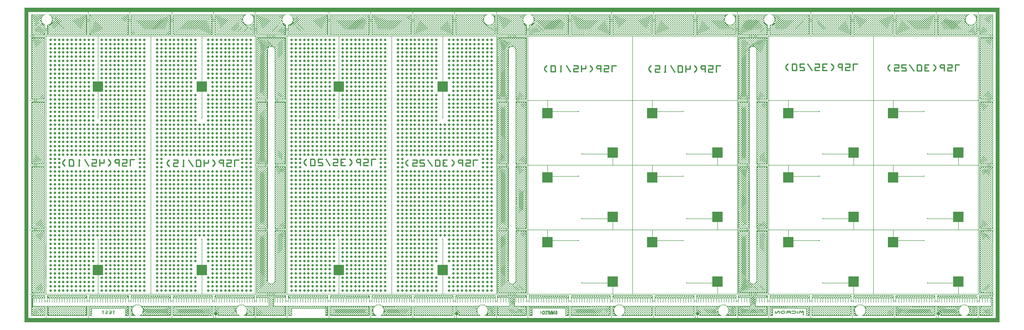
<source format=gbr>
*
%FSLAX45Y45*%
%MOMM*%
G04 A1 - a013_text-name_rev-0 mirror *
%AMA1l2*
1,1,0.130000,-0.065000,0.631225*
1,1,0.130000,-0.442485,0.631225*
20,1,0.130000,-0.065000,0.631225,-0.442485,0.631225,0.0*
1,1,0.130000,-0.253742,0.631225*
1,1,0.130000,-0.253742,0.065000*
20,1,0.130000,-0.253742,0.631225,-0.253742,0.065000,0.0*
1,1,0.130000,-0.765000,0.631225*
1,1,0.130000,-1.142485,0.631225*
20,1,0.130000,-0.765000,0.631225,-1.142485,0.631225,0.0*
1,1,0.130000,-0.765000,0.065000*
1,1,0.130000,-1.142485,0.065000*
20,1,0.130000,-0.765000,0.065000,-1.142485,0.065000,0.0*
1,1,0.130000,-0.765000,0.348112*
1,1,0.130000,-1.048113,0.348112*
20,1,0.130000,-0.765000,0.348112,-1.048113,0.348112,0.0*
1,1,0.130000,-0.765000,0.631225*
1,1,0.130000,-0.765000,0.065000*
20,1,0.130000,-0.765000,0.631225,-0.765000,0.065000,0.0*
1,1,0.130000,-1.465000,0.159373*
1,1,0.130000,-1.559372,0.065000*
20,1,0.130000,-1.465000,0.159373,-1.559372,0.065000,0.0*
1,1,0.130000,-1.559372,0.065000*
1,1,0.130000,-1.748112,0.065000*
20,1,0.130000,-1.559372,0.065000,-1.748112,0.065000,0.0*
1,1,0.130000,-1.748112,0.065000*
1,1,0.130000,-1.842485,0.159373*
20,1,0.130000,-1.748112,0.065000,-1.842485,0.159373,0.0*
1,1,0.130000,-1.842485,0.159373*
1,1,0.130000,-1.842485,0.253742*
20,1,0.130000,-1.842485,0.159373,-1.842485,0.253742,0.0*
1,1,0.130000,-1.842485,0.253742*
1,1,0.130000,-1.748112,0.348112*
20,1,0.130000,-1.842485,0.253742,-1.748112,0.348112,0.0*
1,1,0.130000,-1.748112,0.348112*
1,1,0.130000,-1.559372,0.348112*
20,1,0.130000,-1.748112,0.348112,-1.559372,0.348112,0.0*
1,1,0.130000,-1.559372,0.348112*
1,1,0.130000,-1.465000,0.442485*
20,1,0.130000,-1.559372,0.348112,-1.465000,0.442485,0.0*
1,1,0.130000,-1.465000,0.442485*
1,1,0.130000,-1.465000,0.536855*
20,1,0.130000,-1.465000,0.442485,-1.465000,0.536855,0.0*
1,1,0.130000,-1.465000,0.536855*
1,1,0.130000,-1.559372,0.631225*
20,1,0.130000,-1.465000,0.536855,-1.559372,0.631225,0.0*
1,1,0.130000,-1.559372,0.631225*
1,1,0.130000,-1.748112,0.631225*
20,1,0.130000,-1.559372,0.631225,-1.748112,0.631225,0.0*
1,1,0.130000,-1.748112,0.631225*
1,1,0.130000,-1.842485,0.536855*
20,1,0.130000,-1.748112,0.631225,-1.842485,0.536855,0.0*
1,1,0.130000,-2.165000,0.631225*
1,1,0.130000,-2.542485,0.631225*
20,1,0.130000,-2.165000,0.631225,-2.542485,0.631225,0.0*
1,1,0.130000,-2.353743,0.631225*
1,1,0.130000,-2.353743,0.065000*
20,1,0.130000,-2.353743,0.631225,-2.353743,0.065000,0.0*
%
%ADD10C,0.025400*%
%ADD11C,0.050800*%
%ADD12C,0.110000*%
%ADD13C,0.050000*%
%ADD14C,0.127500*%
%ADD15C,0.250000*%
%ADD16R,0.800000X0.800000*%
%ADD17A1l2*%
%ADD18R,0.007212X0.007212*%
%ADD19C,0.477000*%
%ADD20R,2.007000X2.007000*%
%ADD21C,0.060000*%
%ADD22C,0.300000*%
%ADD23C,0.100000*%
%ADD24C,0.107000*%
%IPPOS*%
%LNl2.gbr*%
%LPD*%
G75*
G54D10*
X010341516Y000119516D02*
X010344987D01*
Y000052616D01*
X010341524Y000052612D01*
X010341516Y000119516D01*
G54D11*
X010342794Y000053888D02*
X010343717D01*
X010342793Y000058178D02*
X010343717D01*
X010342793Y000062469D02*
X010343717D01*
X010342792Y000066759D02*
X010343717D01*
X010342792Y000071050D02*
X010343717D01*
X010342791Y000075341D02*
X010343717D01*
X010342791Y000079631D02*
X010343717D01*
X010342790Y000083922D02*
X010343717D01*
X010342790Y000088212D02*
X010343717D01*
X010342789Y000092503D02*
X010343717D01*
X010342789Y000096793D02*
X010343717D01*
X010342788Y000101084D02*
X010343717D01*
X010342788Y000105374D02*
X010343717D01*
X010342787Y000109665D02*
X010343717D01*
X010342787Y000113955D02*
X010343717D01*
X010342786Y000118246D02*
X010343717D01*
X010342794Y000053844D02*
X010342786Y000118246D01*
X010343717D02*
Y000053884D01*
X010342786Y000118246D02*
X010343717D01*
Y000053884D02*
X010342794Y000053883D01*
G54D10*
X010153490Y000058300D02*
X010179923Y000058309D01*
X010181233Y000059601D02*
X010181231Y000083037D01*
X010179943Y000084345D02*
X010156264Y000084348D01*
X010156258Y000090048D01*
X010179923Y000090057D01*
X010181233Y000091349D02*
X010181231Y000112505D01*
X010179943Y000113813D02*
X010154543Y000113816D01*
X010154537Y000119516D01*
X010184665D01*
Y000052618D01*
X010153496Y000052610D01*
X010153490Y000058300D01*
G54D11*
X010182463Y000059570D02*
X010183395D01*
X010182481Y000059579D02*
X010183395D01*
X010182461Y000112546D02*
X010183395D01*
X010182463Y000091318D02*
X010183395D01*
X010182481Y000091327D02*
X010183395D01*
X010182461Y000083078D02*
X010183395D01*
X010182489Y000059582D02*
X010183395D01*
X010182489Y000091330D02*
X010183395D01*
X010182483Y000083075D02*
X010183395D01*
X010182483Y000112543D02*
X010183395D01*
X010182500Y000059592D02*
X010183395D01*
X010182500Y000091340D02*
X010183395D01*
X010182494Y000083070D02*
X010183395D01*
X010182494Y000112538D02*
X010183395D01*
X010182499Y000083063D02*
X010183395D01*
X010182499Y000112531D02*
X010183395D01*
X010182503Y000059601D02*
X010183395D01*
X010182503Y000091349D02*
X010183395D01*
X010182501Y000083056D02*
X010183395D01*
X010182501Y000112524D02*
X010183395D01*
X010154764Y000053888D02*
X010183395D01*
X010154761Y000057030D02*
X010183395D01*
X010154764Y000053841D02*
X010154761Y000057031D01*
X010183395Y000059570D02*
Y000053887D01*
X010154761Y000057031D02*
X010180402Y000057039D01*
X010183395Y000059579D02*
Y000059570D01*
Y000053887D02*
X010154764Y000053880D01*
X010155811Y000115086D02*
X010183395D01*
X010155808Y000118246D02*
X010183395D01*
X010155811Y000115086D02*
X010155808Y000118246D01*
X010183395D02*
Y000112546D01*
X010155808Y000118246D02*
X010183395D01*
X010180493Y000115083D02*
X010155811Y000115086D01*
X010183395Y000112546D02*
Y000112543D01*
X010157532Y000085618D02*
X010183395D01*
X010157529Y000088778D02*
X010183395D01*
X010157532Y000085618D02*
X010157529Y000088779D01*
X010183395Y000091318D02*
Y000083078D01*
X010157529Y000088779D02*
X010180402Y000088787D01*
X010183395Y000091327D02*
Y000091318D01*
X010180493Y000085615D02*
X010157532Y000085618D01*
X010183395Y000083078D02*
Y000083075D01*
X010180402Y000057039D02*
X010181297Y000057375D01*
X010183395Y000059582D02*
Y000059579D01*
X010180402Y000088787D02*
X010181297Y000089123D01*
X010183395Y000091330D02*
Y000091327D01*
X010181625Y000085100D02*
X010180493Y000085615D01*
X010183395Y000083075D02*
Y000083070D01*
X010181625Y000114568D02*
X010180493Y000115083D01*
X010183395Y000112543D02*
Y000112538D01*
X010181297Y000057375D02*
X010182160Y000058159D01*
X010183395Y000059592D02*
Y000059582D01*
X010181297Y000089123D02*
X010182160Y000089907D01*
X010183395Y000091340D02*
Y000091330D01*
X010182281Y000084182D02*
X010181625Y000085100D01*
X010183395Y000083070D02*
Y000083063D01*
X010182281Y000113650D02*
X010181625Y000114568D01*
X010183395Y000112538D02*
Y000112531D01*
X010182501Y000083412D02*
X010182281Y000084182D01*
X010183395Y000083063D02*
Y000083056D01*
X010182501Y000112880D02*
X010182281Y000113650D01*
X010183395Y000112531D02*
Y000112524D01*
X010182160Y000058159D02*
X010182503Y000059189D01*
X010183395Y000059601D02*
Y000059592D01*
X010182160Y000089907D02*
X010182503Y000090937D01*
X010183395Y000091349D02*
Y000091340D01*
X010182503Y000062141D02*
X010183395D01*
X010182502Y000065816D02*
X010183395D01*
X010182502Y000069491D02*
X010183395D01*
X010182502Y000073166D02*
X010183395D01*
X010182501Y000076841D02*
X010183395D01*
X010182501Y000080516D02*
X010183395D01*
X010182503Y000059189D02*
X010182501Y000083412D01*
X010183395Y000083056D02*
Y000059601D01*
X010182503Y000093889D02*
X010183395D01*
X010182502Y000097913D02*
X010183395D01*
X010182502Y000101936D02*
X010183395D01*
X010182501Y000105960D02*
X010183395D01*
X010182501Y000109984D02*
X010183395D01*
X010182503Y000090937D02*
X010182501Y000112880D01*
X010183395Y000112524D02*
Y000091349D01*
G54D10*
X010179923Y000058309D02*
G03X010181233Y000059601I000000029J000001281D01*
X010181231Y000083037D02*
G03X010179943Y000084345I-000001279J000000028D01*
X010179923Y000090057D02*
G03X010181233Y000091349I000000029J000001281D01*
X010181231Y000112505D02*
G03X010179943Y000113813I-000001279J000000028D01*
X010064088Y000119518D02*
G01X010067546Y000119522D01*
X010067555Y000092289D01*
X010068855Y000091000D02*
X010092258Y000090997D01*
X010093553Y000092290D02*
X010093554Y000119516D01*
X010096993D01*
Y000052616D01*
X010093561Y000052612D01*
X010093552Y000083988D01*
X010092264Y000085296D02*
X010068850Y000085299D01*
X010067555Y000084006D02*
X010067553Y000052616D01*
X010064096Y000052612D01*
X010064088Y000119518D01*
G54D11*
X010065361Y000092290D02*
X010066285D01*
X010065361Y000092281D02*
X010066288D01*
X010065361Y000092275D02*
X010066293D01*
X010065361Y000092270D02*
X010066304D01*
X010065361Y000092267D02*
X010066324D01*
X010094798D02*
X010095723D01*
X010065362Y000084029D02*
X010066310D01*
X010065362Y000084024D02*
X010066295D01*
X010065362Y000084018D02*
X010066290D01*
X010065362Y000084006D02*
X010066285D01*
X010094782Y000084029D02*
X010095723D01*
X010094813Y000092272D02*
X010095723D01*
X010094804Y000084026D02*
X010095723D01*
X010094818Y000092278D02*
X010095723D01*
X010094815Y000084021D02*
X010095723D01*
X010094823Y000092290D02*
X010095723D01*
X010094820Y000084014D02*
X010095723D01*
X010094822Y000084007D02*
X010095723D01*
X010065358Y000118249D02*
X010066277Y000118250D01*
X010065361Y000094830D02*
X010066284D01*
X010065360Y000098733D02*
X010066283D01*
X010065360Y000102635D02*
X010066282D01*
X010065360Y000106538D02*
X010066280D01*
X010065359Y000110441D02*
X010066279D01*
X010065359Y000114343D02*
X010066278D01*
X010065358Y000118246D02*
X010066277D01*
X010065361Y000092290D02*
X010065358Y000118249D01*
X010066277Y000118290D02*
X010066285Y000091877D01*
X010065361Y000092281D02*
Y000092290D01*
X010066285Y000091877D02*
X010066570Y000091023D01*
X010065361Y000092275D02*
Y000092281D01*
X010066570Y000091023D02*
X010067253Y000090203D01*
X010065361Y000092270D02*
Y000092275D01*
X010067253Y000090203D02*
X010068294Y000089730D01*
X010065361Y000092267D02*
Y000092270D01*
X010068294Y000089730D02*
X010092670Y000089727D01*
X010065362Y000086569D02*
X010095723D01*
X010065361Y000089727D02*
X010095723D01*
X010065362Y000086569D02*
X010065361Y000089727D01*
X010095723Y000092267D02*
Y000084029D01*
X010065361Y000089727D02*
X010095723D01*
Y000086569D02*
X010065362D01*
X010065362Y000084024D02*
Y000084029D01*
X010068438Y000086569D02*
X010067346Y000086205D01*
X010065362Y000084018D02*
Y000084024D01*
X010067346Y000086205D02*
X010066633Y000085349D01*
X010065362Y000084006D02*
Y000084018D01*
X010066633Y000085349D02*
X010066285Y000084514D01*
X010065366Y000053888D02*
X010066283D01*
X010065365Y000057828D02*
X010066283D01*
X010065365Y000061767D02*
X010066284D01*
X010065364Y000065707D02*
X010066284D01*
X010065364Y000069647D02*
X010066284D01*
X010065363Y000073586D02*
X010066284D01*
X010065363Y000077526D02*
X010066284D01*
X010065362Y000081466D02*
X010066285D01*
X010065366Y000053844D02*
X010065362Y000084006D01*
X010066285Y000084514D02*
X010066283Y000053884D01*
X010065366Y000053883D01*
X010092814Y000086566D02*
X010068438Y000086569D01*
X010095723Y000084029D02*
Y000084026D01*
X010092670Y000089727D02*
X010093762Y000090091D01*
X010095723Y000092272D02*
Y000092267D01*
X010093946Y000086051D02*
X010092814Y000086566D01*
X010095723Y000084026D02*
Y000084021D01*
X010093762Y000090091D02*
X010094475Y000090947D01*
X010095723Y000092278D02*
Y000092272D01*
X010094602Y000085133D02*
X010093946Y000086051D01*
X010095723Y000084021D02*
Y000084014D01*
X010094475Y000090947D02*
X010094823Y000091782D01*
X010095723Y000092290D02*
Y000092278D01*
X010094822Y000084363D02*
X010094602Y000085133D01*
X010095723Y000084014D02*
Y000084007D01*
X010094831Y000053888D02*
X010095723D01*
X010094830Y000057828D02*
X010095723D01*
X010094829Y000061768D02*
X010095723D01*
X010094827Y000065707D02*
X010095723D01*
X010094826Y000069647D02*
X010095723D01*
X010094825Y000073587D02*
X010095723D01*
X010094824Y000077527D02*
X010095723D01*
X010094823Y000081467D02*
X010095723D01*
X010094831Y000053844D02*
X010094822Y000084363D01*
X010095723Y000084007D02*
Y000053884D01*
X010094823Y000094830D02*
X010095723D01*
X010094823Y000098733D02*
X010095723D01*
X010094823Y000102635D02*
X010095723D01*
X010094823Y000106538D02*
X010095723D01*
X010094824Y000110441D02*
X010095723D01*
X010094824Y000114343D02*
X010095723D01*
X010094824Y000118246D02*
X010095723D01*
X010094823Y000091782D02*
X010094824Y000118246D01*
X010095723D02*
Y000092290D01*
X010094824Y000118246D02*
X010095723D01*
Y000053884D02*
X010094831Y000053883D01*
G54D10*
X010067555Y000092289D02*
G03X010068855Y000091000I000001278J-000000011D01*
X010092258Y000090997D02*
G03X010093553Y000092290I000000016J000001279D01*
X010093552Y000083988D02*
G03X010092264Y000085296I-000001279J000000028D01*
X010068850Y000085299D02*
G03X010067555Y000084006I-000000016J-000001279D01*
X010193583Y000119516D02*
G01X010226795D01*
Y000113823D01*
X010213286Y000113813D01*
X010211983Y000112523D02*
X010211981Y000052616D01*
X010208524Y000052612D01*
X010208514Y000112505D01*
X010207226Y000113813D02*
X010193589Y000113816D01*
X010193583Y000119516D01*
G54D11*
X010209744Y000112554D02*
X010210753D01*
X010209744Y000112546D02*
X010210752D01*
X010209766Y000112543D02*
X010210730D01*
X010209777Y000112538D02*
X010210721D01*
X010209778Y000112537D02*
X010210719D01*
X010209781Y000112532D02*
X010210715D01*
X010209782Y000112531D02*
X010210715D01*
X010209784Y000112524D02*
X010210713D01*
X010209784Y000112523D02*
X010210713D01*
X010194857Y000115094D02*
X010225525D01*
X010194854Y000118246D02*
X010225525D01*
X010194857Y000115046D02*
X010194854Y000118246D01*
X010225525D02*
Y000115092D01*
X010194854Y000118246D02*
X010225525D01*
Y000115092D02*
X010217303Y000115086D01*
X010207776Y000115083D02*
X010194857Y000115085D01*
X010217303Y000115086D02*
X010212621Y000115082D01*
X010208908Y000114568D02*
X010207776Y000115083D01*
X010212621Y000115082D02*
X010212044Y000114768D01*
X010209304Y000114013D02*
X010208908Y000114568D01*
X010212044Y000114768D02*
X010211594Y000114522D01*
X010209308Y000114008D02*
X010209304Y000114013D01*
X010211594Y000114522D02*
X010210903Y000113658D01*
X010209564Y000113650D02*
X010209308Y000114008D01*
X010210903Y000113658D02*
X010210775Y000113082D01*
X010209784Y000112880D02*
X010209564Y000113650D01*
X010210775Y000113082D02*
X010210774Y000113075D01*
X010209784Y000112523D02*
Y000112880D01*
X010210774Y000113075D02*
X010210713Y000112802D01*
X010209793Y000053888D02*
X010210711D01*
X010209793Y000058203D02*
X010210711D01*
X010209792Y000062518D02*
X010210711D01*
X010209791Y000066833D02*
X010210711D01*
X010209791Y000071148D02*
X010210712D01*
X010209790Y000075463D02*
X010210712D01*
X010209789Y000079778D02*
X010210712D01*
X010209789Y000084093D02*
X010210712D01*
X010209788Y000088408D02*
X010210712D01*
X010209787Y000092723D02*
X010210712D01*
X010209786Y000097038D02*
X010210712D01*
X010209786Y000101353D02*
X010210713D01*
X010209785Y000105668D02*
X010210713D01*
X010209784Y000109983D02*
X010210713D01*
X010209793Y000053844D02*
X010209784Y000112523D01*
X010210713Y000112802D02*
X010210711Y000053884D01*
X010209793Y000053883D01*
G54D10*
X010213286Y000113813D02*
G03X010211983Y000112523I-000000025J-000001278D01*
X010208514Y000112505D02*
G03X010207226Y000113813I-000001279J000000028D01*
X010373514Y000091085D02*
G01X010375801Y000091987D01*
X010384227Y000099594D02*
X010384816Y000101233D01*
X010384883Y000101520D01*
X010385088Y000103204D01*
X010373198Y000114980D02*
X010371312Y000114674D01*
X010361383Y000101829D02*
X010358101Y000102236D01*
X010384382Y000093950D02*
X010379901Y000089559D01*
X010364382Y000078174D01*
X010363940Y000061354D02*
X010365828Y000059666D01*
X010386683Y000072971D02*
X010389918Y000072539D01*
X010361875Y000057981D02*
X010359742Y000061065D01*
X010358059Y000064395D01*
X010356960Y000067776D01*
X010356685Y000069382D01*
X010356580Y000070949D01*
G54D11*
X010357847Y000070950D02*
X010358639D01*
X010357919Y000071968D02*
X010358804D01*
X010357894Y000070251D02*
X010358526D01*
X010357975Y000072730D02*
X010358962D01*
X010357962Y000069232D02*
X010358664D01*
X010358155Y000073715D02*
X010359382D01*
X010358145Y000068165D02*
X010358809D01*
X010358378Y000074559D02*
X010359756D01*
X010358353Y000067471D02*
X010358947D01*
X010358633Y000075408D02*
X010360263D01*
X010358993Y000076354D02*
X010360983D01*
X010358799Y000066101D02*
X010359447D01*
X010359315Y000077150D02*
X010361611D01*
X010359887Y000078173D02*
X010362626D01*
X010359592Y000064091D02*
X010360398D01*
X010359683Y000063910D02*
X010360506D01*
X010359860Y000104876D02*
X010360852D01*
X010361377Y000080661D02*
X010365616D01*
X010359996Y000105293D02*
X010360988D01*
X010360725Y000107538D02*
X010361951D01*
X010360499Y000062295D02*
X010361547D01*
X010361243Y000108582D02*
X010362479D01*
X010362109Y000081598D02*
X010366846D01*
X010361743Y000109560D02*
X010363115D01*
X010361467Y000060734D02*
X010362839D01*
X010361688Y000060414D02*
X010363145D01*
X010362701Y000111261D02*
X010364331D01*
X010364757Y000084468D02*
X010370842D01*
X010362314Y000059509D02*
X010364144D01*
X010363297Y000112105D02*
X010365151D01*
X010362868Y000058719D02*
X010365035D01*
X010363123Y000058442D02*
X010365457D01*
X010379048D02*
X010382153D01*
X010363630Y000112576D02*
X010365609D01*
X010363543Y000057986D02*
X010366165D01*
X010378394D02*
X010381738D01*
X010364226Y000113419D02*
X010366533D01*
X010364279Y000057186D02*
X010367493D01*
X010376932D02*
X010381009D01*
X010364455Y000113730D02*
X010366957D01*
X010364984Y000084683D02*
X010371151D01*
X010368408Y000087314D02*
X010374854D01*
X010365947Y000115287D02*
X010369553D01*
X010377507D02*
X010381075D01*
X010366128Y000115476D02*
X010369978D01*
X010376999D02*
X010380898D01*
X010369260Y000117994D02*
X010377909D01*
X010366913Y000054828D02*
X010378143D01*
X010367494Y000054367D02*
X010377434D01*
X010370741Y000088575D02*
X010376536D01*
X010369426Y000118072D02*
X010377750D01*
X010372773Y000089459D02*
X010377716D01*
X010376174Y000090812D02*
X010379456D01*
X010376755Y000091093D02*
X010379770D01*
X010378893Y000092267D02*
X010381082D01*
X010379536Y000058782D02*
X010382463D01*
X010380161Y000093135D02*
X010381949D01*
X010380313Y000113730D02*
X010382495D01*
X010380773Y000059763D02*
X010383305D01*
X010380618Y000113478D02*
X010382672D01*
X010380211Y000093169D02*
X010381981D01*
X010381585Y000094276D02*
X010383006D01*
X010382323Y000061283D02*
X010384337D01*
X010381422Y000112808D02*
X010383142D01*
X010382885Y000095517D02*
X010384018D01*
X010381806Y000112488D02*
X010383366D01*
X010382651Y000061610D02*
X010384559D01*
X010382529Y000111761D02*
X010383876D01*
X010383958Y000063294D02*
X010385619D01*
X010382898Y000095532D02*
X010384029D01*
X010384090Y000096929D02*
X010385062D01*
X010383697Y000110436D02*
X010384655D01*
X010384706Y000097943D02*
X010385606D01*
X010385431Y000065574D02*
X010386721D01*
X010384454Y000109262D02*
X010385247D01*
X010384985Y000098415D02*
X010385859D01*
X010384707Y000108856D02*
X010385452D01*
X010385689Y000100024D02*
X010386495D01*
X010385487Y000065676D02*
X010386770D01*
X010386769Y000068378D02*
X010387753D01*
X010385540Y000107094D02*
X010386118D01*
X010385811Y000100364D02*
X010386607D01*
X010386161Y000101663D02*
X010386836D01*
X010385971Y000105953D02*
X010386485D01*
X010386116Y000105235D02*
X010386696D01*
X010386291Y000102736D02*
X010386950D01*
X010386240Y000104308D02*
X010386856D01*
X010386367Y000103357D02*
X010386913D01*
X010387212Y000069635D02*
X010388146D01*
X010387691Y000071308D02*
X010388523D01*
X010357888Y000070421D02*
X010357853Y000070945D01*
X010358672Y000071356D02*
X010358498Y000070284D01*
X010357853Y000070945D02*
X010357913Y000071789D01*
X010358889Y000072697D02*
X010358672Y000071356D01*
X010357947Y000069532D02*
X010357888Y000070421D01*
X010358498Y000070284D02*
X010358687Y000068890D01*
X010357913Y000071789D02*
X010357957Y000072411D01*
X010359358Y000073758D02*
X010358889Y000072697D01*
X010358108Y000068594D02*
X010357947Y000069532D01*
X010358687Y000068890D02*
X010358870Y000067546D01*
X010357957Y000072411D02*
X010358111Y000073259D01*
X010359915Y000075015D02*
X010359358Y000073758D01*
X010358196Y000068081D02*
X010358108Y000068594D01*
X010358870Y000067546D02*
X010359224Y000066589D01*
X010358111Y000073259D02*
X010358240Y000073964D01*
X010360737Y000076097D02*
X010359915Y000075015D01*
X010358585Y000066886D02*
X010358196Y000068081D01*
X010359224Y000066589D02*
X010359811Y000065003D01*
X010358240Y000073964D02*
X010358455Y000074677D01*
X010361484Y000077078D02*
X010360737Y000076097D01*
X010358455Y000074677D02*
X010358708Y000075522D01*
X010362540Y000078143D02*
X010361484Y000077078D01*
X010359239Y000064876D02*
X010358585Y000066886D01*
X010359811Y000065003D02*
X010361223Y000062624D01*
X010358708Y000075522D02*
X010358983Y000076220D01*
X010363454Y000079064D02*
X010362540Y000078143D01*
X010358983Y000076220D02*
X010359323Y000077083D01*
X010364937Y000080194D02*
X010363454Y000079064D01*
X010360318Y000103241D02*
X010359469Y000103346D01*
G54D10*
X010359664Y000102002D02*
X010361410D01*
G54D11*
X010360354Y000103472D02*
X010360312Y000103202D01*
X010361223Y000062624D02*
X010361499Y000062290D01*
G54D10*
X010358160Y000102932D02*
X010361514D01*
G54D11*
X010360452Y000103772D02*
X010360354Y000103472D01*
X010359965Y000063440D02*
X010359237Y000064881D01*
X010361499Y000062290D02*
X010362953Y000060535D01*
X010359527Y000103299D02*
X010359700Y000104255D01*
X010361067Y000105662D02*
X010360452Y000103772D01*
G54D10*
X010359172Y000079417D02*
X010366013D01*
G54D11*
X010359323Y000077083D02*
X010360630Y000079421D01*
X010368248Y000082715D02*
X010364937Y000080194D01*
X010359700Y000104255D02*
X010359782Y000104508D01*
X010361263Y000106265D02*
X010361067Y000105662D01*
X010359782Y000104508D02*
X010360511Y000106753D01*
X010362567Y000108844D02*
X010361263Y000106265D01*
X010360753Y000061879D02*
X010359965Y000063440D01*
X010362953Y000060535D02*
X010364965Y000058711D01*
X010360511Y000106753D02*
X010360788Y000107605D01*
X010363398Y000110035D02*
X010362567Y000108844D01*
X010360630Y000079421D02*
X010361059Y000080188D01*
X010369644Y000083684D02*
X010368248Y000082715D01*
X010360788Y000107605D02*
X010361196Y000108404D01*
X010364199Y000111183D02*
X010363398Y000110035D01*
X010360836Y000061715D02*
X010360753Y000061879D01*
X010364965Y000058711D02*
X010365638Y000058278D01*
X010361363Y000060954D02*
X010360836Y000061715D01*
X010365638Y000058278D02*
X010367243Y000057245D01*
X010361196Y000108404D02*
X010362066Y000110105D01*
X010366146Y000113183D02*
X010364199Y000111183D01*
G54D10*
X010361539Y000082868D02*
X010370695D01*
X010361797Y000083198D02*
X010371170D01*
G54D11*
X010361059Y000080188D02*
X010363179Y000082905D01*
X010373739Y000086528D02*
X010369644Y000083684D01*
X010361909Y000060164D02*
X010361363Y000060954D01*
X010367243Y000057245D02*
X010369689Y000056250D01*
X010362066Y000110105D02*
X010362415Y000110787D01*
X010367465Y000114152D02*
X010366146Y000113183D01*
G54D10*
X010361460Y000058580D02*
X010362470D01*
G54D11*
X010362101Y000059887D02*
X010361909Y000060164D01*
X010369689Y000056250D02*
X010372289Y000055872D01*
X010365562Y000055902D02*
X010379539D01*
X010383775Y000060526D02*
X010381551D01*
X010363026D02*
X010361659D01*
X010362415Y000110787D02*
X010362643Y000111110D01*
X010368328Y000114786D02*
X010367465Y000114152D01*
G54D10*
X010362185Y000057586D02*
X010369880D01*
X010374664D02*
X010383038D01*
G54D11*
X010362869Y000058776D02*
X010362416Y000059431D01*
X010383121Y000059563D02*
X010382514Y000058897D01*
X010362643Y000111110D02*
X010363239Y000111953D01*
X010370776Y000115873D02*
X010368328Y000114786D01*
X010364920Y000056548D02*
X010362869Y000058776D01*
X010382514Y000058897D02*
X010380516Y000056704D01*
G54D10*
X010362829Y000113574D02*
X010364535D01*
G54D11*
X010363239Y000111953D02*
X010363458Y000112264D01*
X010373398Y000116299D02*
X010370776Y000115873D01*
X010363179Y000082905D02*
X010363229Y000082969D01*
X010373989Y000086715D02*
X010373739Y000086528D01*
X010363229Y000082969D02*
X010365749Y000085352D01*
X010377500Y000089346D02*
X010373989Y000086715D01*
X010363799Y000112747D02*
X010365776D01*
X010381495D02*
X010383136D01*
X010380135Y000116270D02*
X010366945D01*
X010364449Y000113666D02*
X010364499Y000113719D01*
X010382348Y000113870D02*
X010382378Y000113829D01*
X010364499Y000113719D02*
X010366770Y000116089D01*
X010380112Y000116257D02*
X010382348Y000113870D01*
X010365210Y000056232D02*
X010364920Y000056548D01*
X010380516Y000056704D02*
X010380095Y000056380D01*
G54D10*
X010366782Y000053360D02*
X010378254D01*
G54D11*
X010367588Y000054342D02*
X010365210Y000056232D01*
X010380095Y000056380D02*
X010377698Y000054535D01*
X010365749Y000085352D02*
X010367363Y000086513D01*
X010379094Y000090541D02*
X010377500Y000089346D01*
G54D10*
X010368641Y000119090D02*
X010378503D01*
G54D11*
X010366711Y000116044D02*
X010369201Y000117922D01*
X010377707Y000118101D02*
X010380177Y000116188D01*
X010367363Y000086513D02*
X010368457Y000087301D01*
X010380000Y000091352D02*
X010379094Y000090541D01*
G54D10*
X010368812Y000052245D02*
X010375813D01*
G54D11*
X010367656Y000054289D02*
X010367588Y000054342D01*
X010377698Y000054535D02*
X010377484Y000054434D01*
X010370208Y000053010D02*
X010367656Y000054289D01*
X010377484Y000054434D02*
X010374748Y000053147D01*
G54D10*
X010371043Y000090135D02*
X010380545D01*
G54D11*
X010368457Y000087301D02*
X010370825Y000088575D01*
X010381423Y000092625D02*
X010380000Y000091352D01*
G54D10*
X010370893Y000120121D02*
X010376426D01*
G54D11*
X010369016Y000117835D02*
X010371564Y000119033D01*
X010375518Y000119106D02*
X010377885Y000117962D01*
X010371236Y000052769D02*
X010370088Y000053070D01*
X010374754Y000053149D02*
X010373416Y000052826D01*
G54D10*
X010373079Y000090952D02*
X010381518D01*
G54D11*
X010370825Y000088575D02*
X010371224Y000088790D01*
X010381603Y000092819D02*
X010381423Y000092625D01*
G54D10*
X010374985Y000091680D02*
X010382279D01*
G54D11*
X010371224Y000088790D02*
X010373990Y000089908D01*
X010382690Y000093993D02*
X010381603Y000092819D01*
X010372060Y000052707D02*
X010371086Y000052808D01*
X010373491Y000052832D02*
X010372060Y000052707D01*
X010371416Y000119008D02*
X010373648Y000119398D01*
X010375649Y000119042D01*
G54D10*
X010381290Y000058612D02*
X010384011D01*
G54D11*
X010372289Y000055872D02*
X010375108Y000056327D01*
X010383560Y000060209D02*
X010383329Y000059869D01*
G54D10*
X010377610Y000092701D02*
X010383225D01*
G54D11*
X010373990Y000089908D02*
X010376181Y000090772D01*
X010383404Y000094764D02*
X010382690Y000093993D01*
G54D10*
X010383347Y000113604D02*
X010384086D01*
G54D11*
X010375828Y000115954D02*
X010373398Y000116299D01*
X010383469Y000112272D02*
X010383646Y000112020D01*
X010375108Y000056327D02*
X010377825Y000057542D01*
X010384226Y000061190D02*
X010383560Y000060209D01*
X010378096Y000115110D02*
X010375828Y000115954D01*
X010383646Y000112020D02*
X010384116Y000111350D01*
X010376181Y000090772D02*
X010376404Y000090860D01*
G54D10*
X010379057Y000093722D02*
X010384211D01*
G54D11*
X010376404Y000090860D02*
X010378722Y000092102D01*
X010384179Y000095799D02*
X010383350Y000094692D01*
X010377825Y000057542D02*
X010380378Y000059320D01*
X010385259Y000062710D02*
X010384226Y000061190D01*
X010378832Y000114675D02*
X010378096Y000115110D01*
X010384116Y000111350D02*
X010384235Y000111180D01*
G54D10*
X010380557Y000094896D02*
X010385090D01*
G54D11*
X010378722Y000092102D02*
X010380649Y000093420D01*
X010384994Y000096886D02*
X010384179Y000095799D01*
X010380240Y000113844D02*
X010378832Y000114675D01*
X010384235Y000111180D02*
X010384519Y000110617D01*
X010380378Y000059320D02*
X010380864Y000059796D01*
X010385376Y000062883D02*
X010385259Y000062710D01*
X010382138Y000112263D02*
X010380240Y000113844D01*
X010384519Y000110617D02*
X010385188Y000109292D01*
X010380864Y000059796D02*
X010382708Y000061604D01*
X010386109Y000064399D02*
X010385376Y000062883D01*
X010380649Y000093420D02*
X010380806Y000093528D01*
G54D10*
X010381926Y000096230D02*
X010386083D01*
G54D11*
X010380806Y000093528D02*
X010382619Y000095146D01*
X010385662Y000098130D02*
X010384912Y000096733D01*
X010383304Y000110944D02*
X010382138Y000112263D01*
X010385188Y000109292D02*
X010385691Y000108295D01*
G54D10*
X010382912Y000097436D02*
X010386730D01*
G54D11*
X010382619Y000095146D02*
X010383600Y000096287D01*
X010386100Y000098947D02*
X010385662Y000098130D01*
X010382708Y000061604D02*
X010384570Y000064025D01*
X010387129Y000066510D02*
X010386109Y000064399D01*
X010383802Y000110380D02*
X010383304Y000110944D01*
X010385691Y000108295D02*
X010385760Y000108078D01*
X010383600Y000096287D02*
X010384151Y000096929D01*
X010386186Y000099207D02*
X010386100Y000098947D01*
X010385143Y000108234D02*
X010383802Y000110380D01*
X010385760Y000108078D02*
X010386327Y000106316D01*
G54D10*
X010384031Y000099219D02*
X010387526D01*
G54D11*
X010384151Y000096929D02*
X010385340Y000098937D01*
X010386714Y000100816D02*
X010386186Y000099207D01*
X010384570Y000064025D02*
X010384769Y000064283D01*
X010386443Y000067338D01*
X010387948Y000069134D02*
X010387105Y000066432D01*
X010385670Y000106866D02*
X010385143Y000108234D01*
X010386327Y000106316D02*
X010386639Y000105345D01*
X010385340Y000098937D02*
X010385544Y000099505D01*
X010386741Y000100900D02*
X010386714Y000100816D01*
X010385544Y000099505D02*
X010386108Y000101073D01*
X010386850Y000101930D02*
X010386741Y000100900D01*
X010386054Y000105868D02*
X010385670Y000106866D01*
X010386639Y000105345D02*
X010386733Y000104803D01*
X010386217Y000104644D02*
X010386054Y000105868D01*
X010386733Y000104803D02*
X010386869Y000104015D01*
X010386108Y000101073D02*
X010386273Y000102429D01*
X010386942Y000102794D02*
X010386850Y000101930D01*
X010386387Y000103372D02*
X010386217Y000104644D01*
X010386869Y000104015D02*
X010386917Y000103205D01*
X010386273Y000102429D02*
X010386387Y000103372D01*
X010386917Y000103205D02*
X010386942Y000102794D01*
X010386443Y000067338D02*
X010386956Y000068790D01*
X010388292Y000070238D02*
X010387948Y000069134D01*
X010386956Y000068790D02*
X010387627Y000070692D01*
X010388514Y000071485D02*
X010388292Y000070238D01*
X010387627Y000070692D02*
X010387714Y000071277D01*
G54D10*
X010386635Y000072645D02*
X010389419D01*
G54D11*
X010387714Y000071277D02*
X010387761Y000071586D01*
X010387755Y000071547D02*
X010388560Y000071439D01*
G54D10*
X010356580Y000070949D02*
G02X010358172Y000077628I000018209J-000000812D01*
G02X010373514Y000091085I000023814J-000011675D01*
X010375801Y000091987D02*
G03X010384227Y000099594I-000006730J000015926D01*
X010385088Y000103204D02*
G03X010373198Y000114980I-000012609J-000000840D01*
X010371312Y000114674D02*
G03X010361383Y000101829I000005845J-000014778D01*
X010358101Y000102236D02*
G02X010368542Y000119016I000023102J-000002736D01*
G02X010376043Y000120262I000005023J-000007037D01*
G02X010387908Y000105443I-000008619J-000019060D01*
G02X010384382Y000093950I-000013735J-000002073D01*
X010364382Y000078174D02*
G03X010360158Y000072341I000009085J-000011025D01*
G03X010363940Y000061354I000011994J-000002015D01*
X010365828Y000059666D02*
G03X010379625Y000060360I000006509J000008083D01*
G03X010386683Y000072971I-000012341J000015188D01*
X010389918Y000072539D02*
G02X010378363Y000053444I-000026362J000002909D01*
G02X010370481Y000051686I-000006029J000008484D01*
G02X010361875Y000057981I000006362J000017727D01*
X010107247Y000072569D02*
G01X010110803Y000073961D01*
X010117993Y000060279D02*
X010120249Y000058405D01*
X010122320Y000057292D01*
X010130918Y000059596D02*
X010133474Y000062545D01*
X010135727Y000066216D01*
X010133387Y000109574D02*
X010130874Y000112395D01*
X010111550Y000101232D02*
X010108098Y000102487D01*
X010129142Y000119039D02*
X010130848Y000117785D01*
X010134256Y000114324D01*
X010139307Y000106503D01*
X010144260Y000089545D02*
X010144279Y000083743D01*
X010142687Y000074847D01*
X010140702Y000068892D01*
X010136605Y000060758D01*
X010131596Y000054674D01*
X010111831Y000061541D02*
X010109718Y000065346D01*
X010108075Y000069414D01*
X010107247Y000072569D01*
G54D11*
X010108855Y000071148D02*
X010110248D01*
X010110097Y000104881D02*
X010111559D01*
X010109497Y000069179D02*
X010110952D01*
X010109570Y000068999D02*
X010111017D01*
X010110332Y000105412D02*
X010111785D01*
X010111189Y000107345D02*
X010112803D01*
X010110703Y000066193D02*
X010112307D01*
X010112134Y000109040D02*
X010113823D01*
X010111430Y000064798D02*
X010113029D01*
X010112447Y000109553D02*
X010114197D01*
X010112137Y000063524D02*
X010113866D01*
X010113633Y000111401D02*
X010115597D01*
X010113554Y000061256D02*
X010115510D01*
X010114481Y000112486D02*
X010116623D01*
X010113841Y000060859D02*
X010115851D01*
X010114763Y000112847D02*
X010116965D01*
X010115483Y000113769D02*
X010118001D01*
X010114805Y000059524D02*
X010117001D01*
X010115803Y000114108D02*
X010118428D01*
X010115725Y000058409D02*
X010118298D01*
X010116850Y000115137D02*
X010119850D01*
X010129238D02*
X010131866D01*
X010116092Y000058016D02*
X010118762D01*
X010130968D02*
X010133067D01*
X010116386Y000057701D02*
X010119134D01*
X010130588D02*
X010132809D01*
X010116699Y000057365D02*
X010119588D01*
X010130173D02*
X010132535D01*
X010117264Y000115544D02*
X010120662D01*
X010128546D02*
X010131462D01*
X010119117Y000117097D02*
X010129707D01*
X010118620Y000055548D02*
X010124550D01*
X010125367D02*
X010130716D01*
X010120620Y000118154D02*
X010128198D01*
X010120081Y000054391D02*
X010129247D01*
X010121893Y000118766D02*
X010127087D01*
X010121290Y000053722D02*
X010128092D01*
X010130733Y000114108D02*
X010132795D01*
X010131155Y000058171D02*
X010133193D01*
X010130965Y000113924D02*
X010132961D01*
X010131699Y000058632D02*
X010133570D01*
X010131581Y000113428D02*
X010133393D01*
X010132383Y000059401D02*
X010134174D01*
X010132043Y000112933D02*
X010133772D01*
X010132326Y000112615D02*
X010134016D01*
X010132973Y000060076D02*
X010134639D01*
X010133280Y000060427D02*
X010134881D01*
X010133261Y000111566D02*
X010134818D01*
X010135030Y000062728D02*
X010136328D01*
X010134224Y000110485D02*
X010135540D01*
X010135325Y000063209D02*
X010136608D01*
X010136729Y000065496D02*
X010137823D01*
X010135401Y000108716D02*
X010136665D01*
X010135949Y000107840D02*
X010137163D01*
X010137391Y000066886D02*
X010138502D01*
X010138085Y000068422D02*
X010139162D01*
X010137487Y000105065D02*
X010138608D01*
X010137505Y000105026D02*
X010138627D01*
X010139208Y000071177D02*
X010140228D01*
X010138838Y000102111D02*
X010139908D01*
X010139291Y000071440D02*
X010140324D01*
X010140259Y000074511D02*
X010141300D01*
X010139300Y000100835D02*
X010140409D01*
X010139869Y000099078D02*
X010141011D01*
X010140656Y000076029D02*
X010141743D01*
X010140956Y000077586D02*
X010142123D01*
X010140717Y000096216D02*
X010141845D01*
X010140766Y000095969D02*
X010141912D01*
X010141548Y000080652D02*
X010142665D01*
X010141388Y000092817D02*
X010142596D01*
X010141659Y000081226D02*
X010142730D01*
X010141899Y000083647D02*
X010143006D01*
X010141672Y000091398D02*
X010142771D01*
X010141854Y000089652D02*
X010142987D01*
X010141924Y000083903D02*
X010143016D01*
X010142003Y000086532D02*
X010143119D01*
X010141924Y000088977D02*
X010143015D01*
X010142006Y000086629D02*
X010143115D01*
G54D10*
X010107893Y000072864D02*
X010111052D01*
G54D11*
X010109882Y000072279D02*
X010110023Y000071660D01*
X010108715Y000071780D02*
X010109891Y000072240D01*
X010108718Y000071768D02*
X010108707Y000071819D01*
X010110023Y000071660D02*
X010110512Y000070292D01*
X010109261Y000069883D02*
X010108718Y000071768D01*
X010110512Y000070292D02*
X010111268Y000068179D01*
G54D10*
X010109389Y000101975D02*
X010111761D01*
G54D11*
X010110761Y000103102D02*
X010110690Y000102854D01*
X010110701Y000102892D02*
X010109638Y000103278D01*
X010109627Y000103240D02*
X010109895Y000104197D01*
X010111996Y000106011D02*
X010110761Y000103102D01*
X010109277Y000069829D02*
X010109261Y000069883D01*
X010111268Y000068179D02*
X010111427Y000067861D01*
X010110361Y000067144D02*
X010109277Y000069829D01*
X010111427Y000067861D02*
X010112900Y000064922D01*
X010109895Y000104197D02*
X010109994Y000104551D01*
X010112373Y000106671D02*
X010111996Y000106011D01*
X010109994Y000104551D02*
X010110776Y000106316D01*
X010113546Y000108727D02*
X010112373Y000106671D01*
X010110866Y000065894D02*
X010110361Y000067144D01*
X010112900Y000064922D02*
X010113899Y000063402D01*
X010110776Y000106316D02*
X010111460Y000107859D01*
X010114864Y000110536D02*
X010113546Y000108727D01*
X010111498Y000064757D02*
X010110866Y000065894D01*
X010113899Y000063402D02*
X010114826Y000061993D01*
X010111460Y000107859D02*
X010111686Y000108230D01*
X010115334Y000111180D02*
X010114864Y000110536D01*
X010112757Y000062489D02*
X010111498Y000064757D01*
X010114826Y000061993D02*
X010117009Y000059448D01*
X010111686Y000108230D02*
X010112813Y000110078D01*
X010117318Y000113278D02*
X010115334Y000111180D01*
X010112904Y000062224D02*
X010112757Y000062489D01*
X010117009Y000059448D02*
X010117632Y000058921D01*
X010112813Y000110078D02*
X010113399Y000111038D01*
X010118828Y000114476D02*
X010117318Y000113278D01*
X010113780Y000061011D02*
X010112904Y000062224D01*
X010117632Y000058921D02*
X010119412Y000057413D01*
X010113399Y000111038D02*
X010113590Y000111283D01*
X010119489Y000115000D02*
X010118828Y000114476D01*
X010113590Y000111283D02*
X010114311Y000112205D01*
X010121873Y000116196D02*
X010119489Y000115000D01*
X010114585Y000059896D02*
X010113780Y000061011D01*
X010119412Y000057413D02*
X010122064Y000055989D01*
G54D10*
X010114054Y000113938D02*
X010116903D01*
G54D11*
X010114311Y000112205D02*
X010114576Y000112544D01*
X010124372Y000116680D02*
X010121873Y000116196D01*
G54D10*
X010114234Y000058212D02*
X010117270D01*
G54D11*
X010114869Y000059503D02*
X010114585Y000059896D01*
X010122064Y000055989D02*
X010124866Y000055445D01*
X010114617Y000112597D02*
X010116728D01*
X010132342D02*
X010133979D01*
X010130267Y000116648D02*
X010118515D01*
X010118711Y000055476D02*
X010130625D01*
X010134705Y000060241D02*
X010133118D01*
X010116381D02*
X010114336D01*
X010115246Y000058981D02*
X010115097Y000059188D01*
X010134007Y000059228D02*
X010133798Y000058972D01*
G54D10*
X010115864Y000056456D02*
X010133381D01*
G54D11*
X010116832Y000057280D02*
X010115246Y000058981D01*
X010133798Y000058972D02*
X010132396Y000057258D01*
X010115380Y000113573D02*
X010115596Y000113849D01*
X010132981Y000113843D02*
X010133279Y000113512D01*
X010115596Y000113849D02*
X010117057Y000115286D01*
X010131657Y000115310D02*
X010132981Y000113843D01*
X010117781Y000056263D02*
X010116832Y000057280D01*
X010132396Y000057258D02*
X010131324Y000056194D01*
X010117057Y000115286D02*
X010118009Y000116221D01*
X010130598Y000116288D02*
X010131657Y000115310D01*
X010118476Y000055713D02*
X010117781Y000056263D01*
X010131324Y000056194D02*
X010130753Y000055627D01*
X010118009Y000116221D02*
X010118691Y000116730D01*
X010130040Y000116803D02*
X010130598Y000116288D01*
G54D10*
X010119893Y000052970D02*
X010129432D01*
G54D11*
X010120374Y000054209D02*
X010118476Y000055713D01*
X010130753Y000055627D02*
X010129117Y000054338D01*
G54D10*
X010120361Y000119438D02*
X010128499D01*
G54D11*
X010118691Y000116730D02*
X010120494Y000118075D01*
X010128457Y000117966D02*
X010130040Y000116803D01*
G54D10*
X010121536Y000052172D02*
X010127838D01*
G54D11*
X010122062Y000053374D02*
X010120291Y000054275D01*
X010129129Y000054345D02*
X010127501Y000053438D01*
G54D10*
X010121838Y000120149D02*
X010127045D01*
G54D11*
X010120400Y000118004D02*
X010122133Y000118838D01*
X010126950Y000118797D02*
X010128464Y000117962D01*
X010122676Y000053061D02*
X010122062Y000053374D01*
X010127501Y000053438D02*
X010126466Y000053081D01*
X010122133Y000118838D02*
X010122599Y000119062D01*
X010126083Y000119096D02*
X010126950Y000118797D01*
X010123407Y000052860D02*
X010122676Y000053061D01*
X010126466Y000053081D02*
X010125939Y000052899D01*
X010122599Y000119062D02*
X010123644Y000119257D01*
X010125588Y000119266D02*
X010126083Y000119096D01*
X010123612Y000052804D02*
X010123407Y000052860D01*
X010125939Y000052899D02*
X010125319Y000052823D01*
X010124428Y000052713D02*
X010123612Y000052804D01*
X010125319Y000052823D02*
X010124428Y000052713D01*
X010123644Y000119257D02*
X010124450Y000119408D01*
X010125588Y000119266D01*
X010126435Y000116406D02*
X010124372Y000116680D01*
X010134005Y000112564D02*
X010134145Y000112380D01*
X010124866Y000055445D02*
X010126796Y000055687D01*
X010134272Y000059613D02*
X010134165Y000059458D01*
X010128293Y000115738D02*
X010126435Y000116406D01*
X010134145Y000112380D02*
X010134525Y000111884D01*
X010126796Y000055687D02*
X010128534Y000056331D01*
X010134590Y000060074D02*
X010134272Y000059613D01*
X010129340Y000115123D02*
X010128293Y000115738D01*
X010134525Y000111884D02*
X010134850Y000111460D01*
X010128534Y000056331D02*
X010130191Y000057321D01*
X010135120Y000060843D02*
X010134590Y000060074D01*
X010130035Y000114714D02*
X010129340Y000115123D01*
X010134850Y000111460D02*
X010135010Y000111217D01*
X010131664Y000113418D02*
X010130035Y000114714D01*
X010135010Y000111217D02*
X010135702Y000110168D01*
X010130191Y000057321D02*
X010131156Y000058121D01*
X010135531Y000061438D02*
X010135120Y000060843D01*
X010131156Y000058121D02*
X010131736Y000058602D01*
X010135687Y000061705D02*
X010135531Y000061438D01*
X010132771Y000112174D02*
X010131664Y000113418D01*
X010135702Y000110168D02*
X010136368Y000109156D01*
X010131736Y000058602D02*
X010133883Y000061055D01*
X010136990Y000063943D02*
X010135687Y000061705D01*
X010134490Y000110245D02*
X010132771Y000112174D01*
X010136368Y000109156D02*
X010137334Y000107460D01*
X010133883Y000061055D02*
X010134445Y000061698D01*
X010137201Y000064359D02*
X010136990Y000063943D01*
X010134445Y000061698D02*
X010135960Y000064168D01*
X010138325Y000066573D02*
X010137201Y000064359D01*
X010135152Y000109188D02*
X010134490Y000110245D01*
X010137334Y000107460D02*
X010137791Y000106656D01*
G54D10*
X010135440Y000106335D02*
X010139359D01*
X010135293Y000106570D02*
X010139245D01*
G54D11*
X010136978Y000106272D02*
X010135152Y000109188D01*
X010137791Y000106656D02*
X010139103Y000103955D01*
X010135960Y000064168D02*
X010136897Y000065694D01*
X010138889Y000067888D02*
X010138325Y000066573D01*
X010136897Y000065694D02*
X010137656Y000067376D01*
X010139521Y000069359D02*
X010138889Y000067888D01*
X010137065Y000106082D02*
X010136978Y000106272D01*
G54D10*
X010136904Y000103381D02*
X010140714D01*
X010136732Y000103756D02*
X010140558D01*
G54D11*
X010138398Y000103167D02*
X010137065Y000106082D01*
X010139089Y000103984D02*
X010140238Y000101212D01*
X010137656Y000067376D02*
X010138963Y000070269D01*
X010140504Y000072049D02*
X010139521Y000069359D01*
X010139043Y000101757D02*
X010138398Y000103167D01*
X010140238Y000101212D02*
X010140649Y000100012D01*
X010138963Y000070269D02*
X010139091Y000070676D01*
X010140575Y000072243D02*
X010140504Y000072049D01*
X010139091Y000070676D02*
X010140060Y000073747D01*
X010141460Y000075179D02*
X010140575Y000072243D01*
X010139657Y000099860D02*
X010139043Y000101757D01*
X010140649Y000100012D02*
X010141225Y000098330D01*
X010140629Y000096859D02*
X010139657Y000099860D01*
X010141225Y000098330D02*
X010141987Y000095545D01*
X010140060Y000073747D02*
X010140582Y000075404D01*
X010141815Y000076632D02*
X010141460Y000075179D01*
X010140582Y000075404D02*
X010140910Y000077105D01*
X010142176Y000078109D02*
X010141815Y000076632D01*
X010140707Y000096468D02*
X010140629Y000096859D01*
X010141987Y000095545D02*
X010142032Y000095384D01*
X010141338Y000093316D02*
X010140707Y000096468D01*
X010142032Y000095384D02*
X010142627Y000092411D01*
X010140910Y000077105D02*
X010141502Y000080171D01*
X010142690Y000081017D02*
X010142176Y000078109D01*
X010141646Y000091780D02*
X010141338Y000093316D01*
X010142627Y000092411D02*
X010142790Y000091086D01*
X010141502Y000080171D02*
X010141635Y000080859D01*
X010142747Y000081513D02*
X010142690Y000081017D01*
X010141635Y000080859D02*
X010141886Y000083397D01*
X010143012Y000083841D02*
X010142747Y000081513D01*
X010141840Y000089915D02*
X010141646Y000091780D01*
X010142790Y000091086D02*
X010142993Y000089442D01*
X010141919Y000089153D02*
X010141840Y000089915D01*
X010142993Y000089442D02*
X010143018Y000088870D01*
X010141886Y000083397D02*
X010141920Y000083739D01*
X010143018Y000084002D02*
X010143012Y000083841D01*
X010141920Y000083739D02*
X010142002Y000086456D01*
X010143117Y000086528D02*
X010143018Y000084002D01*
X010142007Y000086635D02*
X010141919Y000089153D01*
X010143018Y000088870D02*
X010143117Y000086522D01*
X010142002Y000086456D02*
X010142007Y000086635D01*
G54D10*
X010110803Y000073961D02*
G03X010117993Y000060279I000026361J000005123D01*
X010122320Y000057292D02*
G03X010130918Y000059596I000002485J000007922D01*
X010135727Y000066216D02*
G03X010140650Y000089060I-000038024J000020147D01*
G03X010133387Y000109574I-000040422J-000002769D01*
X010130874Y000112395D02*
G03X010126177Y000115133I-000007828J-000008032D01*
G03X010118261Y000112405I-000001449J-000008644D01*
G03X010111550Y000101232I000015678J-000017018D01*
X010108098Y000102487D02*
G02X010112352Y000111761I000025067J-000005886D01*
G02X010119739Y000119095I000021895J-000014664D01*
G02X010129142Y000119039I000004661J-000006769D01*
X010139307Y000106503D02*
G02X010144260Y000089545I-000041346J-000021278D01*
X010131596Y000054674D02*
G02X010119602Y000053200I-000006840J000006127D01*
G02X010111831Y000061541I000016371J000023044D01*
X010288067Y000052610D02*
G01Y000119523D01*
X010293718Y000119520D01*
X010306669Y000061103D01*
X010309287Y000061121D02*
X010321812Y000119519D01*
X010328450Y000119516D01*
X010328443Y000052612D01*
X010325320Y000052616D01*
X010325319Y000110387D01*
X010322624Y000110655D02*
X010309903Y000052611D01*
X010306594Y000052614D01*
X010293822Y000109715D01*
X010291191Y000109438D02*
X010291182Y000052610D01*
X010288067D01*
G54D11*
X010289337Y000109451D02*
X010289921D01*
X010289337Y000109461D02*
X010289925D01*
X010289337Y000109464D02*
X010289930D01*
X010289337Y000109468D02*
X010289938D01*
X010289337Y000109469D02*
X010289960D01*
X010310567Y000061336D03*
X010310574Y000061341D03*
X010310578Y000061348D03*
X010311229Y000064928D02*
X010311363D01*
X010312639Y000071609D02*
X010312827D01*
X010321070Y000110396D02*
X010321327D01*
X010321072Y000110404D02*
X010321333D01*
X010321073Y000110409D02*
X010321346D01*
X010326572D02*
X010327179D01*
X010326578Y000110407D02*
X010327179D01*
X010326585Y000110400D02*
X010327179D01*
X010326589Y000110387D02*
X010327179D01*
X010289337Y000053880D02*
X010289912D01*
X010289337Y000058299D02*
X010289913D01*
X010289337Y000062718D02*
X010289914D01*
X010289337Y000067138D02*
X010289914D01*
X010289337Y000071557D02*
X010289915D01*
X010289337Y000075976D02*
X010289916D01*
X010289337Y000080395D02*
X010289916D01*
X010289337Y000084815D02*
X010289917D01*
X010289337Y000089234D02*
X010289918D01*
X010289337Y000093653D02*
X010289918D01*
X010289337Y000098072D02*
X010289919D01*
X010289337Y000102492D02*
X010289920D01*
X010289337Y000106911D02*
X010289920D01*
X010289337Y000053880D02*
Y000109451D01*
X010289921Y000109940D02*
X010289912Y000053880D01*
X010289337D01*
Y000109451D02*
Y000109461D01*
X010290424Y000111199D02*
X010289921Y000109940D01*
X010289337Y000109461D02*
Y000109464D01*
X010291247Y000111692D02*
X010290424Y000111199D01*
X010289337Y000109464D02*
Y000109468D01*
X010291863Y000112000D02*
X010291247Y000111692D01*
X010289337Y000109468D02*
Y000109469D01*
X010293032Y000112015D02*
X010291863Y000112000D01*
X010289337Y000112009D02*
X010294092D01*
X010289337Y000115129D02*
X010293396D01*
X010289337Y000118249D02*
X010292700D01*
X010289337Y000109469D02*
Y000118292D01*
X010292700Y000118250D02*
X010294092Y000112009D01*
X010289337D01*
Y000118252D02*
X010292700Y000118250D01*
G54D10*
X010295972Y000109466D03*
G54D11*
X010294178Y000111557D02*
X010293032Y000112015D01*
G54D10*
X010294163Y000109459D02*
X010295962D01*
G54D11*
X010294256Y000111451D02*
X010294178Y000111557D01*
G54D10*
X010301871Y000073733D02*
X010303929D01*
X010301465Y000075546D02*
X010303525D01*
X010301059Y000077359D02*
X010303121D01*
X010300654Y000079173D02*
X010302716D01*
X010300248Y000080986D02*
X010302312D01*
X010299843Y000082799D02*
X010301907D01*
X010299437Y000084612D02*
X010301503D01*
X010299031Y000086426D02*
X010301099D01*
X010298626Y000088239D02*
X010300694D01*
X010298220Y000090052D02*
X010300290D01*
X010297815Y000091866D02*
X010299885D01*
X010297409Y000093679D02*
X010299481D01*
X010297003Y000095492D02*
X010299077D01*
X010296598Y000097305D02*
X010298672D01*
X010296192Y000099119D02*
X010298268D01*
X010295787Y000100932D02*
X010297863D01*
X010295381Y000102745D02*
X010297459D01*
X010294976Y000104558D02*
X010297055D01*
X010294570Y000106372D02*
X010296650D01*
X010294164Y000108185D02*
X010296246D01*
X010304641Y000061346D02*
X010306393D01*
G54D11*
X010306388Y000059174D02*
X010307523Y000058796D01*
X010307612Y000053885D02*
X010308882D01*
X010307062Y000056340D02*
X010309420D01*
X010306513Y000058796D02*
X010309958D01*
X010307612Y000053883D02*
X010306513Y000058796D01*
X010309958D02*
X010308882Y000053885D01*
X010306513Y000058796D02*
X010309958D01*
X010308882Y000053885D02*
X010307611D01*
X010308882Y000053882D02*
X010307612Y000053883D01*
G54D10*
X010311327Y000061338D02*
X010311816D01*
G54D11*
X010308527Y000058796D02*
X010309472Y000059190D01*
G54D10*
X010309830Y000061344D02*
X010311817D01*
G54D11*
X010309472Y000059190D02*
X010310258Y000059976D01*
G54D10*
X010309560Y000062618D02*
X010312096D01*
X010309749Y000063658D02*
X010312324D01*
G54D11*
X010310918Y000062990D02*
X010311182Y000064438D01*
X010311422Y000065472D02*
X010310880Y000063001D01*
X010311840Y000067468D03*
X010312184Y000069069D03*
X010311182Y000064438D02*
X010312583Y000071077D01*
X010312886Y000072153D02*
X010311422Y000065472D01*
X010313287Y000074149D03*
X010314166Y000078362D02*
X010314246D01*
X010315082Y000082576D02*
X010315170D01*
X010315998Y000086789D02*
X010316093D01*
X010316914Y000091002D02*
X010317017D01*
X010317829Y000095216D02*
X010317940D01*
X010318745Y000099429D02*
X010318863D01*
X010319661Y000103643D02*
X010319787D01*
X010320577Y000107856D02*
X010320710D01*
X010312583Y000071077D02*
X010321012Y000109856D01*
X010321504Y000111479D02*
X010312886Y000072153D01*
X010321012Y000109856D02*
X010321014Y000109864D01*
X010322279Y000112512D02*
X010321504Y000111479D01*
X010321014Y000109864D02*
X010321015Y000109869D01*
X010323414Y000112949D02*
X010322279Y000112512D01*
X010321684Y000112949D02*
X010327179D01*
X010322260Y000115597D02*
X010327179D01*
X010322835Y000118246D02*
X010327180D01*
X010321684Y000112949D02*
X010322835Y000118246D01*
X010327180Y000118247D02*
X010327179Y000112949D01*
X010322835Y000118246D02*
X010327180D01*
X010327179Y000112949D02*
X010321684D01*
X010322836Y000118248D02*
X010327180Y000118247D01*
X010325410Y000112627D02*
X010324444Y000112949D01*
X010327179Y000110409D02*
Y000110407D01*
X010326287Y000111750D02*
X010325410Y000112627D01*
X010327179Y000110407D02*
Y000110400D01*
X010326589Y000110769D02*
X010326287Y000111750D01*
X010327179Y000110400D02*
Y000110387D01*
X010326590Y000053888D02*
X010327173D01*
X010326590Y000058039D02*
X010327174D01*
X010326590Y000062189D02*
X010327174D01*
X010326590Y000066340D02*
X010327174D01*
X010326590Y000070491D02*
X010327175D01*
X010326589Y000074641D02*
X010327175D01*
X010326589Y000078792D02*
X010327176D01*
X010326589Y000082943D02*
X010327176D01*
X010326589Y000087093D02*
X010327176D01*
X010326589Y000091244D02*
X010327177D01*
X010326589Y000095395D02*
X010327177D01*
X010326589Y000099545D02*
X010327178D01*
X010326589Y000103696D02*
X010327178D01*
X010326589Y000107847D02*
X010327179D01*
X010326590Y000053884D02*
X010326589Y000110769D01*
X010327179Y000110387D02*
X010327173Y000053844D01*
Y000053883D02*
X010326590Y000053884D01*
G54D10*
X010306669Y000061103D02*
G03X010308019Y000060066I000001257J000000240D01*
G03X010309287Y000061121I000000011J000001277D01*
X010325319Y000110387D02*
G03X010323886Y000111679I-000001283J000000017D01*
G03X010322624Y000110655I-000000011J-000001276D01*
X010293822Y000109715D02*
G03X010292462Y000110738I-000001253J-000000251D01*
G03X010291191Y000109438I000000006J-000001277D01*
X010235530Y000052610D02*
G01Y000119523D01*
X010241181Y000119520D01*
X010254133Y000061103D01*
X010256751Y000061125D02*
X010269276Y000119519D01*
X010275914Y000119516D01*
X010275907Y000052612D01*
X010272784Y000052616D01*
X010272783Y000110387D01*
X010270089Y000110662D02*
X010257366Y000052611D01*
X010254058Y000052614D01*
X010241285Y000109715D01*
X010238654Y000109431D02*
X010238645Y000052610D01*
X010235530D01*
G54D11*
X010236800Y000109451D02*
X010237384D01*
X010236800Y000109461D02*
X010237388D01*
X010236800Y000109464D02*
X010237393D01*
X010236800Y000109468D02*
X010237401D01*
X010236800Y000109469D02*
X010237423D01*
X010258030Y000061336D03*
X010258037Y000061341D03*
X010258041Y000061348D03*
X010258692Y000064928D02*
X010258826D01*
X010260103Y000071609D02*
X010260290D01*
X010268534Y000110396D02*
X010268791D01*
X010268536Y000110404D02*
X010268797D01*
X010268537Y000110409D02*
X010268810D01*
X010274036D02*
X010274643D01*
X010274042Y000110407D02*
X010274643D01*
X010274049Y000110400D02*
X010274643D01*
X010274053Y000110387D02*
X010274643D01*
X010236800Y000053880D02*
X010237375D01*
X010236800Y000058299D02*
X010237376D01*
X010236800Y000062718D02*
X010237377D01*
X010236800Y000067138D02*
X010237377D01*
X010236800Y000071557D02*
X010237378D01*
X010236800Y000075976D02*
X010237379D01*
X010236800Y000080395D02*
X010237379D01*
X010236800Y000084815D02*
X010237380D01*
X010236800Y000089234D02*
X010237381D01*
X010236800Y000093653D02*
X010237381D01*
X010236800Y000098072D02*
X010237382D01*
X010236800Y000102492D02*
X010237383D01*
X010236800Y000106911D02*
X010237383D01*
X010236800Y000053880D02*
Y000109451D01*
X010237384Y000109940D02*
X010237375Y000053880D01*
X010236800D01*
Y000109451D02*
Y000109461D01*
X010237887Y000111199D02*
X010237384Y000109940D01*
X010236800Y000109461D02*
Y000109464D01*
X010238710Y000111692D02*
X010237887Y000111199D01*
X010236800Y000109464D02*
Y000109468D01*
X010239326Y000112000D02*
X010238710Y000111692D01*
X010236800Y000109468D02*
Y000109469D01*
X010240495Y000112015D02*
X010239326Y000112000D01*
X010236800Y000112009D02*
X010241555D01*
X010236800Y000115129D02*
X010240859D01*
X010236800Y000118249D02*
X010240163D01*
X010236800Y000109469D02*
Y000118292D01*
X010240163Y000118250D02*
X010241555Y000112009D01*
X010236800D01*
Y000118252D02*
X010240163Y000118250D01*
G54D10*
X010243436Y000109466D03*
G54D11*
X010241641Y000111557D02*
X010240495Y000112015D01*
G54D10*
X010241626Y000109459D02*
X010243425D01*
G54D11*
X010241720Y000111451D02*
X010241641Y000111557D01*
G54D10*
X010249334Y000073733D02*
X010251393D01*
X010248929Y000075546D02*
X010250989D01*
X010248523Y000077359D02*
X010250585D01*
X010248117Y000079173D02*
X010250180D01*
X010247712Y000080986D02*
X010249776D01*
X010247306Y000082799D02*
X010249371D01*
X010246900Y000084612D02*
X010248967D01*
X010246495Y000086426D02*
X010248562D01*
X010246089Y000088239D02*
X010248158D01*
X010245684Y000090052D02*
X010247753D01*
X010245278Y000091866D02*
X010247349D01*
X010244872Y000093679D02*
X010246945D01*
X010244467Y000095492D02*
X010246540D01*
X010244061Y000097305D02*
X010246136D01*
X010243655Y000099119D02*
X010245731D01*
X010243250Y000100932D02*
X010245327D01*
X010242844Y000102745D02*
X010244922D01*
X010242439Y000104558D02*
X010244518D01*
X010242033Y000106372D02*
X010244113D01*
X010241627Y000108185D02*
X010243709D01*
X010252105Y000061346D02*
X010253857D01*
G54D11*
X010253852Y000059174D02*
X010254987Y000058796D01*
X010255075Y000053885D02*
X010256345D01*
X010254526Y000056340D02*
X010256883D01*
X010253977Y000058796D02*
X010257422D01*
X010255076Y000053883D02*
X010253977Y000058796D01*
X010257422D02*
X010256345Y000053885D01*
X010253977Y000058796D02*
X010257422D01*
X010256345Y000053885D02*
X010255075D01*
X010256345Y000053882D02*
X010255076Y000053883D01*
G54D10*
X010258790Y000061338D02*
X010259279D01*
G54D11*
X010255990Y000058796D02*
X010256935Y000059190D01*
G54D10*
X010257293Y000061344D02*
X010259280D01*
G54D11*
X010256935Y000059190D02*
X010257721Y000059976D01*
G54D10*
X010257023Y000062618D02*
X010259559D01*
X010257212Y000063658D02*
X010259787D01*
G54D11*
X010258380Y000062982D02*
X010258644Y000064438D01*
X010258885Y000065472D02*
X010258342Y000062995D01*
X010259303Y000067468D03*
X010259648Y000069069D03*
X010258644Y000064438D02*
X010260047Y000071077D01*
X010260349Y000072153D02*
X010258885Y000065472D01*
X010260750Y000074149D03*
X010261630Y000078362D02*
X010261710D01*
X010262546Y000082576D02*
X010262633D01*
X010263462Y000086789D02*
X010263557D01*
X010264378Y000091002D02*
X010264480D01*
X010265293Y000095216D02*
X010265404D01*
X010266209Y000099429D02*
X010266327D01*
X010267125Y000103643D02*
X010267250D01*
X010268041Y000107856D02*
X010268174D01*
X010260047Y000071077D02*
X010268476Y000109856D01*
X010268968Y000111479D02*
X010260349Y000072153D01*
X010268476Y000109856D02*
X010268478Y000109864D01*
X010269743Y000112512D02*
X010268968Y000111479D01*
X010268478Y000109864D02*
X010268479Y000109869D01*
X010270878Y000112949D02*
X010269743Y000112512D01*
X010269148Y000112949D02*
X010274643D01*
X010269724Y000115597D02*
X010274643D01*
X010270299Y000118246D02*
X010274644D01*
X010269148Y000112949D02*
X010270299Y000118246D01*
X010274644Y000118247D02*
X010274643Y000112949D01*
X010270299Y000118246D02*
X010274644D01*
X010274643Y000112949D02*
X010269148D01*
X010270300Y000118248D02*
X010274644Y000118247D01*
X010272874Y000112627D02*
X010271908Y000112949D01*
X010274643Y000110409D02*
Y000110407D01*
X010273751Y000111750D02*
X010272874Y000112627D01*
X010274643Y000110407D02*
Y000110400D01*
X010274053Y000110769D02*
X010273751Y000111750D01*
X010274643Y000110400D02*
Y000110387D01*
X010274054Y000053888D02*
X010274637D01*
X010274054Y000058039D02*
X010274638D01*
X010274054Y000062189D02*
X010274638D01*
X010274054Y000066340D02*
X010274638D01*
X010274054Y000070491D02*
X010274639D01*
X010274053Y000074641D02*
X010274639D01*
X010274053Y000078792D02*
X010274640D01*
X010274053Y000082943D02*
X010274640D01*
X010274053Y000087093D02*
X010274640D01*
X010274053Y000091244D02*
X010274641D01*
X010274053Y000095395D02*
X010274641D01*
X010274053Y000099545D02*
X010274642D01*
X010274053Y000103696D02*
X010274642D01*
X010274053Y000107847D02*
X010274643D01*
X010274054Y000053884D02*
X010274053Y000110769D01*
X010274643Y000110387D02*
X010274637Y000053844D01*
Y000053883D02*
X010274054Y000053884D01*
G54D10*
X010254133Y000061103D02*
G03X010255482Y000060066I000001257J000000240D01*
G03X010256751Y000061125I000000011J000001277D01*
X010272783Y000110387D02*
G03X010271350Y000111679I-000001283J000000017D01*
G03X010270089Y000110662I-000000011J-000001276D01*
X010241285Y000109715D02*
G03X010239365Y000110600I-000001275J-000000243D01*
G03X010238654Y000109431I000000562J-000001143D01*
G54D11*
X017879540Y000067000D02*
G01X017935460D01*
X017879540Y000067022D02*
X017935459D01*
X017879540Y000066978D02*
X017935459D01*
X017879654Y000069629D02*
X017935346D01*
X017879654Y000064371D02*
X017935346D01*
X017879654Y000064369D02*
X017935346D01*
X017879654Y000069632D02*
X017935346D01*
X017879658Y000069682D02*
X017935342D01*
X017879658Y000064318D02*
X017935342D01*
X017879658Y000064316D02*
X017935341D01*
X017879658Y000069684D02*
X017935342D01*
X017879999Y000072266D02*
X017935001D01*
X017879999Y000061734D02*
X017935001D01*
X017879999Y000072268D02*
X017935001D01*
X017880008Y000072316D02*
X017934992D01*
X017880000Y000061726D02*
X017935000D01*
X017880007Y000061685D02*
X017934992D01*
X017880008Y000072317D02*
X017934992D01*
X017880653Y000074870D02*
X017934347D01*
X017880008Y000061681D02*
X017934991D01*
X017880653Y000059130D02*
X017934346D01*
X017880654Y000059128D02*
X017934346D01*
X017880654Y000074872D02*
X017934346D01*
X017880667Y000074913D02*
X017934333D01*
X017880667Y000059086D02*
X017934333D01*
X017880672Y000074929D02*
X017934328D01*
X017880670Y000059075D02*
X017934329D01*
X017881533Y000077402D02*
X017933467D01*
X017881535Y000077407D02*
X017933465D01*
X017881534Y000056596D02*
X017933466D01*
X017881554Y000077451D02*
X017933446D01*
X017881537Y000056590D02*
X017933463D01*
X017881555Y000077454D02*
X017933445D01*
X017881555Y000056547D02*
X017933446D01*
X017882664Y000079866D02*
X017932336D01*
X017881557Y000056540D02*
X017933443D01*
X017882663Y000054135D02*
X017932336D01*
X017882665Y000054133D02*
X017932335D01*
X017882665Y000079868D02*
X017932335D01*
X017882690Y000079916D02*
X017932310D01*
X017882688Y000054087D02*
X017932312D01*
X017882689Y000054085D02*
X017932311D01*
X017882691Y000079917D02*
X017932309D01*
X017884030Y000082217D02*
X017930971D01*
X017884029Y000051782D02*
X017930970D01*
X017884036Y000082226D02*
X017930965D01*
X017884035Y000051774D02*
X017930964D01*
X017884061Y000082267D02*
X017930939D01*
X017884061Y000051733D02*
X017930938D01*
X017884063Y000082268D02*
X017930938D01*
X017884062Y000051731D02*
X017930937D01*
X017885651Y000084473D02*
X017929349D01*
X017885651Y000049527D02*
X017929349D01*
X017885653Y000084476D02*
X017929347D01*
X017885653Y000049524D02*
X017929347D01*
X017885684Y000084516D02*
X017929316D01*
X017885684Y000049483D02*
X017929316D01*
X017885686Y000084519D02*
X017929314D01*
X017885686Y000049481D02*
X017929314D01*
X017887511Y000086588D02*
X017927489D01*
X017887513Y000086591D02*
X017927487D01*
X017887511Y000047411D02*
X017927489D01*
X017887547Y000086628D02*
X017927453D01*
X017887513Y000047409D02*
X017927487D01*
X017887547Y000086628D02*
X017927452D01*
X017889638Y000088551D02*
X017925362D01*
X017887547Y000047372D02*
X017927453D01*
X017887547Y000047372D02*
X017927453D01*
X017889640Y000088552D02*
X017925361D01*
X017889638Y000045449D02*
X017925361D01*
X017889679Y000088582D02*
X017925321D01*
X017889639Y000045448D02*
X017925360D01*
X017889678Y000045418D02*
X017925321D01*
X017889680Y000088583D02*
X017925320D01*
X017889680Y000045417D02*
X017925320D01*
X017892083Y000090344D02*
X017922915D01*
X017892085Y000043656D02*
X017922917D01*
X017892085Y000043656D02*
X017922916D01*
X017892083Y000090344D02*
X017922915D01*
X017892133Y000090375D02*
X017922865D01*
X017892134Y000043624D02*
X017922867D01*
X017892136Y000090378D02*
X017922862D01*
X017892138Y000043622D02*
X017922863D01*
X017894886Y000091967D02*
X017920113D01*
X017894886Y000091968D02*
X017920113D01*
X017894940Y000091996D02*
X017920059D01*
X017894887Y000042032D02*
X017920113D01*
X017894888Y000042032D02*
X017920113D01*
X017894945Y000091998D02*
X017920054D01*
X017894942Y000042004D02*
X017920059D01*
X017898222Y000093403D02*
X017916779D01*
X017894947Y000042001D02*
X017920053D01*
X017898225Y000093404D02*
X017916776D01*
X017898221Y000040597D02*
X017916778D01*
X017898298Y000093427D02*
X017916703D01*
X017898224Y000040596D02*
X017916775D01*
X017898313Y000093431D02*
X017916687D01*
X017898298Y000040573D02*
X017916701D01*
X017898312Y000040568D02*
X017916687D01*
X017903071Y000094629D02*
X017911927D01*
X017903057Y000039373D02*
X017911943D01*
X017903080Y000094630D02*
X017911917D01*
X017903072Y000039371D02*
X017911927D01*
X017903243Y000094652D02*
X017911754D01*
X017903251Y000094653D02*
X017911747D01*
X017903245Y000039348D02*
X017911755D01*
X017879651Y000064482D02*
X017879538Y000067089D01*
X017935462D02*
X017935348Y000064482D01*
X017879538Y000066911D02*
X017879651Y000069519D01*
X017935348Y000069519D02*
X017935462Y000066911D01*
X017879651Y000064480D02*
Y000064482D01*
X017935348Y000069521D02*
Y000069519D01*
X017935363Y000064651D02*
X017935363Y000064649D01*
X017879977Y000062067D02*
X017879636Y000064649D01*
X017935363Y000064649D02*
X017935022Y000062067D01*
X017879636Y000069350D02*
X017879637Y000069352D01*
X017879977Y000071934D01*
X017935023Y000071934D02*
X017935363Y000069352D01*
X017879978Y000062059D02*
X017879977Y000062067D01*
X017935022Y000071935D02*
X017935023Y000071934D01*
X017935052Y000062234D02*
X017935052Y000062231D01*
X017879947Y000071767D02*
X017879948Y000071768D01*
X017880513Y000074321D01*
X017934487Y000074321D02*
X017935052Y000071768D01*
X017880513Y000059679D02*
X017879948Y000062231D01*
X017935052D02*
X017934486Y000059679D01*
X017880514Y000059677D02*
X017880513Y000059679D01*
X017934486Y000074323D02*
X017934487Y000074321D01*
X017934532Y000059850D02*
X017934528Y000059839D01*
X017880468Y000074150D02*
X017880473Y000074166D01*
X017881253Y000057360D02*
X017880471Y000059839D01*
X017934528Y000059839D02*
X017933747Y000057359D01*
X017880473Y000074166D02*
X017881252Y000076638D01*
X017933748Y000076638D02*
X017934527Y000074165D01*
X017881252Y000076638D02*
X017881254Y000076644D01*
X017933747Y000057359D02*
X017933745Y000057353D01*
X017881193Y000076479D02*
X017881194Y000076482D01*
X017881197Y000057512D02*
X017881194Y000057519D01*
Y000076482D02*
X017882194Y000078894D01*
X017932806Y000078894D02*
X017933805Y000076482D01*
X017882194Y000055107D02*
X017881197Y000057512D01*
X017933803D02*
X017932806Y000055107D01*
X017882194Y000055105D02*
X017882194Y000055107D01*
X017932805Y000078896D02*
X017932806Y000078894D01*
X017932877Y000055260D02*
X017932876Y000055257D01*
X017883322Y000052954D02*
X017882124Y000055257D01*
X017932876Y000055257D02*
X017931678Y000052955D01*
X017932875Y000078745D02*
X017932876Y000078743D01*
X017882126Y000078746D02*
X017883322Y000081045D01*
X017931678Y000081044D02*
X017932875Y000078745D01*
X017883326Y000052946D02*
X017883322Y000052954D01*
X017931674Y000081053D02*
X017931678Y000081044D01*
X017931762Y000053098D02*
X017931761Y000053096D01*
X017883238Y000080902D02*
X017883239Y000080903D01*
X017884644Y000050891D02*
X017883239Y000053096D01*
X017931761Y000053096D02*
X017930355Y000050892D01*
X017883239Y000080903D02*
X017884644Y000083108D01*
X017930356Y000083109D02*
X017931760Y000080904D01*
X017930355Y000050892D02*
X017930354Y000050889D01*
X017884644Y000083108D02*
X017884646Y000083111D01*
X017930453Y000051030D02*
X017930451Y000051027D01*
X017884547Y000082970D02*
X017884549Y000082972D01*
X017886137Y000048959D02*
X017884547Y000051029D01*
X017930451Y000051027D02*
X017928863Y000048958D01*
X017884549Y000082972D02*
X017886137Y000085042D01*
X017928863Y000085041D02*
X017930453Y000082971D01*
X017928861Y000085043D02*
X017928863Y000085041D01*
X017886139Y000048957D02*
X017886137Y000048959D01*
X017886029Y000084912D02*
X017887790Y000086835D01*
X017927209Y000086835D02*
X017928970Y000084913D01*
X017887790Y000047165D02*
X017886029Y000049087D01*
X017928971Y000049087D02*
X017927210Y000047165D01*
X017927209Y000086836D02*
X017927209Y000086835D01*
X017887791Y000047164D02*
X017887790Y000047165D01*
X017927336Y000047291D02*
X017927335Y000047290D01*
X017887664Y000086709D02*
X017887665Y000086710D01*
X017889587Y000045529D02*
X017887665Y000047290D01*
X017927335D02*
X017925412Y000045529D01*
X017887665Y000086710D02*
X017889587Y000088471D01*
X017925413D02*
X017927335Y000086710D01*
X017925543Y000045639D02*
X017925540Y000045636D01*
X017889457Y000088361D02*
X017889460Y000088363D01*
X017891529Y000044047D02*
X017889458Y000045637D01*
X017925540Y000045636D02*
X017923471Y000044047D01*
X017889460Y000088363D02*
X017891529Y000089953D01*
X017923470Y000089952D02*
X017925542Y000088363D01*
X017923606Y000089856D02*
X017923611Y000089854D01*
X017891393Y000044143D02*
X017891389Y000044146D01*
X017891391Y000089856D02*
X017893596Y000091260D01*
X017921403Y000091261D02*
X017923606Y000089856D01*
X017893597Y000042739D02*
X017891393Y000044143D01*
X017923609Y000044144D02*
X017921404Y000042739D01*
X017921402Y000091262D02*
X017921403Y000091261D01*
X017893598Y000042738D02*
X017893597Y000042739D01*
X017893446Y000091174D02*
X017893455Y000091178D01*
X017921554Y000042826D02*
X017921545Y000042822D01*
X017895754Y000041626D02*
X017893454Y000042822D01*
X017921545D02*
X017919246Y000041626D01*
X017893455Y000091178D02*
X017895757Y000092376D01*
X017919243Y000092376D02*
X017921545Y000091178D01*
X017919246Y000041626D02*
X017919243Y000041624D01*
X017919240Y000092377D02*
X017919243Y000092376D01*
X017895604Y000092305D02*
X017895606Y000092306D01*
G54D10*
X017899547Y000038848D02*
X017915454D01*
G54D11*
X017898019Y000040694D02*
X017895606Y000041694D01*
X017919395D02*
X017916981Y000040694D01*
G54D10*
X017899543Y000095151D02*
X017915455D01*
G54D11*
X017895606Y000092306D02*
X017898012Y000093303D01*
X017916988D02*
X017919393Y000092306D01*
X017898012Y000093303D02*
X017898018Y000093305D01*
X017898021Y000040693D02*
X017898019Y000040694D01*
X017917140Y000093247D02*
X017917147Y000093245D01*
X017897858Y000040753D02*
X017897856Y000040754D01*
X017900340Y000039971D02*
X017897858Y000040753D01*
X017917140Y000040753D02*
X017914660Y000039971D01*
X017897862Y000093248D02*
X017900335Y000094027D01*
X017914665Y000094027D02*
X017917140Y000093247D01*
X017914650Y000094032D02*
X017914665Y000094027D01*
X017900350Y000039968D02*
X017900340Y000039971D01*
X017900177Y000093986D02*
X017902732Y000094552D01*
X017912266D02*
X017914821Y000093986D01*
X017902731Y000039448D02*
X017900179Y000040013D01*
X017914823Y000040014D02*
X017912269Y000039448D01*
X017902733Y000039447D02*
X017902731Y000039448D01*
X017912441Y000039478D02*
X017912433Y000039477D01*
X017902565Y000094522D02*
X017905148Y000094863D01*
X017909849D02*
X017912433Y000094522D01*
X017905150Y000039136D02*
X017902566Y000039477D01*
X017912433D02*
X017909851Y000039136D01*
X017904979Y000094848D02*
X017907587Y000094962D01*
X017907409D02*
X017910018Y000094848D01*
X017907590Y000039038D02*
X017904981Y000039151D01*
X017910020D02*
X017907413Y000039038D01*
G54D10*
X017878271Y000067000D02*
G02X017878271Y000067000I000029229J000000000D01*
G54D11*
X013129540D02*
G01X013185460D01*
X013129540Y000067022D02*
X013185459D01*
X013129540Y000066978D02*
X013185459D01*
X013129654Y000069629D02*
X013185346D01*
X013129654Y000064371D02*
X013185346D01*
X013129654Y000064369D02*
X013185346D01*
X013129654Y000069632D02*
X013185346D01*
X013129658Y000069682D02*
X013185342D01*
X013129658Y000064318D02*
X013185342D01*
X013129658Y000064316D02*
X013185341D01*
X013129658Y000069684D02*
X013185342D01*
X013129999Y000072266D02*
X013185001D01*
X013129999Y000061734D02*
X013185001D01*
X013129999Y000072268D02*
X013185001D01*
X013130008Y000072316D02*
X013184992D01*
X013130000Y000061726D02*
X013185000D01*
X013130007Y000061685D02*
X013184992D01*
X013130008Y000072317D02*
X013184992D01*
X013130653Y000074870D02*
X013184347D01*
X013130008Y000061681D02*
X013184991D01*
X013130653Y000059130D02*
X013184346D01*
X013130654Y000059128D02*
X013184346D01*
X013130654Y000074872D02*
X013184346D01*
X013130667Y000074913D02*
X013184333D01*
X013130667Y000059086D02*
X013184333D01*
X013130672Y000074929D02*
X013184328D01*
X013130670Y000059075D02*
X013184329D01*
X013131533Y000077402D02*
X013183467D01*
X013131535Y000077407D02*
X013183465D01*
X013131534Y000056596D02*
X013183466D01*
X013131554Y000077451D02*
X013183446D01*
X013131537Y000056590D02*
X013183463D01*
X013131555Y000077454D02*
X013183445D01*
X013131555Y000056547D02*
X013183446D01*
X013132664Y000079866D02*
X013182336D01*
X013131557Y000056540D02*
X013183443D01*
X013132663Y000054135D02*
X013182336D01*
X013132665Y000054133D02*
X013182335D01*
X013132665Y000079868D02*
X013182335D01*
X013132690Y000079916D02*
X013182310D01*
X013132688Y000054087D02*
X013182312D01*
X013132689Y000054085D02*
X013182311D01*
X013132691Y000079917D02*
X013182309D01*
X013134030Y000082217D02*
X013180971D01*
X013134029Y000051782D02*
X013180970D01*
X013134036Y000082226D02*
X013180965D01*
X013134035Y000051774D02*
X013180964D01*
X013134061Y000082267D02*
X013180939D01*
X013134061Y000051733D02*
X013180938D01*
X013134063Y000082268D02*
X013180938D01*
X013134062Y000051731D02*
X013180937D01*
X013135651Y000084473D02*
X013179349D01*
X013135651Y000049527D02*
X013179349D01*
X013135653Y000084476D02*
X013179347D01*
X013135653Y000049524D02*
X013179347D01*
X013135684Y000084516D02*
X013179316D01*
X013135684Y000049483D02*
X013179316D01*
X013135686Y000084519D02*
X013179314D01*
X013135686Y000049481D02*
X013179314D01*
X013137511Y000086588D02*
X013177489D01*
X013137513Y000086591D02*
X013177487D01*
X013137511Y000047411D02*
X013177489D01*
X013137547Y000086628D02*
X013177453D01*
X013137513Y000047409D02*
X013177487D01*
X013137547Y000086628D02*
X013177452D01*
X013139638Y000088551D02*
X013175362D01*
X013137547Y000047372D02*
X013177453D01*
X013137547Y000047372D02*
X013177453D01*
X013139640Y000088552D02*
X013175361D01*
X013139638Y000045449D02*
X013175361D01*
X013139679Y000088582D02*
X013175321D01*
X013139639Y000045448D02*
X013175360D01*
X013139678Y000045418D02*
X013175321D01*
X013139680Y000088583D02*
X013175320D01*
X013139680Y000045417D02*
X013175320D01*
X013142083Y000090344D02*
X013172915D01*
X013142085Y000043656D02*
X013172917D01*
X013142085Y000043656D02*
X013172916D01*
X013142083Y000090344D02*
X013172915D01*
X013142133Y000090375D02*
X013172865D01*
X013142134Y000043624D02*
X013172867D01*
X013142136Y000090378D02*
X013172862D01*
X013142138Y000043622D02*
X013172863D01*
X013144886Y000091967D02*
X013170113D01*
X013144886Y000091968D02*
X013170113D01*
X013144940Y000091996D02*
X013170059D01*
X013144887Y000042032D02*
X013170113D01*
X013144888Y000042032D02*
X013170113D01*
X013144945Y000091998D02*
X013170054D01*
X013144942Y000042004D02*
X013170059D01*
X013148222Y000093403D02*
X013166779D01*
X013144947Y000042001D02*
X013170053D01*
X013148225Y000093404D02*
X013166776D01*
X013148221Y000040597D02*
X013166778D01*
X013148298Y000093427D02*
X013166703D01*
X013148224Y000040596D02*
X013166775D01*
X013148313Y000093431D02*
X013166687D01*
X013148298Y000040573D02*
X013166701D01*
X013148312Y000040568D02*
X013166687D01*
X013153071Y000094629D02*
X013161927D01*
X013153057Y000039373D02*
X013161943D01*
X013153080Y000094630D02*
X013161917D01*
X013153072Y000039371D02*
X013161927D01*
X013153243Y000094652D02*
X013161754D01*
X013153251Y000094653D02*
X013161747D01*
X013153245Y000039348D02*
X013161755D01*
X013129651Y000064482D02*
X013129538Y000067089D01*
X013185462D02*
X013185348Y000064482D01*
X013129538Y000066911D02*
X013129651Y000069519D01*
X013185348Y000069519D02*
X013185462Y000066911D01*
X013129651Y000064480D02*
Y000064482D01*
X013185348Y000069521D02*
Y000069519D01*
X013185363Y000064651D02*
X013185363Y000064649D01*
X013129977Y000062067D02*
X013129636Y000064649D01*
X013185363Y000064649D02*
X013185022Y000062067D01*
X013129636Y000069350D02*
X013129637Y000069352D01*
X013129977Y000071934D01*
X013185023Y000071934D02*
X013185363Y000069352D01*
X013129978Y000062059D02*
X013129977Y000062067D01*
X013185022Y000071935D02*
X013185023Y000071934D01*
X013185052Y000062234D02*
X013185052Y000062231D01*
X013129947Y000071767D02*
X013129948Y000071768D01*
X013130513Y000074321D01*
X013184487Y000074321D02*
X013185052Y000071768D01*
X013130513Y000059679D02*
X013129948Y000062231D01*
X013185052D02*
X013184486Y000059679D01*
X013130514Y000059677D02*
X013130513Y000059679D01*
X013184486Y000074323D02*
X013184487Y000074321D01*
X013184532Y000059850D02*
X013184528Y000059839D01*
X013130468Y000074150D02*
X013130473Y000074166D01*
X013131253Y000057360D02*
X013130471Y000059839D01*
X013184528Y000059839D02*
X013183747Y000057359D01*
X013130473Y000074166D02*
X013131252Y000076638D01*
X013183748Y000076638D02*
X013184527Y000074165D01*
X013131252Y000076638D02*
X013131254Y000076644D01*
X013183747Y000057359D02*
X013183745Y000057353D01*
X013131193Y000076479D02*
X013131194Y000076482D01*
X013131197Y000057512D02*
X013131194Y000057519D01*
Y000076482D02*
X013132194Y000078894D01*
X013182806Y000078894D02*
X013183805Y000076482D01*
X013132194Y000055107D02*
X013131197Y000057512D01*
X013183803D02*
X013182806Y000055107D01*
X013132194Y000055105D02*
X013132194Y000055107D01*
X013182805Y000078896D02*
X013182806Y000078894D01*
X013182877Y000055260D02*
X013182876Y000055257D01*
X013133322Y000052954D02*
X013132124Y000055257D01*
X013182876Y000055257D02*
X013181678Y000052955D01*
X013182875Y000078745D02*
X013182876Y000078743D01*
X013132126Y000078746D02*
X013133322Y000081045D01*
X013181678Y000081044D02*
X013182875Y000078745D01*
X013133326Y000052946D02*
X013133322Y000052954D01*
X013181674Y000081053D02*
X013181678Y000081044D01*
X013181762Y000053098D02*
X013181761Y000053096D01*
X013133238Y000080902D02*
X013133239Y000080903D01*
X013134644Y000050891D02*
X013133239Y000053096D01*
X013181761Y000053096D02*
X013180355Y000050892D01*
X013133239Y000080903D02*
X013134644Y000083108D01*
X013180356Y000083109D02*
X013181760Y000080904D01*
X013180355Y000050892D02*
X013180354Y000050889D01*
X013134644Y000083108D02*
X013134646Y000083111D01*
X013180453Y000051030D02*
X013180451Y000051027D01*
X013134547Y000082970D02*
X013134549Y000082972D01*
X013136137Y000048959D02*
X013134547Y000051029D01*
X013180451Y000051027D02*
X013178863Y000048958D01*
X013134549Y000082972D02*
X013136137Y000085042D01*
X013178863Y000085041D02*
X013180453Y000082971D01*
X013178861Y000085043D02*
X013178863Y000085041D01*
X013136139Y000048957D02*
X013136137Y000048959D01*
X013136029Y000084912D02*
X013137790Y000086835D01*
X013177209Y000086835D02*
X013178970Y000084913D01*
X013137790Y000047165D02*
X013136029Y000049087D01*
X013178971Y000049087D02*
X013177210Y000047165D01*
X013177209Y000086836D02*
X013177209Y000086835D01*
X013137791Y000047164D02*
X013137790Y000047165D01*
X013177336Y000047291D02*
X013177335Y000047290D01*
X013137664Y000086709D02*
X013137665Y000086710D01*
X013139587Y000045529D02*
X013137665Y000047290D01*
X013177335D02*
X013175412Y000045529D01*
X013137665Y000086710D02*
X013139587Y000088471D01*
X013175413D02*
X013177335Y000086710D01*
X013175543Y000045639D02*
X013175540Y000045636D01*
X013139457Y000088361D02*
X013139460Y000088363D01*
X013141529Y000044047D02*
X013139458Y000045637D01*
X013175540Y000045636D02*
X013173471Y000044047D01*
X013139460Y000088363D02*
X013141529Y000089953D01*
X013173470Y000089952D02*
X013175542Y000088363D01*
X013173606Y000089856D02*
X013173611Y000089854D01*
X013141393Y000044143D02*
X013141389Y000044146D01*
X013141391Y000089856D02*
X013143596Y000091260D01*
X013171403Y000091261D02*
X013173606Y000089856D01*
X013143597Y000042739D02*
X013141393Y000044143D01*
X013173609Y000044144D02*
X013171404Y000042739D01*
X013171402Y000091262D02*
X013171403Y000091261D01*
X013143598Y000042738D02*
X013143597Y000042739D01*
X013143446Y000091174D02*
X013143455Y000091178D01*
X013171554Y000042826D02*
X013171545Y000042822D01*
X013145754Y000041626D02*
X013143454Y000042822D01*
X013171545D02*
X013169246Y000041626D01*
X013143455Y000091178D02*
X013145757Y000092376D01*
X013169243Y000092376D02*
X013171545Y000091178D01*
X013169246Y000041626D02*
X013169243Y000041624D01*
X013169240Y000092377D02*
X013169243Y000092376D01*
X013145604Y000092305D02*
X013145606Y000092306D01*
G54D10*
X013149547Y000038848D02*
X013165454D01*
G54D11*
X013148019Y000040694D02*
X013145606Y000041694D01*
X013169395D02*
X013166981Y000040694D01*
G54D10*
X013149543Y000095151D02*
X013165455D01*
G54D11*
X013145606Y000092306D02*
X013148012Y000093303D01*
X013166988D02*
X013169393Y000092306D01*
X013148012Y000093303D02*
X013148018Y000093305D01*
X013148021Y000040693D02*
X013148019Y000040694D01*
X013167140Y000093247D02*
X013167147Y000093245D01*
X013147858Y000040753D02*
X013147856Y000040754D01*
X013150340Y000039971D02*
X013147858Y000040753D01*
X013167140Y000040753D02*
X013164660Y000039971D01*
X013147862Y000093248D02*
X013150335Y000094027D01*
X013164665Y000094027D02*
X013167140Y000093247D01*
X013164650Y000094032D02*
X013164665Y000094027D01*
X013150350Y000039968D02*
X013150340Y000039971D01*
X013150177Y000093986D02*
X013152732Y000094552D01*
X013162266D02*
X013164821Y000093986D01*
X013152731Y000039448D02*
X013150179Y000040013D01*
X013164823Y000040014D02*
X013162269Y000039448D01*
X013152733Y000039447D02*
X013152731Y000039448D01*
X013162441Y000039478D02*
X013162433Y000039477D01*
X013152565Y000094522D02*
X013155148Y000094863D01*
X013159849D02*
X013162433Y000094522D01*
X013155150Y000039136D02*
X013152566Y000039477D01*
X013162433D02*
X013159851Y000039136D01*
X013154979Y000094848D02*
X013157587Y000094962D01*
X013157409D02*
X013160018Y000094848D01*
X013157590Y000039038D02*
X013154981Y000039151D01*
X013160020D02*
X013157413Y000039038D01*
G54D10*
X013128271Y000067000D02*
G02X013128271Y000067000I000029229J000000000D01*
G54D11*
X008379540D02*
G01X008435460D01*
X008379540Y000067022D02*
X008435459D01*
X008379540Y000066978D02*
X008435459D01*
X008379654Y000069629D02*
X008435346D01*
X008379654Y000064371D02*
X008435346D01*
X008379654Y000064369D02*
X008435346D01*
X008379654Y000069632D02*
X008435346D01*
X008379658Y000069682D02*
X008435342D01*
X008379658Y000064318D02*
X008435342D01*
X008379658Y000064316D02*
X008435341D01*
X008379658Y000069684D02*
X008435342D01*
X008379999Y000072266D02*
X008435001D01*
X008379999Y000061734D02*
X008435001D01*
X008379999Y000072268D02*
X008435001D01*
X008380008Y000072316D02*
X008434992D01*
X008380000Y000061726D02*
X008435000D01*
X008380007Y000061685D02*
X008434992D01*
X008380008Y000072317D02*
X008434992D01*
X008380653Y000074870D02*
X008434347D01*
X008380008Y000061681D02*
X008434991D01*
X008380653Y000059130D02*
X008434346D01*
X008380654Y000059128D02*
X008434346D01*
X008380654Y000074872D02*
X008434346D01*
X008380667Y000074913D02*
X008434333D01*
X008380667Y000059086D02*
X008434333D01*
X008380672Y000074929D02*
X008434328D01*
X008380670Y000059075D02*
X008434329D01*
X008381533Y000077402D02*
X008433467D01*
X008381535Y000077407D02*
X008433465D01*
X008381534Y000056596D02*
X008433466D01*
X008381554Y000077451D02*
X008433446D01*
X008381537Y000056590D02*
X008433463D01*
X008381555Y000077454D02*
X008433445D01*
X008381555Y000056547D02*
X008433446D01*
X008382664Y000079866D02*
X008432336D01*
X008381557Y000056540D02*
X008433443D01*
X008382663Y000054135D02*
X008432336D01*
X008382665Y000054133D02*
X008432335D01*
X008382665Y000079868D02*
X008432335D01*
X008382690Y000079916D02*
X008432310D01*
X008382688Y000054087D02*
X008432312D01*
X008382689Y000054085D02*
X008432311D01*
X008382691Y000079917D02*
X008432309D01*
X008384030Y000082217D02*
X008430971D01*
X008384029Y000051782D02*
X008430970D01*
X008384036Y000082226D02*
X008430965D01*
X008384035Y000051774D02*
X008430964D01*
X008384061Y000082267D02*
X008430939D01*
X008384061Y000051733D02*
X008430938D01*
X008384063Y000082268D02*
X008430938D01*
X008384062Y000051731D02*
X008430937D01*
X008385651Y000084473D02*
X008429349D01*
X008385651Y000049527D02*
X008429349D01*
X008385653Y000084476D02*
X008429347D01*
X008385653Y000049524D02*
X008429347D01*
X008385684Y000084516D02*
X008429316D01*
X008385684Y000049483D02*
X008429316D01*
X008385686Y000084519D02*
X008429314D01*
X008385686Y000049481D02*
X008429314D01*
X008387511Y000086588D02*
X008427489D01*
X008387513Y000086591D02*
X008427487D01*
X008387511Y000047411D02*
X008427489D01*
X008387547Y000086628D02*
X008427453D01*
X008387513Y000047409D02*
X008427487D01*
X008387547Y000086628D02*
X008427452D01*
X008389638Y000088551D02*
X008425362D01*
X008387547Y000047372D02*
X008427453D01*
X008387547Y000047372D02*
X008427453D01*
X008389640Y000088552D02*
X008425361D01*
X008389638Y000045449D02*
X008425361D01*
X008389679Y000088582D02*
X008425321D01*
X008389639Y000045448D02*
X008425360D01*
X008389678Y000045418D02*
X008425321D01*
X008389680Y000088583D02*
X008425320D01*
X008389680Y000045417D02*
X008425320D01*
X008392083Y000090344D02*
X008422915D01*
X008392085Y000043656D02*
X008422917D01*
X008392085Y000043656D02*
X008422916D01*
X008392083Y000090344D02*
X008422915D01*
X008392133Y000090375D02*
X008422865D01*
X008392134Y000043624D02*
X008422867D01*
X008392136Y000090378D02*
X008422862D01*
X008392138Y000043622D02*
X008422863D01*
X008394886Y000091967D02*
X008420113D01*
X008394886Y000091968D02*
X008420113D01*
X008394940Y000091996D02*
X008420059D01*
X008394887Y000042032D02*
X008420113D01*
X008394888Y000042032D02*
X008420113D01*
X008394945Y000091998D02*
X008420054D01*
X008394942Y000042004D02*
X008420059D01*
X008398222Y000093403D02*
X008416779D01*
X008394947Y000042001D02*
X008420053D01*
X008398225Y000093404D02*
X008416776D01*
X008398221Y000040597D02*
X008416778D01*
X008398298Y000093427D02*
X008416703D01*
X008398224Y000040596D02*
X008416775D01*
X008398313Y000093431D02*
X008416687D01*
X008398298Y000040573D02*
X008416701D01*
X008398312Y000040568D02*
X008416687D01*
X008403071Y000094629D02*
X008411927D01*
X008403057Y000039373D02*
X008411943D01*
X008403080Y000094630D02*
X008411917D01*
X008403072Y000039371D02*
X008411927D01*
X008403243Y000094652D02*
X008411754D01*
X008403251Y000094653D02*
X008411747D01*
X008403245Y000039348D02*
X008411755D01*
X008379651Y000064482D02*
X008379538Y000067089D01*
X008435462D02*
X008435348Y000064482D01*
X008379538Y000066911D02*
X008379651Y000069519D01*
X008435348Y000069519D02*
X008435462Y000066911D01*
X008379651Y000064480D02*
Y000064482D01*
X008435348Y000069521D02*
Y000069519D01*
X008435363Y000064651D02*
X008435363Y000064649D01*
X008379977Y000062067D02*
X008379636Y000064649D01*
X008435363Y000064649D02*
X008435022Y000062067D01*
X008379636Y000069350D02*
X008379637Y000069352D01*
X008379977Y000071934D01*
X008435023Y000071934D02*
X008435363Y000069352D01*
X008379978Y000062059D02*
X008379977Y000062067D01*
X008435022Y000071935D02*
X008435023Y000071934D01*
X008435052Y000062234D02*
X008435052Y000062231D01*
X008379947Y000071767D02*
X008379948Y000071768D01*
X008380513Y000074321D01*
X008434487Y000074321D02*
X008435052Y000071768D01*
X008380513Y000059679D02*
X008379948Y000062231D01*
X008435052D02*
X008434486Y000059679D01*
X008380514Y000059677D02*
X008380513Y000059679D01*
X008434486Y000074323D02*
X008434487Y000074321D01*
X008434532Y000059850D02*
X008434528Y000059839D01*
X008380468Y000074150D02*
X008380473Y000074166D01*
X008381253Y000057360D02*
X008380471Y000059839D01*
X008434528Y000059839D02*
X008433747Y000057359D01*
X008380473Y000074166D02*
X008381252Y000076638D01*
X008433748Y000076638D02*
X008434527Y000074165D01*
X008381252Y000076638D02*
X008381254Y000076644D01*
X008433747Y000057359D02*
X008433745Y000057353D01*
X008381193Y000076479D02*
X008381194Y000076482D01*
X008381197Y000057512D02*
X008381194Y000057519D01*
Y000076482D02*
X008382194Y000078894D01*
X008432806Y000078894D02*
X008433805Y000076482D01*
X008382194Y000055107D02*
X008381197Y000057512D01*
X008433803D02*
X008432806Y000055107D01*
X008382194Y000055105D02*
X008382194Y000055107D01*
X008432805Y000078896D02*
X008432806Y000078894D01*
X008432877Y000055260D02*
X008432876Y000055257D01*
X008383322Y000052954D02*
X008382124Y000055257D01*
X008432876Y000055257D02*
X008431678Y000052955D01*
X008432875Y000078745D02*
X008432876Y000078743D01*
X008382126Y000078746D02*
X008383322Y000081045D01*
X008431678Y000081044D02*
X008432875Y000078745D01*
X008383326Y000052946D02*
X008383322Y000052954D01*
X008431674Y000081053D02*
X008431678Y000081044D01*
X008431762Y000053098D02*
X008431761Y000053096D01*
X008383238Y000080902D02*
X008383239Y000080903D01*
X008384644Y000050891D02*
X008383239Y000053096D01*
X008431761Y000053096D02*
X008430355Y000050892D01*
X008383239Y000080903D02*
X008384644Y000083108D01*
X008430356Y000083109D02*
X008431760Y000080904D01*
X008430355Y000050892D02*
X008430354Y000050889D01*
X008384644Y000083108D02*
X008384646Y000083111D01*
X008430453Y000051030D02*
X008430451Y000051027D01*
X008384547Y000082970D02*
X008384549Y000082972D01*
X008386137Y000048959D02*
X008384547Y000051029D01*
X008430451Y000051027D02*
X008428863Y000048958D01*
X008384549Y000082972D02*
X008386137Y000085042D01*
X008428863Y000085041D02*
X008430453Y000082971D01*
X008428861Y000085043D02*
X008428863Y000085041D01*
X008386139Y000048957D02*
X008386137Y000048959D01*
X008386029Y000084912D02*
X008387790Y000086835D01*
X008427209Y000086835D02*
X008428970Y000084913D01*
X008387790Y000047165D02*
X008386029Y000049087D01*
X008428971Y000049087D02*
X008427210Y000047165D01*
X008427209Y000086836D02*
X008427209Y000086835D01*
X008387791Y000047164D02*
X008387790Y000047165D01*
X008427336Y000047291D02*
X008427335Y000047290D01*
X008387664Y000086709D02*
X008387665Y000086710D01*
X008389587Y000045529D02*
X008387665Y000047290D01*
X008427335D02*
X008425412Y000045529D01*
X008387665Y000086710D02*
X008389587Y000088471D01*
X008425413D02*
X008427335Y000086710D01*
X008425543Y000045639D02*
X008425540Y000045636D01*
X008389457Y000088361D02*
X008389460Y000088363D01*
X008391529Y000044047D02*
X008389458Y000045637D01*
X008425540Y000045636D02*
X008423471Y000044047D01*
X008389460Y000088363D02*
X008391529Y000089953D01*
X008423470Y000089952D02*
X008425542Y000088363D01*
X008423606Y000089856D02*
X008423611Y000089854D01*
X008391393Y000044143D02*
X008391389Y000044146D01*
X008391391Y000089856D02*
X008393596Y000091260D01*
X008421403Y000091261D02*
X008423606Y000089856D01*
X008393597Y000042739D02*
X008391393Y000044143D01*
X008423609Y000044144D02*
X008421404Y000042739D01*
X008421402Y000091262D02*
X008421403Y000091261D01*
X008393598Y000042738D02*
X008393597Y000042739D01*
X008393446Y000091174D02*
X008393455Y000091178D01*
X008421554Y000042826D02*
X008421545Y000042822D01*
X008395754Y000041626D02*
X008393454Y000042822D01*
X008421545D02*
X008419246Y000041626D01*
X008393455Y000091178D02*
X008395757Y000092376D01*
X008419243Y000092376D02*
X008421545Y000091178D01*
X008419246Y000041626D02*
X008419243Y000041624D01*
X008419240Y000092377D02*
X008419243Y000092376D01*
X008395604Y000092305D02*
X008395606Y000092306D01*
G54D10*
X008399547Y000038848D02*
X008415454D01*
G54D11*
X008398019Y000040694D02*
X008395606Y000041694D01*
X008419395D02*
X008416981Y000040694D01*
G54D10*
X008399543Y000095151D02*
X008415455D01*
G54D11*
X008395606Y000092306D02*
X008398012Y000093303D01*
X008416988D02*
X008419393Y000092306D01*
X008398012Y000093303D02*
X008398018Y000093305D01*
X008398021Y000040693D02*
X008398019Y000040694D01*
X008417140Y000093247D02*
X008417147Y000093245D01*
X008397858Y000040753D02*
X008397856Y000040754D01*
X008400340Y000039971D02*
X008397858Y000040753D01*
X008417140Y000040753D02*
X008414660Y000039971D01*
X008397862Y000093248D02*
X008400335Y000094027D01*
X008414665Y000094027D02*
X008417140Y000093247D01*
X008414650Y000094032D02*
X008414665Y000094027D01*
X008400350Y000039968D02*
X008400340Y000039971D01*
X008400177Y000093986D02*
X008402732Y000094552D01*
X008412266D02*
X008414821Y000093986D01*
X008402731Y000039448D02*
X008400179Y000040013D01*
X008414823Y000040014D02*
X008412269Y000039448D01*
X008402733Y000039447D02*
X008402731Y000039448D01*
X008412441Y000039478D02*
X008412433Y000039477D01*
X008402565Y000094522D02*
X008405148Y000094863D01*
X008409849D02*
X008412433Y000094522D01*
X008405150Y000039136D02*
X008402566Y000039477D01*
X008412433D02*
X008409851Y000039136D01*
X008404979Y000094848D02*
X008407587Y000094962D01*
X008407409D02*
X008410018Y000094848D01*
X008407590Y000039038D02*
X008404981Y000039151D01*
X008410020D02*
X008407413Y000039038D01*
G54D10*
X008378271Y000067000D02*
G02X008378271Y000067000I000029229J000000000D01*
G54D11*
X003629540D02*
G01X003685460D01*
X003629540Y000067022D02*
X003685459D01*
X003629540Y000066978D02*
X003685459D01*
X003629654Y000069629D02*
X003685346D01*
X003629654Y000064371D02*
X003685346D01*
X003629654Y000064369D02*
X003685346D01*
X003629654Y000069632D02*
X003685346D01*
X003629658Y000069682D02*
X003685342D01*
X003629658Y000064318D02*
X003685342D01*
X003629658Y000064316D02*
X003685341D01*
X003629658Y000069684D02*
X003685342D01*
X003629999Y000072266D02*
X003685001D01*
X003629999Y000061734D02*
X003685001D01*
X003629999Y000072268D02*
X003685001D01*
X003630008Y000072316D02*
X003684992D01*
X003630000Y000061726D02*
X003685000D01*
X003630007Y000061685D02*
X003684992D01*
X003630008Y000072317D02*
X003684992D01*
X003630653Y000074870D02*
X003684347D01*
X003630008Y000061681D02*
X003684991D01*
X003630653Y000059130D02*
X003684346D01*
X003630654Y000059128D02*
X003684346D01*
X003630654Y000074872D02*
X003684346D01*
X003630667Y000074913D02*
X003684333D01*
X003630667Y000059086D02*
X003684333D01*
X003630672Y000074929D02*
X003684328D01*
X003630670Y000059075D02*
X003684329D01*
X003631533Y000077402D02*
X003683467D01*
X003631535Y000077407D02*
X003683465D01*
X003631534Y000056596D02*
X003683466D01*
X003631554Y000077451D02*
X003683446D01*
X003631537Y000056590D02*
X003683463D01*
X003631555Y000077454D02*
X003683445D01*
X003631555Y000056547D02*
X003683446D01*
X003632664Y000079866D02*
X003682336D01*
X003631557Y000056540D02*
X003683443D01*
X003632663Y000054135D02*
X003682336D01*
X003632665Y000054133D02*
X003682335D01*
X003632665Y000079868D02*
X003682335D01*
X003632690Y000079916D02*
X003682310D01*
X003632688Y000054087D02*
X003682312D01*
X003632689Y000054085D02*
X003682311D01*
X003632691Y000079917D02*
X003682309D01*
X003634030Y000082217D02*
X003680971D01*
X003634029Y000051782D02*
X003680970D01*
X003634036Y000082226D02*
X003680965D01*
X003634035Y000051774D02*
X003680964D01*
X003634061Y000082267D02*
X003680939D01*
X003634061Y000051733D02*
X003680938D01*
X003634063Y000082268D02*
X003680938D01*
X003634062Y000051731D02*
X003680937D01*
X003635651Y000084473D02*
X003679349D01*
X003635651Y000049527D02*
X003679349D01*
X003635653Y000084476D02*
X003679347D01*
X003635653Y000049524D02*
X003679347D01*
X003635684Y000084516D02*
X003679316D01*
X003635684Y000049483D02*
X003679316D01*
X003635686Y000084519D02*
X003679314D01*
X003635686Y000049481D02*
X003679314D01*
X003637511Y000086588D02*
X003677489D01*
X003637513Y000086591D02*
X003677487D01*
X003637511Y000047411D02*
X003677489D01*
X003637547Y000086628D02*
X003677453D01*
X003637513Y000047409D02*
X003677487D01*
X003637547Y000086628D02*
X003677452D01*
X003639638Y000088551D02*
X003675362D01*
X003637547Y000047372D02*
X003677453D01*
X003637547Y000047372D02*
X003677453D01*
X003639640Y000088552D02*
X003675361D01*
X003639638Y000045449D02*
X003675361D01*
X003639679Y000088582D02*
X003675321D01*
X003639639Y000045448D02*
X003675360D01*
X003639678Y000045418D02*
X003675321D01*
X003639680Y000088583D02*
X003675320D01*
X003639680Y000045417D02*
X003675320D01*
X003642083Y000090344D02*
X003672915D01*
X003642085Y000043656D02*
X003672917D01*
X003642085Y000043656D02*
X003672916D01*
X003642083Y000090344D02*
X003672915D01*
X003642133Y000090375D02*
X003672865D01*
X003642134Y000043624D02*
X003672867D01*
X003642136Y000090378D02*
X003672862D01*
X003642138Y000043622D02*
X003672863D01*
X003644886Y000091967D02*
X003670113D01*
X003644886Y000091968D02*
X003670113D01*
X003644940Y000091996D02*
X003670059D01*
X003644887Y000042032D02*
X003670113D01*
X003644888Y000042032D02*
X003670113D01*
X003644945Y000091998D02*
X003670054D01*
X003644942Y000042004D02*
X003670059D01*
X003648222Y000093403D02*
X003666779D01*
X003644947Y000042001D02*
X003670053D01*
X003648225Y000093404D02*
X003666776D01*
X003648221Y000040597D02*
X003666778D01*
X003648298Y000093427D02*
X003666703D01*
X003648224Y000040596D02*
X003666775D01*
X003648313Y000093431D02*
X003666687D01*
X003648298Y000040573D02*
X003666701D01*
X003648312Y000040568D02*
X003666687D01*
X003653071Y000094629D02*
X003661927D01*
X003653057Y000039373D02*
X003661943D01*
X003653080Y000094630D02*
X003661917D01*
X003653072Y000039371D02*
X003661927D01*
X003653243Y000094652D02*
X003661754D01*
X003653251Y000094653D02*
X003661747D01*
X003653245Y000039348D02*
X003661755D01*
X003629651Y000064482D02*
X003629538Y000067089D01*
X003685462D02*
X003685348Y000064482D01*
X003629538Y000066911D02*
X003629651Y000069519D01*
X003685348Y000069519D02*
X003685462Y000066911D01*
X003629651Y000064480D02*
Y000064482D01*
X003685348Y000069521D02*
Y000069519D01*
X003685363Y000064651D02*
X003685363Y000064649D01*
X003629977Y000062067D02*
X003629636Y000064649D01*
X003685363Y000064649D02*
X003685022Y000062067D01*
X003629636Y000069350D02*
X003629637Y000069352D01*
X003629977Y000071934D01*
X003685023Y000071934D02*
X003685363Y000069352D01*
X003629978Y000062059D02*
X003629977Y000062067D01*
X003685022Y000071935D02*
X003685023Y000071934D01*
X003685052Y000062234D02*
X003685052Y000062231D01*
X003629947Y000071767D02*
X003629948Y000071768D01*
X003630513Y000074321D01*
X003684487Y000074321D02*
X003685052Y000071768D01*
X003630513Y000059679D02*
X003629948Y000062231D01*
X003685052D02*
X003684486Y000059679D01*
X003630514Y000059677D02*
X003630513Y000059679D01*
X003684486Y000074323D02*
X003684487Y000074321D01*
X003684532Y000059850D02*
X003684528Y000059839D01*
X003630468Y000074150D02*
X003630473Y000074166D01*
X003631253Y000057360D02*
X003630471Y000059839D01*
X003684528Y000059839D02*
X003683747Y000057359D01*
X003630473Y000074166D02*
X003631252Y000076638D01*
X003683748Y000076638D02*
X003684527Y000074165D01*
X003631252Y000076638D02*
X003631254Y000076644D01*
X003683747Y000057359D02*
X003683745Y000057353D01*
X003631193Y000076479D02*
X003631194Y000076482D01*
X003631197Y000057512D02*
X003631194Y000057519D01*
Y000076482D02*
X003632194Y000078894D01*
X003682806Y000078894D02*
X003683805Y000076482D01*
X003632194Y000055107D02*
X003631197Y000057512D01*
X003683803D02*
X003682806Y000055107D01*
X003632194Y000055105D02*
X003632194Y000055107D01*
X003682805Y000078896D02*
X003682806Y000078894D01*
X003682877Y000055260D02*
X003682876Y000055257D01*
X003633322Y000052954D02*
X003632124Y000055257D01*
X003682876Y000055257D02*
X003681678Y000052955D01*
X003682875Y000078745D02*
X003682876Y000078743D01*
X003632126Y000078746D02*
X003633322Y000081045D01*
X003681678Y000081044D02*
X003682875Y000078745D01*
X003633326Y000052946D02*
X003633322Y000052954D01*
X003681674Y000081053D02*
X003681678Y000081044D01*
X003681762Y000053098D02*
X003681761Y000053096D01*
X003633238Y000080902D02*
X003633239Y000080903D01*
X003634644Y000050891D02*
X003633239Y000053096D01*
X003681761Y000053096D02*
X003680355Y000050892D01*
X003633239Y000080903D02*
X003634644Y000083108D01*
X003680356Y000083109D02*
X003681760Y000080904D01*
X003680355Y000050892D02*
X003680354Y000050889D01*
X003634644Y000083108D02*
X003634646Y000083111D01*
X003680453Y000051030D02*
X003680451Y000051027D01*
X003634547Y000082970D02*
X003634549Y000082972D01*
X003636137Y000048959D02*
X003634547Y000051029D01*
X003680451Y000051027D02*
X003678863Y000048958D01*
X003634549Y000082972D02*
X003636137Y000085042D01*
X003678863Y000085041D02*
X003680453Y000082971D01*
X003678861Y000085043D02*
X003678863Y000085041D01*
X003636139Y000048957D02*
X003636137Y000048959D01*
X003636029Y000084912D02*
X003637790Y000086835D01*
X003677209Y000086835D02*
X003678970Y000084913D01*
X003637790Y000047165D02*
X003636029Y000049087D01*
X003678971Y000049087D02*
X003677210Y000047165D01*
X003677209Y000086836D02*
X003677209Y000086835D01*
X003637791Y000047164D02*
X003637790Y000047165D01*
X003677336Y000047291D02*
X003677335Y000047290D01*
X003637664Y000086709D02*
X003637665Y000086710D01*
X003639587Y000045529D02*
X003637665Y000047290D01*
X003677335D02*
X003675412Y000045529D01*
X003637665Y000086710D02*
X003639587Y000088471D01*
X003675413D02*
X003677335Y000086710D01*
X003675543Y000045639D02*
X003675540Y000045636D01*
X003639457Y000088361D02*
X003639460Y000088363D01*
X003641529Y000044047D02*
X003639458Y000045637D01*
X003675540Y000045636D02*
X003673471Y000044047D01*
X003639460Y000088363D02*
X003641529Y000089953D01*
X003673470Y000089952D02*
X003675542Y000088363D01*
X003673606Y000089856D02*
X003673611Y000089854D01*
X003641393Y000044143D02*
X003641389Y000044146D01*
X003641391Y000089856D02*
X003643596Y000091260D01*
X003671403Y000091261D02*
X003673606Y000089856D01*
X003643597Y000042739D02*
X003641393Y000044143D01*
X003673609Y000044144D02*
X003671404Y000042739D01*
X003671402Y000091262D02*
X003671403Y000091261D01*
X003643598Y000042738D02*
X003643597Y000042739D01*
X003643446Y000091174D02*
X003643455Y000091178D01*
X003671554Y000042826D02*
X003671545Y000042822D01*
X003645754Y000041626D02*
X003643454Y000042822D01*
X003671545D02*
X003669246Y000041626D01*
X003643455Y000091178D02*
X003645757Y000092376D01*
X003669243Y000092376D02*
X003671545Y000091178D01*
X003669246Y000041626D02*
X003669243Y000041624D01*
X003669240Y000092377D02*
X003669243Y000092376D01*
X003645604Y000092305D02*
X003645606Y000092306D01*
G54D10*
X003649547Y000038848D02*
X003665454D01*
G54D11*
X003648019Y000040694D02*
X003645606Y000041694D01*
X003669395D02*
X003666981Y000040694D01*
G54D10*
X003649543Y000095151D02*
X003665455D01*
G54D11*
X003645606Y000092306D02*
X003648012Y000093303D01*
X003666988D02*
X003669393Y000092306D01*
X003648012Y000093303D02*
X003648018Y000093305D01*
X003648021Y000040693D02*
X003648019Y000040694D01*
X003667140Y000093247D02*
X003667147Y000093245D01*
X003647858Y000040753D02*
X003647856Y000040754D01*
X003650340Y000039971D02*
X003647858Y000040753D01*
X003667140Y000040753D02*
X003664660Y000039971D01*
X003647862Y000093248D02*
X003650335Y000094027D01*
X003664665Y000094027D02*
X003667140Y000093247D01*
X003664650Y000094032D02*
X003664665Y000094027D01*
X003650350Y000039968D02*
X003650340Y000039971D01*
X003650177Y000093986D02*
X003652732Y000094552D01*
X003662266D02*
X003664821Y000093986D01*
X003652731Y000039448D02*
X003650179Y000040013D01*
X003664823Y000040014D02*
X003662269Y000039448D01*
X003652733Y000039447D02*
X003652731Y000039448D01*
X003662441Y000039478D02*
X003662433Y000039477D01*
X003652565Y000094522D02*
X003655148Y000094863D01*
X003659849D02*
X003662433Y000094522D01*
X003655150Y000039136D02*
X003652566Y000039477D01*
X003662433D02*
X003659851Y000039136D01*
X003654979Y000094848D02*
X003657587Y000094962D01*
X003657409D02*
X003660018Y000094848D01*
X003657590Y000039038D02*
X003654981Y000039151D01*
X003660020D02*
X003657413Y000039038D01*
G54D10*
X003628271Y000067000D02*
G02X003628271Y000067000I000029229J000000000D01*
G54D12*
X001225000Y000377750D02*
G01Y000290700D01*
X001162500Y000380000D02*
Y000290700D01*
X001325000Y000377750D02*
Y000290700D01*
X001275000Y000377750D02*
Y000290700D01*
X000875000Y000377750D02*
Y000290700D01*
X000925000Y000377750D02*
Y000290700D01*
X000975000Y000377750D02*
Y000290700D01*
X001025000Y000377750D02*
Y000290700D01*
X001075000Y000377750D02*
Y000290700D01*
X001112500Y000377500D02*
Y000290700D01*
X000625000Y000377750D02*
Y000290700D01*
X000675000Y000377750D02*
Y000290700D01*
X000725000Y000377750D02*
Y000290700D01*
X000775000Y000377750D02*
Y000290700D01*
X000825000Y000377750D02*
Y000290700D01*
X000425000Y000377750D02*
Y000290700D01*
X000375000Y000377750D02*
Y000290700D01*
X000525000Y000377750D02*
Y000290700D01*
X000575000Y000377750D02*
Y000290700D01*
X000475000Y000377750D02*
Y000290700D01*
X000175000Y000377750D02*
Y000290700D01*
X000125000Y000377750D02*
Y000290700D01*
X000287500Y000377500D02*
Y000290700D01*
X000337500Y000380000D02*
Y000290700D01*
X000225000Y000377750D02*
Y000290700D01*
X000075000Y000377750D02*
Y000290700D01*
X000025000Y000425000D02*
X000287500D01*
Y000377750D01*
X000048250D01*
Y000215000D01*
X000287500D01*
Y000025000D01*
X000025000D01*
Y000425000D01*
Y000387500D02*
X000062500Y000425000D01*
X000057680Y000377750D02*
X000104920Y000424990D01*
X000025000Y000345070D02*
X000048250Y000368320D01*
X000100100Y000377750D02*
X000147350Y000425000D01*
X000025000Y000302650D02*
X000048240Y000325890D01*
X000142530Y000377750D02*
X000189770Y000424990D01*
X000025000Y000260220D02*
X000048250Y000283470D01*
X000184960Y000377750D02*
X000232200Y000424990D01*
X000025010Y000217800D02*
X000048250Y000241040D01*
X000227380Y000377750D02*
X000274630Y000425000D01*
X000025000Y000175370D02*
X000064630Y000215000D01*
X000269810Y000377750D02*
X000287500Y000395440D01*
X000025000Y000132940D02*
X000107060Y000215000D01*
X000025000Y000090520D02*
X000149480Y000215000D01*
X000025000Y000048090D02*
X000191910Y000215000D01*
X000044340Y000025000D02*
X000234340Y000215000D01*
X000086760Y000025000D02*
X000276760Y000215000D01*
X000129190Y000025000D02*
X000287490Y000183300D01*
X000171620Y000025000D02*
X000287500Y000140880D01*
X000214040Y000025000D02*
X000287490Y000098450D01*
X000256470Y000025000D02*
X000287500Y000056030D01*
X000048020Y000025000D02*
X000025010Y000048010D01*
X000090440Y000025000D02*
X000025000Y000090440D01*
X000132870Y000025000D02*
X000025000Y000132870D01*
X000175300Y000025000D02*
X000025000Y000175300D01*
X000217720Y000025000D02*
X000025000Y000217720D01*
X000048250Y000236900D02*
X000025000Y000260150D01*
X000260150Y000025000D02*
X000070150Y000215000D01*
X000048250Y000279330D02*
X000025000Y000302580D01*
X000287500Y000040080D02*
X000112580Y000215000D01*
X000048250Y000321750D02*
X000025000Y000345000D01*
X000287500Y000082500D02*
X000155000Y000215000D01*
X000048250Y000364180D02*
X000025000Y000387430D01*
X000287500Y000124930D02*
X000197430Y000215000D01*
X000077100Y000377750D02*
X000029860Y000424990D01*
X000287490Y000167360D02*
X000239850Y000215000D01*
X000119530Y000377750D02*
X000072290Y000424990D01*
X000287500Y000209780D02*
X000282280Y000215000D01*
X000161960Y000377750D02*
X000114710Y000425000D01*
X000204380Y000377750D02*
X000157140Y000424990D01*
X000246810Y000377750D02*
X000199570Y000424990D01*
X000287500Y000379490D02*
X000241990Y000425000D01*
X000287490Y000421920D02*
X000284420Y000424990D01*
X000287500Y001700000D02*
Y000475000D01*
X000025000D01*
Y001700000D01*
X000287500D01*
X000025000Y001660290D02*
X000064710Y001700000D01*
X000025000Y001617870D02*
X000107130Y001700000D01*
X000025000Y001575440D02*
X000149560Y001700000D01*
X000025000Y001533010D02*
X000191990Y001700000D01*
X000025000Y001490590D02*
X000234410Y001700000D01*
X000025000Y001448160D02*
X000276840Y001700000D01*
X000025000Y001405730D02*
X000287500Y001668230D01*
X000025000Y001363310D02*
X000287490Y001625800D01*
X000025010Y001320890D02*
X000287500Y001583380D01*
X000025000Y001278450D02*
X000287500Y001540950D01*
X000025000Y001236030D02*
X000287490Y001498520D01*
X000025000Y001193600D02*
X000287500Y001456100D01*
X000025000Y001151180D02*
X000287490Y001413670D01*
X000025000Y001108750D02*
X000287490Y001371240D01*
X000025000Y001066320D02*
X000287500Y001328820D01*
X000025000Y001023900D02*
X000287490Y001286390D01*
X000025000Y000981470D02*
X000287490Y001243960D01*
X000025000Y000939040D02*
X000287500Y001201540D01*
X000025000Y000896620D02*
X000287490Y001159110D01*
X000025000Y000854190D02*
X000287500Y001116690D01*
X000025000Y000811760D02*
X000287500Y001074260D01*
X000025000Y000769340D02*
X000287490Y001031830D01*
X000025000Y000726910D02*
X000287500Y000989410D01*
X000025000Y000684480D02*
X000287500Y000946980D01*
X000025000Y000642060D02*
X000287490Y000904550D01*
X000025000Y000599630D02*
X000287500Y000862130D01*
X000025000Y000557210D02*
X000287490Y000819700D01*
X000025000Y000514780D02*
X000287490Y000777270D01*
X000027650Y000475000D02*
X000287500Y000734850D01*
X000070070Y000475000D02*
X000287490Y000692420D01*
X000112500Y000475000D02*
X000287500Y000650000D01*
X000154930Y000475000D02*
X000287500Y000607570D01*
X000197350Y000475000D02*
X000287490Y000565140D01*
X000239780Y000475000D02*
X000287500Y000522720D01*
X000282210Y000475000D02*
X000287500Y000480290D01*
X000064710Y000475000D02*
X000025000Y000514710D01*
X000107130Y000475000D02*
X000025000Y000557130D01*
X000149560Y000475000D02*
X000025000Y000599560D01*
X000191990Y000475000D02*
X000025000Y000641990D01*
X000234410Y000475000D02*
X000025000Y000684410D01*
X000276840Y000475000D02*
X000025000Y000726840D01*
X000287500Y000506770D02*
X000025000Y000769270D01*
X000287490Y000549200D02*
X000025000Y000811690D01*
X000287500Y000591620D02*
X000025010Y000854110D01*
X000287500Y000634050D02*
X000025000Y000896550D01*
X000287490Y000676480D02*
X000025000Y000938970D01*
X000287500Y000718900D02*
X000025000Y000981400D01*
X000287490Y000761330D02*
X000025000Y001023820D01*
X000287490Y000803760D02*
X000025000Y001066250D01*
X000287500Y000846180D02*
X000025000Y001108680D01*
X000287490Y000888610D02*
X000025000Y001151100D01*
X000287490Y000931040D02*
X000025000Y001193530D01*
X000287500Y000973460D02*
X000025000Y001235960D01*
X000287490Y001015890D02*
X000025000Y001278380D01*
X000287500Y001058310D02*
X000025000Y001320810D01*
X000287500Y001100740D02*
X000025000Y001363240D01*
X000287490Y001143170D02*
X000025000Y001405660D01*
X000287500Y001185590D02*
X000025000Y001448090D01*
X000287500Y001228020D02*
X000025000Y001490520D01*
X000287490Y001270450D02*
X000025000Y001532940D01*
X000287500Y001312870D02*
X000025000Y001575370D01*
X000287490Y001355300D02*
X000025000Y001617790D01*
X000287490Y001397730D02*
X000025000Y001660220D01*
X000287500Y001440150D02*
X000027650Y001700000D01*
X000287490Y001482580D02*
X000070070Y001700000D01*
X000287500Y001525000D02*
X000112500Y001700000D01*
X000287500Y001567430D02*
X000154930Y001700000D01*
X000287490Y001609860D02*
X000197350Y001700000D01*
X000287500Y001652280D02*
X000239780Y001700000D01*
X000287500Y001694710D02*
X000282210Y001700000D01*
X001112500Y000025000D02*
X000337500D01*
Y000215000D01*
X001112500D01*
Y000025000D01*
X000337510Y000190890D02*
X000361620Y000215000D01*
X000337500Y000148460D02*
X000404040Y000215000D01*
X000337500Y000106030D02*
X000446470Y000215000D01*
X000337510Y000063610D02*
X000488900Y000215000D01*
X000341320Y000025000D02*
X000531320Y000215000D01*
X000383750Y000025000D02*
X000573750Y000215000D01*
X000426180Y000025000D02*
X000616180Y000215000D01*
X000468600Y000025000D02*
X000658600Y000215000D01*
X000511030Y000025000D02*
X000701030Y000215000D01*
X000553450Y000025000D02*
X000743450Y000215000D01*
X000595880Y000025000D02*
X000785880Y000215000D01*
X000638310Y000025000D02*
X000828310Y000215000D01*
X000680730Y000025000D02*
X000870730Y000215000D01*
X000723160Y000025000D02*
X000913160Y000215000D01*
X000765590Y000025000D02*
X000955590Y000215000D01*
X000808010Y000025000D02*
X000998010Y000215000D01*
X000850440Y000025000D02*
X001040440Y000215000D01*
X000892870Y000025000D02*
X001082870Y000215000D01*
X000935290Y000025000D02*
X001112500Y000202210D01*
X000977720Y000025000D02*
X001112500Y000159780D01*
X001020150Y000025000D02*
X001112500Y000117350D01*
X001062570Y000025000D02*
X001112500Y000074930D01*
X001105000Y000025000D02*
X001112500Y000032500D01*
X000345000Y000025000D02*
X000337500Y000032500D01*
X000387430Y000025000D02*
X000337500Y000074930D01*
X000429850Y000025000D02*
X000337500Y000117350D01*
X000472280Y000025000D02*
X000337500Y000159780D01*
X000514710Y000025000D02*
X000337510Y000202200D01*
X000557130Y000025000D02*
X000367130Y000215000D01*
X000599560Y000025000D02*
X000409560Y000215000D01*
X000641990Y000025000D02*
X000451990Y000215000D01*
X000684410Y000025000D02*
X000494410Y000215000D01*
X000726840Y000025000D02*
X000536840Y000215000D01*
X000769270Y000025000D02*
X000579270Y000215000D01*
X000811690Y000025000D02*
X000621690Y000215000D01*
X000854120Y000025000D02*
X000664120Y000215000D01*
X000896550Y000025000D02*
X000706550Y000215000D01*
X000938970Y000025000D02*
X000748970Y000215000D01*
X000981400Y000025000D02*
X000791400Y000215000D01*
X001023820Y000025000D02*
X000833820Y000215000D01*
X001066250Y000025000D02*
X000876250Y000215000D01*
X001108680Y000025000D02*
X000918680Y000215000D01*
X001112500Y000063600D02*
X000961100Y000215000D01*
X001112500Y000106030D02*
X001003530Y000215000D01*
X001112500Y000148460D02*
X001045960Y000215000D01*
X001112500Y000190880D02*
X001088380Y000215000D01*
X001112500Y000425000D02*
Y000377750D01*
X000337500D01*
Y000425000D01*
X001112500D01*
X000337500Y000403020D02*
X000359480Y000425000D01*
X000354660Y000377750D02*
X000401910Y000425000D01*
X000397090Y000377750D02*
X000444340Y000425000D01*
X000439510Y000377750D02*
X000486760Y000425000D01*
X000481940Y000377750D02*
X000529190Y000425000D01*
X000524370Y000377750D02*
X000571610Y000424990D01*
X000566790Y000377750D02*
X000614040Y000425000D01*
X000609220Y000377750D02*
X000656470Y000425000D01*
X000651650Y000377750D02*
X000698890Y000424990D01*
X000694070Y000377750D02*
X000741320Y000425000D01*
X000736500Y000377750D02*
X000783750Y000425000D01*
X000778930Y000377750D02*
X000826170Y000424990D01*
X000821350Y000377750D02*
X000868600Y000425000D01*
X000863780Y000377750D02*
X000911020Y000424990D01*
X000906200Y000377750D02*
X000953450Y000425000D01*
X000948630Y000377750D02*
X000995880Y000425000D01*
X000991060Y000377750D02*
X001038300Y000424990D01*
X001033480Y000377750D02*
X001080730Y000425000D01*
X001075910Y000377750D02*
X001112500Y000414340D01*
X000374090Y000377750D02*
X000337500Y000414340D01*
X000416520Y000377750D02*
X000369270Y000425000D01*
X000458940Y000377750D02*
X000411700Y000424990D01*
X000501370Y000377750D02*
X000454120Y000425000D01*
X000543800Y000377750D02*
X000496550Y000425000D01*
X000586220Y000377750D02*
X000538980Y000424990D01*
X000628650Y000377750D02*
X000581400Y000425000D01*
X000671070Y000377750D02*
X000623830Y000424990D01*
X000713500Y000377750D02*
X000666250Y000425000D01*
X000755930Y000377750D02*
X000708680Y000425000D01*
X000798350Y000377750D02*
X000751110Y000424990D01*
X000840780Y000377750D02*
X000793530Y000425000D01*
X000883210Y000377750D02*
X000835960Y000425000D01*
X000925630Y000377750D02*
X000878390Y000424990D01*
X000968060Y000377750D02*
X000920810Y000425000D01*
X001010490Y000377750D02*
X000963240Y000425000D01*
X001052910Y000377750D02*
X001005660Y000425000D01*
X001095340Y000377750D02*
X001048090Y000425000D01*
X001112500Y000403020D02*
X001090520Y000425000D01*
X001162500Y000025000D02*
Y000215000D01*
X001937500D01*
Y000025000D01*
X001162510Y000209790D02*
X001167720Y000215000D01*
X001162510Y000167360D02*
X001210150Y000215000D01*
X001162500Y000124930D02*
X001252570Y000215000D01*
X001868670Y000025000D02*
X001937500Y000093830D01*
X001911100Y000025000D02*
X001937500Y000051400D01*
X001193530Y000025000D02*
X001162500Y000056030D01*
X001937500Y000129560D02*
X001852060Y000215000D01*
X001937500Y000171980D02*
X001894480Y000215000D01*
X001937500Y000214410D02*
X001936910Y000215000D01*
X001937500Y000425000D02*
Y000377750D01*
X001162500D01*
Y000425000D01*
X001937500D01*
X001162510Y000421920D02*
X001165580Y000424990D01*
X001162500Y000379490D02*
X001208010Y000425000D01*
X001203190Y000377750D02*
X001250430Y000424990D01*
X001245620Y000377750D02*
X001292860Y000424990D01*
X001288040Y000377750D02*
X001335290Y000425000D01*
X001330470Y000377750D02*
X001377710Y000424990D01*
X001372900Y000377750D02*
X001420140Y000424990D01*
X001415320Y000377750D02*
X001462570Y000425000D01*
X001457750Y000377750D02*
X001505000Y000425000D01*
X001500170Y000377750D02*
X001547420Y000425000D01*
X001542600Y000377750D02*
X001589850Y000425000D01*
X001585030Y000377750D02*
X001632270Y000424990D01*
X001627450Y000377750D02*
X001674700Y000425000D01*
X001669880Y000377750D02*
X001717130Y000425000D01*
X001712310Y000377750D02*
X001759550Y000424990D01*
X001754730Y000377750D02*
X001801980Y000425000D01*
X001797160Y000377750D02*
X001844400Y000424990D01*
X001839590Y000377750D02*
X001886830Y000424990D01*
X001882010Y000377750D02*
X001929260Y000425000D01*
X001924440Y000377750D02*
X001937500Y000390810D01*
X001180190Y000377750D02*
X001162500Y000395440D01*
X001222620Y000377750D02*
X001175370Y000425000D01*
X001265040Y000377750D02*
X001217800Y000424990D01*
X001307470Y000377750D02*
X001260230Y000424990D01*
X001349900Y000377750D02*
X001302650Y000425000D01*
X001392320Y000377750D02*
X001345080Y000424990D01*
X001434750Y000377750D02*
X001387500Y000425000D01*
X001477180Y000377750D02*
X001429930Y000425000D01*
X001519600Y000377750D02*
X001472360Y000424990D01*
X001562030Y000377750D02*
X001514780Y000425000D01*
X001604460Y000377750D02*
X001557210Y000425000D01*
X001646880Y000377750D02*
X001599640Y000424990D01*
X001689310Y000377750D02*
X001642060Y000425000D01*
X001731730Y000377750D02*
X001684490Y000424990D01*
X001774160Y000377750D02*
X001726920Y000424990D01*
X001816590Y000377750D02*
X001769340Y000425000D01*
X001859010Y000377750D02*
X001811770Y000424990D01*
X001901440Y000377750D02*
X001854200Y000424990D01*
X001937500Y000384120D02*
X001896620Y000425000D01*
X000287500Y002975000D02*
Y001750000D01*
X000025000D01*
Y002975000D01*
X000287500D01*
X000025000Y002933080D02*
X000066920Y002975000D01*
X000025000Y002890660D02*
X000109340Y002975000D01*
X000025000Y002848230D02*
X000151770Y002975000D01*
X000025000Y002805810D02*
X000194190Y002975000D01*
X000025000Y002763380D02*
X000236620Y002975000D01*
X000025000Y002720950D02*
X000279050Y002975000D01*
X000025000Y002678530D02*
X000287500Y002941030D01*
X000025000Y002636100D02*
X000287500Y002898600D01*
X000025000Y002593670D02*
X000287500Y002856170D01*
X000025000Y002551250D02*
X000287500Y002813750D01*
X000025000Y002508820D02*
X000287500Y002771320D01*
X000025010Y002466400D02*
X000287500Y002728890D01*
X000025000Y002423970D02*
X000287500Y002686470D01*
X000025000Y002381540D02*
X000287500Y002644040D01*
X000025000Y002339110D02*
X000287500Y002601610D01*
X000025000Y002296690D02*
X000287490Y002559180D01*
X000025010Y002254270D02*
X000287500Y002516760D01*
X000025000Y002211840D02*
X000287490Y002474330D01*
X000025000Y002169410D02*
X000287490Y002431900D01*
X000025010Y002126990D02*
X000287500Y002389480D01*
X000025000Y002084560D02*
X000287490Y002347050D01*
X000025000Y002042130D02*
X000287500Y002304630D01*
X000025000Y001999700D02*
X000287500Y002262200D01*
X000025000Y001957280D02*
X000287490Y002219770D01*
X000025000Y001914850D02*
X000287500Y002177350D01*
X000025000Y001872420D02*
X000287500Y002134920D01*
X000025000Y001830000D02*
X000287500Y002092500D01*
X000025000Y001787570D02*
X000287500Y002050070D01*
X000029860Y001750010D02*
X000287490Y002007640D01*
X000072290Y001750010D02*
X000287500Y001965220D01*
X000114710Y001750000D02*
X000287500Y001922790D01*
X000157140Y001750010D02*
X000287490Y001880360D01*
X000199570Y001750010D02*
X000287490Y001837930D01*
X000241990Y001750000D02*
X000287500Y001795510D01*
X000284420Y001750010D02*
X000287490Y001753080D01*
X000062500Y001750000D02*
X000025000Y001787500D01*
X000104920Y001750010D02*
X000025000Y001829930D01*
X000147350Y001750000D02*
X000025000Y001872350D01*
X000189770Y001750010D02*
X000025000Y001914780D01*
X000232200Y001750010D02*
X000025010Y001957200D01*
X000274630Y001750000D02*
X000025000Y001999630D01*
X000287500Y001779560D02*
X000025000Y002042060D01*
X000287490Y001821990D02*
X000025000Y002084480D01*
X000287500Y001864410D02*
X000025000Y002126910D01*
X000287500Y001906840D02*
X000025010Y002169330D01*
X000287490Y001949270D02*
X000025000Y002211760D01*
X000287490Y001991700D02*
X000025000Y002254190D01*
X000287500Y002034120D02*
X000025000Y002296620D01*
X000287490Y002076550D02*
X000025000Y002339040D01*
X000287500Y002118970D02*
X000025010Y002381460D01*
X000287500Y002161400D02*
X000025000Y002423900D01*
X000287490Y002203830D02*
X000025000Y002466320D01*
X000287500Y002246250D02*
X000025000Y002508750D01*
X000287500Y002288680D02*
X000025000Y002551180D01*
X000287490Y002331110D02*
X000025000Y002593600D01*
X000287500Y002373530D02*
X000025000Y002636030D01*
X000287490Y002415960D02*
X000025000Y002678450D01*
X000287490Y002458390D02*
X000025000Y002720880D01*
X000287500Y002500810D02*
X000025000Y002763310D01*
X000287490Y002543240D02*
X000025000Y002805730D01*
X000287500Y002585660D02*
X000025000Y002848160D01*
X000287500Y002628090D02*
X000025010Y002890580D01*
X000287490Y002670520D02*
X000025000Y002933010D01*
X000287500Y002712940D02*
X000025440Y002975000D01*
X000287500Y002755370D02*
X000067870Y002975000D01*
X000287500Y002797790D02*
X000110290Y002975000D01*
X000287500Y002840220D02*
X000152720Y002975000D01*
X000287500Y002882650D02*
X000195150Y002975000D01*
X000287490Y002925080D02*
X000237570Y002975000D01*
X000287500Y002967500D02*
X000280000Y002975000D01*
X000287500Y004250000D02*
Y003025000D01*
X000025000D01*
Y004250000D01*
X000287500D01*
X000025000Y004248300D02*
X000026700Y004250000D01*
X000025000Y004205880D02*
X000069120Y004250000D01*
X000025000Y004163450D02*
X000111550Y004250000D01*
X000025010Y004121030D02*
X000153980Y004250000D01*
X000025000Y004078600D02*
X000196400Y004250000D01*
X000025000Y004036170D02*
X000238830Y004250000D01*
X000025000Y003993740D02*
X000281260Y004250000D01*
X000025000Y003951320D02*
X000287490Y004213810D01*
X000025010Y003908900D02*
X000287500Y004171390D01*
X000025000Y003866470D02*
X000287490Y004128960D01*
X000025000Y003824040D02*
X000287490Y004086530D01*
X000025000Y003781610D02*
X000287500Y004044110D01*
X000025000Y003739190D02*
X000287490Y004001680D01*
X000025000Y003696760D02*
X000287490Y003959250D01*
X000025010Y003654340D02*
X000287500Y003916830D01*
X000025000Y003611910D02*
X000287490Y003874400D01*
X000025000Y003569480D02*
X000287500Y003831980D01*
X000025000Y003527050D02*
X000287500Y003789550D01*
X000025000Y003484630D02*
X000287500Y003747130D01*
X000025010Y003442210D02*
X000287500Y003704700D01*
X000025000Y003399770D02*
X000287500Y003662270D01*
X000025000Y003357350D02*
X000287490Y003619840D01*
X000025000Y003314920D02*
X000287500Y003577420D01*
X000025000Y003272500D02*
X000287500Y003535000D01*
X000025000Y003230070D02*
X000287500Y003492570D01*
X000025000Y003187640D02*
X000287500Y003450140D01*
X000025000Y003145220D02*
X000287490Y003407710D01*
X000025000Y003102790D02*
X000287500Y003365290D01*
X000025010Y003060370D02*
X000287500Y003322860D01*
X000032070Y003025010D02*
X000287500Y003280440D01*
X000074490Y003025000D02*
X000287500Y003238010D01*
X000116920Y003025000D02*
X000287500Y003195580D01*
X000159350Y003025010D02*
X000287500Y003153160D01*
X000201770Y003025000D02*
X000287500Y003110730D01*
X000244200Y003025010D02*
X000287500Y003068310D01*
X000286630Y003025010D02*
X000287500Y003025880D01*
X000060290Y003025000D02*
X000025000Y003060290D01*
X000102710Y003025010D02*
X000025000Y003102720D01*
X000145140Y003025010D02*
X000025000Y003145150D01*
X000187570Y003025000D02*
X000025000Y003187570D01*
X000229990Y003025010D02*
X000025000Y003230000D01*
X000272420Y003025000D02*
X000025000Y003272420D01*
X000287500Y003052350D02*
X000025000Y003314850D01*
X000287500Y003094780D02*
X000025000Y003357280D01*
X000287490Y003137210D02*
X000025000Y003399700D01*
X000287500Y003179630D02*
X000025000Y003442130D01*
X000287500Y003222060D02*
X000025010Y003484550D01*
X000287490Y003264490D02*
X000025000Y003526980D01*
X000287500Y003306910D02*
X000025000Y003569410D01*
X000287500Y003349340D02*
X000025000Y003611840D01*
X000287490Y003391770D02*
X000025000Y003654260D01*
X000287500Y003434190D02*
X000025010Y003696680D01*
X000287500Y003476610D02*
X000025000Y003739110D01*
X000287490Y003519050D02*
X000025000Y003781540D01*
X000287500Y003561470D02*
X000025000Y003823970D01*
X000287490Y003603900D02*
X000025000Y003866390D01*
X000287500Y003646320D02*
X000025000Y003908820D01*
X000287500Y003688750D02*
X000025010Y003951240D01*
X000287490Y003731180D02*
X000025000Y003993670D01*
X000287500Y003773600D02*
X000025000Y004036100D01*
X000287500Y003816030D02*
X000025000Y004078530D01*
X000287490Y003858460D02*
X000025000Y004120950D01*
X000287500Y003900880D02*
X000025010Y004163370D01*
X000287500Y003943310D02*
X000025000Y004205810D01*
X000287490Y003985740D02*
X000025000Y004248230D01*
X000287500Y004028160D02*
X000065660Y004250000D01*
X000287490Y004070590D02*
X000108080Y004250000D01*
X000287490Y004113020D02*
X000150510Y004250000D01*
X000287500Y004155440D02*
X000192940Y004250000D01*
X000287490Y004197870D02*
X000235360Y004250000D01*
X000287490Y004240300D02*
X000277790Y004250000D01*
X000287500Y005525000D02*
Y004300000D01*
X000025000Y004299970D01*
Y005525000D01*
X000287500D01*
X000025000Y005521100D02*
X000028900Y005525000D01*
X000025000Y005478670D02*
X000071330Y005525000D01*
X000025000Y005436240D02*
X000113760Y005525000D01*
X000025000Y005393820D02*
X000156180Y005525000D01*
X000025000Y005351390D02*
X000198610Y005525000D01*
X000025010Y005308970D02*
X000241040Y005525000D01*
X000025000Y005266540D02*
X000283460Y005525000D01*
X000025000Y005224110D02*
X000287500Y005486610D01*
X000025010Y005181690D02*
X000287500Y005444180D01*
X000025000Y005139260D02*
X000287490Y005401750D01*
X000025010Y005096840D02*
X000287500Y005359330D01*
X000025000Y005054400D02*
X000287500Y005316900D01*
X000025000Y005011980D02*
X000287490Y005274470D01*
X000025010Y004969560D02*
X000287500Y005232050D01*
X000025000Y004927130D02*
X000287490Y005189620D01*
X000025000Y004884700D02*
X000287490Y005147190D01*
X000025000Y004842270D02*
X000287500Y005104770D01*
X000025000Y004799850D02*
X000287490Y005062340D01*
X000025000Y004757420D02*
X000287490Y005019910D01*
X000025010Y004715000D02*
X000287500Y004977490D01*
X000025000Y004672570D02*
X000287490Y004935060D01*
X000025010Y004630150D02*
X000287500Y004892640D01*
X000025010Y004587720D02*
X000287500Y004850210D01*
X000025000Y004545290D02*
X000287490Y004807780D01*
X000025010Y004502870D02*
X000287500Y004765360D01*
X000025000Y004460440D02*
X000287490Y004722930D01*
X000025000Y004418010D02*
X000287490Y004680500D01*
X000025010Y004375590D02*
X000287500Y004638080D01*
X000025000Y004333160D02*
X000287490Y004595650D01*
X000034250Y004299980D02*
X000287490Y004553220D01*
X000076680Y004299980D02*
X000287500Y004510800D01*
X000119110Y004299990D02*
X000287490Y004468370D01*
X000161540Y004299990D02*
X000287500Y004425950D01*
X000203970Y004300000D02*
X000287490Y004383520D01*
X000246400Y004300000D02*
X000287490Y004341090D01*
X000058110Y004299980D02*
X000025010Y004333080D01*
X000100530Y004299980D02*
X000025000Y004375510D01*
X000142950Y004299990D02*
X000025000Y004417940D01*
X000185370Y004299990D02*
X000025000Y004460360D01*
X000227790Y004300000D02*
X000025000Y004502790D01*
X000270220Y004300000D02*
X000025010Y004545210D01*
X000287490Y004325150D02*
X000025000Y004587640D01*
X000287500Y004367570D02*
X000025000Y004630070D01*
X000287500Y004410000D02*
X000025000Y004672500D01*
X000287490Y004452430D02*
X000025000Y004714920D01*
X000287500Y004494850D02*
X000025010Y004757340D01*
X000287490Y004537280D02*
X000025000Y004799770D01*
X000287490Y004579710D02*
X000025000Y004842200D01*
X000287500Y004622130D02*
X000025000Y004884630D01*
X000287490Y004664560D02*
X000025000Y004927050D01*
X000287490Y004706990D02*
X000025000Y004969480D01*
X000287500Y004749410D02*
X000025010Y005011900D01*
X000287490Y004791840D02*
X000025000Y005054330D01*
X000287500Y004834260D02*
X000025000Y005096760D01*
X000287500Y004876690D02*
X000025010Y005139180D01*
X000287490Y004919120D02*
X000025000Y005181610D01*
X000287500Y004961540D02*
X000025010Y005224030D01*
X000287500Y005003970D02*
X000025000Y005266470D01*
X000287490Y005046400D02*
X000025000Y005308890D01*
X000287500Y005088820D02*
X000025010Y005351310D01*
X000287490Y005131250D02*
X000025000Y005393740D01*
X000287490Y005173680D02*
X000025000Y005436170D01*
X000287500Y005216100D02*
X000025000Y005478600D01*
X000287490Y005258530D02*
X000025000Y005521020D01*
X000287490Y005300960D02*
X000063450Y005525000D01*
X000287500Y005343380D02*
X000105880Y005525000D01*
X000287490Y005385810D02*
X000148300Y005525000D01*
X000287500Y005428230D02*
X000190730Y005525000D01*
X000287500Y005470660D02*
X000233160Y005525000D01*
X000287490Y005513090D02*
X000275580Y005525000D01*
X001937500Y005975000D02*
Y005575000D01*
X001162500D01*
Y005975000D01*
X001937500D01*
X001162500Y005937350D02*
X001200150Y005975000D01*
X001162500Y005894920D02*
X001242580Y005975000D01*
X001162510Y005852500D02*
X001285010Y005975000D01*
X001162500Y005810070D02*
X001327430Y005975000D01*
X001162510Y005767650D02*
X001369860Y005975000D01*
X001162510Y005725220D02*
X001412290Y005975000D01*
X001162500Y005682790D02*
X001454710Y005975000D01*
X001162510Y005640370D02*
X001497140Y005975000D01*
X001162500Y005597940D02*
X001539560Y005975000D01*
X001182000Y005575010D02*
X001581990Y005975000D01*
X001224420Y005575000D02*
X001624420Y005975000D01*
X001266850Y005575010D02*
X001666840Y005975000D01*
X001309280Y005575010D02*
X001709270Y005975000D01*
X001351700Y005575000D02*
X001751700Y005975000D01*
X001394130Y005575010D02*
X001794120Y005975000D01*
X001436550Y005575000D02*
X001836550Y005975000D01*
X001478980Y005575000D02*
X001878980Y005975000D01*
X001521410Y005575010D02*
X001921400Y005975000D01*
X001563830Y005575000D02*
X001937500Y005948670D01*
X001606260Y005575000D02*
X001937500Y005906240D01*
X001648690Y005575010D02*
X001937490Y005863810D01*
X001691110Y005575000D02*
X001937500Y005821390D01*
X001733540Y005575010D02*
X001937500Y005778970D01*
X001775970Y005575010D02*
X001937500Y005736540D01*
X001818390Y005575000D02*
X001937500Y005694110D01*
X001860820Y005575010D02*
X001937490Y005651680D01*
X001903250Y005575010D02*
X001937500Y005609260D01*
X001201380Y005575010D02*
X001162510Y005613880D01*
X001243810Y005575010D02*
X001162510Y005656310D01*
X001286240Y005575000D02*
X001162500Y005698740D01*
X001328660Y005575010D02*
X001162510Y005741160D01*
X001371090Y005575010D02*
X001162510Y005783590D01*
X001413520Y005575000D02*
X001162500Y005826020D01*
X001455940Y005575010D02*
X001162510Y005868440D01*
X001498370Y005575000D02*
X001162500Y005910870D01*
X001540800Y005575000D02*
X001162500Y005953300D01*
X001583220Y005575010D02*
X001183230Y005975000D01*
X001625650Y005575000D02*
X001225650Y005975000D01*
X001668080Y005575000D02*
X001268080Y005975000D01*
X001710500Y005575010D02*
X001310510Y005975000D01*
X001752930Y005575000D02*
X001352930Y005975000D01*
X001795350Y005575010D02*
X001395360Y005975000D01*
X001837780Y005575010D02*
X001437790Y005975000D01*
X001880210Y005575000D02*
X001480210Y005975000D01*
X001922630Y005575010D02*
X001522640Y005975000D01*
X001937500Y005602560D02*
X001565060Y005975000D01*
X001937490Y005645000D02*
X001607490Y005975000D01*
X001937500Y005687420D02*
X001649920Y005975000D01*
X001937500Y005729840D02*
X001692340Y005975000D01*
X001937500Y005772270D02*
X001734770Y005975000D01*
X001937500Y005814700D02*
X001777200Y005975000D01*
X001937490Y005857130D02*
X001819620Y005975000D01*
X001937500Y005899550D02*
X001862050Y005975000D01*
X001937500Y005941980D02*
X001904480Y005975000D01*
X003325000Y000377750D02*
Y000290700D01*
X003375000Y000377750D02*
Y000290700D01*
X003175000Y000377750D02*
Y000290700D01*
X003225000Y000377750D02*
Y000290700D01*
X003275000Y000377750D02*
Y000290700D01*
X003075000Y000377750D02*
Y000290700D01*
X003125000Y000377750D02*
Y000290700D01*
X002925000Y000377750D02*
Y000290700D01*
X002975000Y000377750D02*
Y000290700D01*
X003025000Y000377750D02*
Y000290700D01*
X002812500Y000380000D02*
Y000290700D01*
X002675000Y000377750D02*
Y000290700D01*
X002725000Y000377750D02*
Y000290700D01*
X002762500Y000377500D02*
Y000290700D01*
X002875000Y000377750D02*
Y000290700D01*
X002575000Y000377750D02*
Y000290700D01*
X002425000Y000377750D02*
Y000290700D01*
X002475000Y000377750D02*
Y000290700D01*
X002525000Y000377750D02*
Y000290700D01*
X002625000Y000377750D02*
Y000290700D01*
X002325000Y000377750D02*
Y000290700D01*
X002175000Y000377750D02*
Y000290700D01*
X002225000Y000377750D02*
Y000290700D01*
X002275000Y000377750D02*
Y000290700D01*
X002375000Y000377750D02*
Y000290700D01*
X002025000Y000377750D02*
Y000290700D01*
X001937500Y000377500D02*
Y000290700D01*
X001987500Y000380000D02*
Y000290700D01*
X002075000Y000377750D02*
Y000290700D01*
X002125000Y000377750D02*
Y000290700D01*
X001625000Y000377750D02*
Y000290700D01*
X001675000Y000377750D02*
Y000290700D01*
X001725000Y000377750D02*
Y000290700D01*
X001775000Y000377750D02*
Y000290700D01*
X001825000Y000377750D02*
Y000290700D01*
X001875000Y000377750D02*
Y000290700D01*
X001375000Y000377750D02*
Y000290700D01*
X001425000Y000377750D02*
Y000290700D01*
X001475000Y000377750D02*
Y000290700D01*
X001525000Y000377750D02*
Y000290700D01*
X001575000Y000377750D02*
Y000290700D01*
X002762500Y000425000D02*
Y000377750D01*
X001987500D01*
Y000425000D01*
X002762500D01*
X001987500Y000398390D02*
X002014110Y000425000D01*
X002009290Y000377750D02*
X002056540Y000425000D01*
X002051720Y000377750D02*
X002098960Y000424990D01*
X002094140Y000377750D02*
X002141390Y000425000D01*
X002136570Y000377750D02*
X002183820Y000425000D01*
X002179000Y000377750D02*
X002226250Y000425000D01*
X002221420Y000377750D02*
X002268670Y000425000D01*
X002263850Y000377750D02*
X002311090Y000424990D01*
X002306280Y000377750D02*
X002353530Y000425000D01*
X002348700Y000377750D02*
X002395950Y000425000D01*
X002391130Y000377750D02*
X002438380Y000425000D01*
X002433560Y000377750D02*
X002480800Y000424990D01*
X002475990Y000377760D02*
X002523230Y000425000D01*
X002518410Y000377750D02*
X002565660Y000425000D01*
X002560840Y000377760D02*
X002608080Y000425000D01*
X002603270Y000377760D02*
X002650510Y000425000D01*
X002645690Y000377750D02*
X002692930Y000424990D01*
X002688120Y000377760D02*
X002735360Y000425000D01*
X002730540Y000377750D02*
X002762500Y000409710D01*
X002028720Y000377750D02*
X001987510Y000418960D01*
X002071150Y000377750D02*
X002023900Y000425000D01*
X002113570Y000377750D02*
X002066320Y000425000D01*
X002156000Y000377750D02*
X002108750Y000425000D01*
X002198420Y000377760D02*
X002151180Y000425000D01*
X002240850Y000377750D02*
X002193600Y000425000D01*
X002283270Y000377760D02*
X002236030Y000425000D01*
X002325700Y000377750D02*
X002278450Y000425000D01*
X002368130Y000377750D02*
X002320880Y000425000D01*
X002410550Y000377760D02*
X002363310Y000425000D01*
X002452980Y000377750D02*
X002405730Y000425000D01*
X002495410Y000377750D02*
X002448170Y000424990D01*
X002537830Y000377760D02*
X002490590Y000425000D01*
X002580260Y000377750D02*
X002533010Y000425000D01*
X002622680Y000377760D02*
X002575440Y000425000D01*
X002665110Y000377760D02*
X002617870Y000425000D01*
X002707540Y000377750D02*
X002660300Y000424990D01*
X002749960Y000377760D02*
X002702720Y000425000D01*
X002762500Y000407650D02*
X002745150Y000425000D01*
X003587500Y000025000D02*
X002812500D01*
Y000215000D01*
X003587500D01*
Y000025000D01*
X002812510Y000205160D02*
X002822340Y000214990D01*
X002812500Y000162730D02*
X002864770Y000215000D01*
X002812500Y000120300D02*
X002907200Y000215000D01*
X002812510Y000077880D02*
X002949630Y000215000D01*
X002812500Y000035450D02*
X002992050Y000215000D01*
X002844480Y000025000D02*
X003034480Y000215000D01*
X002886910Y000025000D02*
X003076900Y000214990D01*
X002929330Y000025000D02*
X003119330Y000215000D01*
X002971760Y000025000D02*
X003161760Y000215000D01*
X003014190Y000025000D02*
X003204180Y000214990D01*
X003056610Y000025000D02*
X003246610Y000215000D01*
X003099040Y000025000D02*
X003289030Y000214990D01*
X003141470Y000025000D02*
X003331470Y000215000D01*
X003183900Y000025010D02*
X003373890Y000215000D01*
X003226320Y000025000D02*
X003416310Y000214990D01*
X003268740Y000025000D02*
X003458740Y000215000D01*
X003311170Y000025000D02*
X003501170Y000215000D01*
X003353600Y000025000D02*
X003543600Y000215000D01*
X003396030Y000025010D02*
X003586020Y000215000D01*
X003438450Y000025000D02*
X003587500Y000174050D01*
X003480880Y000025000D02*
X003587500Y000131620D01*
X003523300Y000025000D02*
X003587500Y000089200D01*
X003565730Y000025000D02*
X003587500Y000046770D01*
X002848160Y000025000D02*
X002812500Y000060660D01*
X002890590Y000025000D02*
X002812510Y000103080D01*
X002933010Y000025000D02*
X002812500Y000145510D01*
X002975440Y000025000D02*
X002812510Y000187930D01*
X003017860Y000025010D02*
X002827870Y000215000D01*
X003060290Y000025000D02*
X002870300Y000214990D01*
X003102720Y000025000D02*
X002912720Y000215000D01*
X003145150Y000025000D02*
X002955150Y000215000D01*
X003187570Y000025000D02*
X002997580Y000214990D01*
X003230000Y000025000D02*
X003040000Y000215000D01*
X003272420Y000025000D02*
X003082430Y000214990D01*
X003314850Y000025000D02*
X003124860Y000214990D01*
X003357280Y000025000D02*
X003167280Y000215000D01*
X003399700Y000025000D02*
X003209710Y000214990D01*
X003442130Y000025000D02*
X003252130Y000215000D01*
X003484550Y000025010D02*
X003294560Y000215000D01*
X003526980Y000025000D02*
X003336980Y000215000D01*
X003569400Y000025010D02*
X003379410Y000215000D01*
X003587500Y000049340D02*
X003421840Y000215000D01*
X003587500Y000091760D02*
X003464270Y000214990D01*
X003587500Y000134190D02*
X003506690Y000215000D01*
X003587500Y000176610D02*
X003549110Y000215000D01*
X003587500Y000425000D02*
Y000377750D01*
X002812500D01*
Y000425000D01*
X003587500D01*
X002812510Y000417290D02*
X002820210Y000424990D01*
X002815400Y000377760D02*
X002862640Y000425000D01*
X002857820Y000377750D02*
X002905060Y000424990D01*
X002900250Y000377750D02*
X002947500Y000425000D01*
X002942670Y000377750D02*
X002989920Y000425000D01*
X002985100Y000377750D02*
X003032340Y000424990D01*
X003027530Y000377760D02*
X003074770Y000425000D01*
X003069960Y000377760D02*
X003117200Y000425000D01*
X003112380Y000377750D02*
X003159630Y000425000D01*
X003154800Y000377750D02*
X003202050Y000425000D01*
X003197230Y000377750D02*
X003244480Y000425000D01*
X003239660Y000377750D02*
X003286910Y000425000D01*
X003282090Y000377760D02*
X003329330Y000425000D01*
X003324510Y000377750D02*
X003371760Y000425000D01*
X003366940Y000377750D02*
X003414190Y000425000D01*
X003409360Y000377750D02*
X003456610Y000425000D01*
X003451790Y000377750D02*
X003499040Y000425000D01*
X003494220Y000377750D02*
X003541470Y000425000D01*
X003536650Y000377760D02*
X003583890Y000425000D01*
X003579070Y000377750D02*
X003587500Y000386180D01*
X002834820Y000377750D02*
X002812500Y000400070D01*
X002877250Y000377750D02*
X002830000Y000425000D01*
X002919670Y000377750D02*
X002872420Y000425000D01*
X002962100Y000377750D02*
X002914850Y000425000D01*
X003004520Y000377760D02*
X002957280Y000425000D01*
X003046950Y000377750D02*
X002999710Y000424990D01*
X003089380Y000377750D02*
X003042130Y000425000D01*
X003131800Y000377760D02*
X003084560Y000425000D01*
X003174230Y000377750D02*
X003126980Y000425000D01*
X003216650Y000377760D02*
X003169410Y000425000D01*
X003259090Y000377750D02*
X003211840Y000425000D01*
X003301510Y000377750D02*
X003254270Y000424990D01*
X003343930Y000377760D02*
X003296690Y000425000D01*
X003386360Y000377750D02*
X003339110Y000425000D01*
X003428790Y000377750D02*
X003381540Y000425000D01*
X003471220Y000377750D02*
X003423970Y000425000D01*
X003513640Y000377750D02*
X003466390Y000425000D01*
X003556070Y000377750D02*
X003508820Y000425000D01*
X003587500Y000388750D02*
X003551250Y000425000D01*
X002762500Y005975000D02*
Y005575000D01*
X001987500D01*
Y005975000D01*
X002762500D01*
X001987510Y005956250D02*
X002006260Y005975000D01*
X001987500Y005913820D02*
X002048680Y005975000D01*
X001987510Y005871400D02*
X002091110Y005975000D01*
X001987500Y005828970D02*
X002133530Y005975000D01*
X001987500Y005786540D02*
X002175960Y005975000D01*
X001987510Y005744120D02*
X002218390Y005975000D01*
X001987500Y005701690D02*
X002260810Y005975000D01*
X001987500Y005659260D02*
X002303240Y005975000D01*
X001987510Y005616840D02*
X002345670Y005975000D01*
X001988100Y005575010D02*
X002388090Y005975000D01*
X002030520Y005575000D02*
X002430520Y005975000D01*
X002072950Y005575000D02*
X002472950Y005975000D01*
X002115380Y005575010D02*
X002515370Y005975000D01*
X002157800Y005575000D02*
X002557800Y005975000D01*
X002200230Y005575000D02*
X002600230Y005975000D01*
X002242660Y005575010D02*
X002642650Y005975000D01*
X002285080Y005575000D02*
X002685080Y005975000D01*
X002327510Y005575010D02*
X002727500Y005975000D01*
X002369940Y005575010D02*
X002762500Y005967570D01*
X002412360Y005575000D02*
X002762500Y005925140D01*
X002454790Y005575010D02*
X002762490Y005882710D01*
X002497210Y005575000D02*
X002762500Y005840290D01*
X002539640Y005575000D02*
X002762500Y005797860D01*
X002582070Y005575010D02*
X002762500Y005755440D01*
X002624490Y005575000D02*
X002762500Y005713010D01*
X002666920Y005575000D02*
X002762500Y005670580D01*
X002709350Y005575010D02*
X002762500Y005628160D01*
X002751770Y005575000D02*
X002762500Y005585730D01*
X002007490Y005575000D02*
X001987500Y005594990D01*
X002049910Y005575010D02*
X001987510Y005637410D01*
X002092340Y005575000D02*
X001987500Y005679840D01*
X002134770Y005575000D02*
X001987500Y005722270D01*
X002177190Y005575010D02*
X001987510Y005764690D01*
X002219620Y005575000D02*
X001987500Y005807120D01*
X002262040Y005575010D02*
X001987510Y005849540D01*
X002304470Y005575010D02*
X001987510Y005891970D01*
X002346900Y005575000D02*
X001987500Y005934400D01*
X002389320Y005575010D02*
X001989330Y005975000D01*
X002431750Y005575010D02*
X002031760Y005975000D01*
X002474180Y005575000D02*
X002074180Y005975000D01*
X002516600Y005575010D02*
X002116610Y005975000D01*
X002559030Y005575000D02*
X002159030Y005975000D01*
X002601460Y005575000D02*
X002201460Y005975000D01*
X002643880Y005575010D02*
X002243890Y005975000D01*
X002686310Y005575000D02*
X002286310Y005975000D01*
X002728740Y005575000D02*
X002328740Y005975000D01*
X002762500Y005583670D02*
X002371170Y005975000D01*
X002762500Y005626090D02*
X002413590Y005975000D01*
X002762500Y005668520D02*
X002456020Y005975000D01*
X002762500Y005710950D02*
X002498450Y005975000D01*
X002762500Y005753370D02*
X002540870Y005975000D01*
X002762500Y005795800D02*
X002583300Y005975000D01*
X002762500Y005838230D02*
X002625730Y005975000D01*
X002762490Y005880660D02*
X002668150Y005975000D01*
X002762500Y005923080D02*
X002710580Y005975000D01*
X002762500Y005965500D02*
X002753000Y005975000D01*
X003587500D02*
Y005575000D01*
X002812500D01*
Y005975000D01*
X003587500D01*
X002812500Y005932720D02*
X002854780Y005975000D01*
X002812510Y005890300D02*
X002897210Y005975000D01*
X002812510Y005847870D02*
X002939640Y005975000D01*
X002812500Y005805440D02*
X002982060Y005975000D01*
X002812510Y005763020D02*
X003024490Y005975000D01*
X002812510Y005720590D02*
X003066920Y005975000D01*
X002812500Y005678160D02*
X003109340Y005975000D01*
X002812510Y005635740D02*
X003151770Y005975000D01*
X002812500Y005593310D02*
X003194190Y005975000D01*
X002836630Y005575010D02*
X003236620Y005975000D01*
X002879050Y005575000D02*
X003279050Y005975000D01*
X002921480Y005575010D02*
X003321470Y005975000D01*
X002963910Y005575010D02*
X003363900Y005975000D01*
X003006330Y005575000D02*
X003406330Y005975000D01*
X003048760Y005575010D02*
X003448750Y005975000D01*
X003091180Y005575000D02*
X003491180Y005975000D01*
X003133610Y005575000D02*
X003533610Y005975000D01*
X003176040Y005575010D02*
X003576030Y005975000D01*
X003218460Y005575000D02*
X003587500Y005944040D01*
X003260890Y005575000D02*
X003587500Y005901610D01*
X003303320Y005575010D02*
X003587500Y005859190D01*
X003345740Y005575000D02*
X003587500Y005816760D01*
X003388170Y005575010D02*
X003587500Y005774340D01*
X003430600Y005575010D02*
X003587500Y005731910D01*
X003473020Y005575000D02*
X003587500Y005689480D01*
X003515450Y005575010D02*
X003587500Y005647060D01*
X003557880Y005575010D02*
X003587500Y005604630D01*
X002813590Y005575000D02*
X002812500Y005576090D01*
X002856010Y005575010D02*
X002812510Y005618510D01*
X002898440Y005575010D02*
X002812510Y005660940D01*
X002940870Y005575000D02*
X002812500Y005703370D01*
X002983290Y005575010D02*
X002812510Y005745790D01*
X003025720Y005575010D02*
X002812510Y005788220D01*
X003068150Y005575000D02*
X002812500Y005830650D01*
X003110570Y005575010D02*
X002812510Y005873070D01*
X003153000Y005575000D02*
X002812500Y005915500D01*
X003195430Y005575000D02*
X002812500Y005957930D01*
X003237850Y005575010D02*
X002837860Y005975000D01*
X003280280Y005575000D02*
X002880280Y005975000D01*
X003322700Y005575010D02*
X002922710Y005975000D01*
X003365130Y005575010D02*
X002965140Y005975000D01*
X003407560Y005575000D02*
X003007560Y005975000D01*
X003449980Y005575010D02*
X003049990Y005975000D01*
X003492410Y005575010D02*
X003092420Y005975000D01*
X003534840Y005575000D02*
X003134840Y005975000D01*
X003577260Y005575010D02*
X003177270Y005975000D01*
X003587500Y005607190D02*
X003219690Y005975000D01*
X003587500Y005649620D02*
X003262120Y005975000D01*
X003587500Y005692050D02*
X003304550Y005975000D01*
X003587500Y005734470D02*
X003346970Y005975000D01*
X003587500Y005776900D02*
X003389400Y005975000D01*
X003587500Y005819330D02*
X003431830Y005975000D01*
X003587500Y005861750D02*
X003474250Y005975000D01*
X003587500Y005904180D02*
X003516680Y005975000D01*
X003587500Y005946610D02*
X003559110Y005975000D01*
X005225000Y000377750D02*
Y000290700D01*
X005425000Y000377750D02*
Y000290700D01*
X005375000Y000377750D02*
Y000290700D01*
X005325000Y000377750D02*
Y000290700D01*
X005275000Y000377750D02*
Y000290700D01*
X004975000Y000377750D02*
Y000290700D01*
X005125000Y000377750D02*
Y000290700D01*
X005175000Y000377750D02*
Y000290700D01*
X005087500Y000380000D02*
Y000290700D01*
X005037500Y000377500D02*
Y000290700D01*
X004675000Y000377750D02*
Y000290700D01*
X004875000Y000377750D02*
Y000290700D01*
X004925000Y000377750D02*
Y000290700D01*
X004825000Y000377750D02*
Y000290700D01*
X004625000Y000377750D02*
Y000290700D01*
X004525000Y000377750D02*
Y000290700D01*
X004575000Y000377750D02*
Y000290700D01*
X004462500Y000380000D02*
Y000290700D01*
X004175000Y000377750D02*
Y000290700D01*
X004325000Y000377750D02*
Y000290700D01*
X004375000Y000377750D02*
Y000290700D01*
X004412500Y000377500D02*
Y000290700D01*
X004225000Y000377750D02*
Y000290700D01*
X004275000Y000377750D02*
Y000290700D01*
X003925000Y000377750D02*
Y000290700D01*
X004075000Y000377750D02*
Y000290700D01*
X004125000Y000377750D02*
Y000290700D01*
X003975000Y000377750D02*
Y000290700D01*
X004025000Y000377750D02*
Y000290700D01*
X003825000Y000377750D02*
Y000290700D01*
X003875000Y000377750D02*
Y000290700D01*
X003675000Y000377750D02*
Y000290700D01*
X003725000Y000377750D02*
Y000290700D01*
X003775000Y000377750D02*
Y000290700D01*
X003587500Y000377500D02*
Y000290700D01*
X003637500Y000380000D02*
Y000290700D01*
X003425000Y000377750D02*
Y000290700D01*
X003475000Y000377750D02*
Y000290700D01*
X003525000Y000377750D02*
Y000290700D01*
X004412500Y000425000D02*
Y000377750D01*
X003637500D01*
Y000425000D01*
X004412500D01*
X003637500Y000393760D02*
X003668740Y000425000D01*
X003663930Y000377760D02*
X003711170Y000425000D01*
X003706350Y000377750D02*
X003753600Y000425000D01*
X003748780Y000377760D02*
X003796020Y000425000D01*
X003791200Y000377750D02*
X003838450Y000425000D01*
X003833630Y000377750D02*
X003880870Y000424990D01*
X003876060Y000377760D02*
X003923300Y000425000D01*
X003918480Y000377750D02*
X003965730Y000425000D01*
X003960910Y000377750D02*
X004008160Y000425000D01*
X004003330Y000377750D02*
X004050580Y000425000D01*
X004045760Y000377750D02*
X004093000Y000424990D01*
X004088190Y000377750D02*
X004135440Y000425000D01*
X004130620Y000377760D02*
X004177860Y000425000D01*
X004173040Y000377750D02*
X004220280Y000424990D01*
X004215460Y000377750D02*
X004262710Y000425000D01*
X004257900Y000377760D02*
X004305140Y000425000D01*
X004300320Y000377750D02*
X004347560Y000424990D01*
X004342750Y000377760D02*
X004389990Y000425000D01*
X004385170Y000377750D02*
X004412500Y000405080D01*
X003640920Y000377750D02*
X003637500Y000381170D01*
X003683350Y000377750D02*
X003637510Y000423590D01*
X003725780Y000377750D02*
X003678530Y000425000D01*
X003768200Y000377750D02*
X003720950Y000425000D01*
X003810620Y000377760D02*
X003763380Y000425000D01*
X003853050Y000377760D02*
X003805810Y000425000D01*
X003895480Y000377750D02*
X003848230Y000425000D01*
X003937910Y000377750D02*
X003890660Y000425000D01*
X003980330Y000377750D02*
X003933080Y000425000D01*
X004022760Y000377750D02*
X003975510Y000425000D01*
X004065180Y000377760D02*
X004017940Y000425000D01*
X004107610Y000377750D02*
X004060370Y000424990D01*
X004150040Y000377750D02*
X004102800Y000424990D01*
X004192460Y000377760D02*
X004145220Y000425000D01*
X004234890Y000377750D02*
X004187650Y000424990D01*
X004277310Y000377760D02*
X004230070Y000425000D01*
X004319750Y000377750D02*
X004272500Y000425000D01*
X004362170Y000377750D02*
X004314930Y000424990D01*
X004404590Y000377760D02*
X004357350Y000425000D01*
X004412500Y000412270D02*
X004399780Y000424990D01*
X004462500Y000025000D02*
Y000215000D01*
X004701750D01*
Y000379250D01*
X004462500Y000379500D01*
Y000425000D01*
X005037500D01*
Y000379500D01*
X004798250Y000379250D01*
Y000215000D01*
X005037500D01*
Y000025000D01*
X004462500D01*
X004462510Y000412660D02*
X004474850Y000425000D01*
X004471770Y000379500D02*
X004517270Y000425000D01*
X004514150Y000379450D02*
X004559700Y000425000D01*
X004556530Y000379410D02*
X004602120Y000425000D01*
X004598910Y000379360D02*
X004644550Y000425000D01*
X004641300Y000379320D02*
X004686980Y000425000D01*
X004462510Y000200530D02*
X004476980Y000215000D01*
X004683670Y000379270D02*
X004729400Y000425000D01*
X004462500Y000158100D02*
X004519400Y000215000D01*
X004701750Y000354920D02*
X004771830Y000425000D01*
X004462500Y000115670D02*
X004561830Y000215000D01*
X004701760Y000312500D02*
X004814260Y000425000D01*
X004462510Y000073250D02*
X004604260Y000215000D01*
X004810950Y000379270D02*
X004856680Y000425000D01*
X004701750Y000270070D02*
X004798250Y000366570D01*
X004462500Y000030820D02*
X004646680Y000215000D01*
X004853420Y000379310D02*
X004899110Y000425000D01*
X004701750Y000227640D02*
X004798250Y000324140D01*
X004499120Y000025010D02*
X004689110Y000215000D01*
X004895890Y000379360D02*
X004941530Y000425000D01*
X004541540Y000025000D02*
X004798250Y000281710D01*
X004938360Y000379400D02*
X004983960Y000425000D01*
X004583970Y000025010D02*
X004798250Y000239290D01*
X004980840Y000379450D02*
X005026390Y000425000D01*
X004626390Y000025000D02*
X004816390Y000215000D01*
X005023310Y000379490D02*
X005037500Y000393680D01*
X004668820Y000025000D02*
X004858820Y000215000D01*
X004711250Y000025010D02*
X004901240Y000215000D01*
X004753670Y000025000D02*
X004943670Y000215000D01*
X004796100Y000025000D02*
X004986100Y000215000D01*
X004838530Y000025010D02*
X005028520Y000215000D01*
X004880950Y000025000D02*
X005037500Y000181550D01*
X004923380Y000025010D02*
X005037500Y000139130D01*
X004965810Y000025010D02*
X005037500Y000096700D01*
X005008230Y000025000D02*
X005037500Y000054270D01*
X004502790Y000025000D02*
X004462500Y000065290D01*
X004545210Y000025010D02*
X004462510Y000107710D01*
X004587640Y000025000D02*
X004462500Y000150140D01*
X004630060Y000025010D02*
X004462510Y000192560D01*
X004672490Y000025010D02*
X004482500Y000215000D01*
X004714920Y000025000D02*
X004524920Y000215000D01*
X004757340Y000025010D02*
X004567350Y000215000D01*
X004799770Y000025000D02*
X004609770Y000215000D01*
X004487720Y000379480D02*
X004462500Y000404700D01*
X004842200Y000025000D02*
X004652200Y000215000D01*
X004530200Y000379430D02*
X004484630Y000425000D01*
X004884620Y000025010D02*
X004694630Y000215000D01*
X004572660Y000379390D02*
X004527050Y000425000D01*
X004927050Y000025000D02*
X004701750Y000250300D01*
X004615140Y000379350D02*
X004569490Y000425000D01*
X004969480Y000025000D02*
X004701750Y000292730D01*
X004657610Y000379300D02*
X004611910Y000425000D01*
X004798250Y000238660D02*
X004701760Y000335150D01*
X005011900Y000025010D02*
X004821910Y000215000D01*
X004700080Y000379260D02*
X004654340Y000425000D01*
X004798250Y000281080D02*
X004701750Y000377580D01*
X005037500Y000041830D02*
X004864330Y000215000D01*
X004798250Y000323510D02*
X004696760Y000425000D01*
X005037500Y000084260D02*
X004906760Y000215000D01*
X004798250Y000365940D02*
X004739190Y000425000D01*
X005037500Y000126690D02*
X004949190Y000215000D01*
X004827330Y000379290D02*
X004781620Y000425000D01*
X005037500Y000169110D02*
X004991610Y000215000D01*
X004869710Y000379330D02*
X004824040Y000425000D01*
X005037500Y000211540D02*
X005034040Y000215000D01*
X004912100Y000379370D02*
X004866470Y000425000D01*
X004954470Y000379420D02*
X004908890Y000425000D01*
X004996860Y000379460D02*
X004951320Y000425000D01*
X005037500Y000381240D02*
X004993740Y000425000D01*
X005037500Y000423670D02*
X005036170Y000425000D01*
X004462500Y000475000D02*
Y001700000D01*
X004675000D01*
Y000727000D01*
X004675280Y000720550D01*
X004676110Y000714150D01*
X004677490Y000707850D01*
X004679400Y000701690D01*
X004681840Y000695710D01*
X004684780Y000689970D01*
X004688210Y000684500D01*
X004692090Y000679340D01*
X004696400Y000674540D01*
X004701110Y000670130D01*
X004706180Y000666130D01*
X004711570Y000662590D01*
X004717250Y000659530D01*
X004723170Y000656960D01*
X004729290Y000654920D01*
X004735570Y000653400D01*
X004741950Y000652430D01*
X004748390Y000652020D01*
X004754840Y000652160D01*
X004761250Y000652850D01*
X004767590Y000654090D01*
X004773790Y000655870D01*
X004779820Y000658180D01*
X004785620Y000661000D01*
X004791160Y000664310D01*
X004796400Y000668080D01*
X004801290Y000672280D01*
X004805810Y000676900D01*
X004809910Y000681880D01*
X004813570Y000687200D01*
X004816750Y000692810D01*
X004819440Y000698670D01*
X004821620Y000704750D01*
X004823270Y000710990D01*
X004824380Y000717340D01*
X004825000Y000727000D01*
Y001700000D01*
X005037500D01*
Y000475000D01*
X004462500D01*
Y001685450D02*
X004477050Y001700000D01*
X004462500Y001643020D02*
X004519480Y001700000D01*
X004462510Y001600600D02*
X004561910Y001700000D01*
X004462500Y001558170D02*
X004604330Y001700000D01*
X004462510Y001515750D02*
X004646760Y001700000D01*
X004462510Y001473320D02*
X004675000Y001685810D01*
X004462500Y001430890D02*
X004675000Y001643390D01*
X004462510Y001388470D02*
X004675000Y001600960D01*
X004462510Y001346040D02*
X004675000Y001558530D01*
X004825000Y001666110D02*
X004858890Y001700000D01*
X004462500Y001303610D02*
X004675000Y001516110D01*
X004825010Y001623690D02*
X004901310Y001699990D01*
X004462510Y001261190D02*
X004675000Y001473680D01*
X004825000Y001581260D02*
X004943740Y001700000D01*
X004462500Y001218760D02*
X004675000Y001431260D01*
X004825000Y001538830D02*
X004986170Y001700000D01*
X004462500Y001176330D02*
X004675000Y001388830D01*
X004825010Y001496410D02*
X005028600Y001700000D01*
X004462510Y001133910D02*
X004675000Y001346400D01*
X004825000Y001453980D02*
X005037500Y001666480D01*
X004462500Y001091480D02*
X004675000Y001303980D01*
X004825000Y001411550D02*
X005037500Y001624050D01*
X004462500Y001049050D02*
X004675000Y001261550D01*
X004825010Y001369130D02*
X005037500Y001581620D01*
X004462510Y001006630D02*
X004675000Y001219120D01*
X004825000Y001326700D02*
X005037500Y001539200D01*
X004462500Y000964200D02*
X004675000Y001176700D01*
X004825010Y001284280D02*
X005037500Y001496770D01*
X004462510Y000921780D02*
X004675000Y001134270D01*
X004825010Y001241850D02*
X005037500Y001454340D01*
X004462510Y000879350D02*
X004675000Y001091840D01*
X004825000Y001199420D02*
X005037500Y001411920D01*
X004462500Y000836920D02*
X004675000Y001049420D01*
X004825010Y001157000D02*
X005037500Y001369490D01*
X004462510Y000794500D02*
X004675000Y001006990D01*
X004825010Y001114570D02*
X005037500Y001327060D01*
X004462510Y000752070D02*
X004675000Y000964560D01*
X004825000Y001072140D02*
X005037500Y001284640D01*
X004462500Y000709640D02*
X004675000Y000922140D01*
X004825010Y001029720D02*
X005037500Y001242210D01*
X004462510Y000667220D02*
X004675000Y000879710D01*
X004825000Y000987290D02*
X005037500Y001199790D01*
X004462500Y000624790D02*
X004675000Y000837290D01*
X004825000Y000944860D02*
X005037500Y001157360D01*
X004462500Y000582360D02*
X004675000Y000794860D01*
X004825010Y000902440D02*
X005037500Y001114930D01*
X004462510Y000539940D02*
X004675000Y000752430D01*
X004825000Y000860010D02*
X005037500Y001072510D01*
X004462500Y000497510D02*
X004676590Y000711600D01*
X004825010Y000817590D02*
X005037500Y001030080D01*
X004482420Y000475000D02*
X004689750Y000682330D01*
X004825010Y000775160D02*
X005037500Y000987650D01*
X004524850Y000475000D02*
X004712110Y000662270D01*
X004825000Y000732730D02*
X005037500Y000945230D01*
X004567280Y000475010D02*
X004744470Y000652200D01*
X004609700Y000475000D02*
X005037500Y000902800D01*
X004652130Y000475000D02*
X005037500Y000860370D01*
X004694560Y000475010D02*
X005037500Y000817950D01*
X004736980Y000475000D02*
X005037500Y000775520D01*
X004779410Y000475010D02*
X005037500Y000733100D01*
X004821840Y000475010D02*
X005037500Y000690670D01*
X004864260Y000475000D02*
X005037500Y000648240D01*
X004906690Y000475010D02*
X005037500Y000605820D01*
X004949120Y000475010D02*
X005037500Y000563390D01*
X004991540Y000475000D02*
X005037500Y000520960D01*
X005033970Y000475010D02*
X005037500Y000478540D01*
X004477050Y000475000D02*
X004462500Y000489550D01*
X004519480Y000475000D02*
X004462500Y000531980D01*
X004561900Y000475010D02*
X004462510Y000574400D01*
X004604330Y000475000D02*
X004462500Y000616830D01*
X004646750Y000475010D02*
X004462510Y000659250D01*
X004689180Y000475010D02*
X004462510Y000701680D01*
X004731610Y000475000D02*
X004462500Y000744110D01*
X004774030Y000475010D02*
X004462510Y000786530D01*
X004816460Y000475010D02*
X004462510Y000828960D01*
X004858890Y000475000D02*
X004462500Y000871390D01*
X004682970Y000693350D02*
X004462510Y000913810D01*
X004901310Y000475010D02*
X004716350Y000659970D01*
X004675000Y000743740D02*
X004462500Y000956240D01*
X004943740Y000475000D02*
X004765190Y000653550D01*
X004675000Y000786170D02*
X004462500Y000998670D01*
X004986170Y000475000D02*
X004794530Y000666640D01*
X004675000Y000828600D02*
X004462510Y001041090D01*
X005028590Y000475010D02*
X004814640Y000688960D01*
X004675000Y000871020D02*
X004462500Y001083520D01*
X005037500Y000508520D02*
X004824780Y000721240D01*
X004675000Y000913450D02*
X004462500Y001125950D01*
X005037500Y000550950D02*
X004825000Y000763450D01*
X004675000Y000955880D02*
X004462510Y001168370D01*
X005037500Y000593380D02*
X004825010Y000805870D01*
X004675000Y000998300D02*
X004462500Y001210800D01*
X005037500Y000635800D02*
X004825000Y000848300D01*
X004675000Y001040730D02*
X004462510Y001253220D01*
X005037500Y000678230D02*
X004825010Y000890720D01*
X004675000Y001083160D02*
X004462510Y001295650D01*
X005037500Y000720660D02*
X004825010Y000933150D01*
X004675000Y001125580D02*
X004462500Y001338080D01*
X005037500Y000763080D02*
X004825000Y000975580D01*
X004675000Y001168010D02*
X004462510Y001380500D01*
X005037500Y000805510D02*
X004825010Y001018000D01*
X004675000Y001210440D02*
X004462510Y001422930D01*
X005037500Y000847940D02*
X004825010Y001060430D01*
X004675000Y001252860D02*
X004462500Y001465360D01*
X005037500Y000890360D02*
X004825000Y001102860D01*
X004675000Y001295290D02*
X004462510Y001507780D01*
X005037500Y000932790D02*
X004825010Y001145280D01*
X004675000Y001337710D02*
X004462500Y001550210D01*
X005037500Y000975210D02*
X004825000Y001187710D01*
X004675000Y001380140D02*
X004462500Y001592640D01*
X005037500Y001017640D02*
X004825000Y001230140D01*
X004675000Y001422570D02*
X004462510Y001635060D01*
X005037500Y001060070D02*
X004825010Y001272560D01*
X004675000Y001464990D02*
X004462500Y001677490D01*
X005037500Y001102490D02*
X004825000Y001314990D01*
X004675000Y001507420D02*
X004482420Y001700000D01*
X005037500Y001144920D02*
X004825010Y001357410D01*
X004675000Y001549850D02*
X004524850Y001700000D01*
X005037500Y001187350D02*
X004825010Y001399840D01*
X004675000Y001592270D02*
X004567270Y001700000D01*
X005037500Y001229770D02*
X004825000Y001442270D01*
X004675000Y001634700D02*
X004609700Y001700000D01*
X005037500Y001272200D02*
X004825010Y001484690D01*
X004675000Y001677130D02*
X004652130Y001700000D01*
X005037500Y001314630D02*
X004825010Y001527120D01*
X005037500Y001357050D02*
X004825000Y001569550D01*
X005037500Y001399480D02*
X004825010Y001611970D01*
X005037500Y001441900D02*
X004825000Y001654400D01*
X005037500Y001484330D02*
X004825000Y001696830D01*
X005037500Y001526760D02*
X004864260Y001700000D01*
X005037500Y001569180D02*
X004906690Y001699990D01*
X005037500Y001611610D02*
X004949110Y001700000D01*
X005037500Y001654040D02*
X004991540Y001700000D01*
X005037500Y001696460D02*
X005033960Y001700000D01*
X005087500Y000025000D02*
Y000215000D01*
X005862500D01*
Y000025000D01*
X005087500Y000189130D02*
X005113370Y000215000D01*
X005087500Y000146700D02*
X005155800Y000215000D01*
X005087510Y000104280D02*
X005198230Y000215000D01*
X005856760Y000025000D02*
X005862500Y000030740D01*
X005096760Y000025000D02*
X005087510Y000034250D01*
X005139180Y000025010D02*
X005087510Y000076680D01*
X005862500Y000150210D02*
X005797710Y000215000D01*
X005862500Y000192640D02*
X005840140Y000215000D01*
X005862500Y000425000D02*
Y000377750D01*
X005087500D01*
Y000425000D01*
X005862500D01*
X005087500Y000401260D02*
X005111240Y000425000D01*
X005106420Y000377750D02*
X005153670Y000425000D01*
X005148850Y000377750D02*
X005196100Y000425000D01*
X005191270Y000377750D02*
X005238520Y000425000D01*
X005233700Y000377750D02*
X005280950Y000425000D01*
X005276120Y000377750D02*
X005323370Y000425000D01*
X005318550Y000377750D02*
X005365800Y000425000D01*
X005360980Y000377750D02*
X005408230Y000425000D01*
X005403400Y000377750D02*
X005450650Y000425000D01*
X005445830Y000377750D02*
X005493080Y000425000D01*
X005488260Y000377750D02*
X005535510Y000425000D01*
X005530680Y000377750D02*
X005577930Y000425000D01*
X005573110Y000377750D02*
X005620360Y000425000D01*
X005615540Y000377750D02*
X005662790Y000425000D01*
X005657960Y000377750D02*
X005705210Y000425000D01*
X005700390Y000377750D02*
X005747640Y000425000D01*
X005742810Y000377750D02*
X005790060Y000425000D01*
X005785240Y000377750D02*
X005832490Y000425000D01*
X005827670Y000377750D02*
X005862500Y000412580D01*
X005125850Y000377750D02*
X005087510Y000416090D01*
X005168270Y000377750D02*
X005121020Y000425000D01*
X005210700Y000377750D02*
X005163450Y000425000D01*
X005253130Y000377750D02*
X005205880Y000425000D01*
X005295550Y000377750D02*
X005248300Y000425000D01*
X005337980Y000377750D02*
X005290730Y000425000D01*
X005380410Y000377750D02*
X005333160Y000425000D01*
X005422830Y000377750D02*
X005375580Y000425000D01*
X005465260Y000377750D02*
X005418010Y000425000D01*
X005507690Y000377750D02*
X005460440Y000425000D01*
X005550110Y000377750D02*
X005502860Y000425000D01*
X005592540Y000377750D02*
X005545290Y000425000D01*
X005634960Y000377750D02*
X005587710Y000425000D01*
X005677390Y000377750D02*
X005630140Y000425000D01*
X005719820Y000377750D02*
X005672570Y000425000D01*
X005762240Y000377750D02*
X005714990Y000425000D01*
X005804670Y000377750D02*
X005757420Y000425000D01*
X005847100Y000377750D02*
X005799850Y000425000D01*
X005862500Y000404770D02*
X005842270Y000425000D01*
X004462500Y002975000D02*
Y001750000D01*
X004675000D01*
Y002975000D01*
X004462500D01*
Y002958240D02*
X004479260Y002975000D01*
X004462510Y002915820D02*
X004521680Y002974990D01*
X004462500Y002873390D02*
X004564110Y002975000D01*
X004462500Y002830960D02*
X004606540Y002975000D01*
X004462510Y002788540D02*
X004648960Y002974990D01*
X004462500Y002746110D02*
X004675000Y002958610D01*
X004462500Y002703680D02*
X004675000Y002916180D01*
X004462510Y002661260D02*
X004675000Y002873750D01*
X004462500Y002618830D02*
X004675000Y002831330D01*
X004462510Y002576410D02*
X004675000Y002788900D01*
X004462510Y002533980D02*
X004675000Y002746470D01*
X004462500Y002491550D02*
X004675000Y002704050D01*
X004462510Y002449130D02*
X004675000Y002661620D01*
X004462510Y002406700D02*
X004675000Y002619190D01*
X004462500Y002364270D02*
X004675000Y002576770D01*
X004462510Y002321850D02*
X004675000Y002534340D01*
X004462500Y002279420D02*
X004675000Y002491920D01*
X004462500Y002236990D02*
X004675000Y002449490D01*
X004462510Y002194570D02*
X004675000Y002407060D01*
X004462500Y002152140D02*
X004675000Y002364640D01*
X004462500Y002109710D02*
X004675000Y002322210D01*
X004462510Y002067290D02*
X004675000Y002279780D01*
X004462500Y002024860D02*
X004675000Y002237360D01*
X004462510Y001982440D02*
X004675000Y002194930D01*
X004462510Y001940010D02*
X004675000Y002152500D01*
X004462500Y001897580D02*
X004675000Y002110080D01*
X004462510Y001855160D02*
X004675000Y002067650D01*
X004462500Y001812730D02*
X004675000Y002025230D01*
X004462500Y001770300D02*
X004675000Y001982800D01*
X004484630Y001750000D02*
X004675000Y001940370D01*
X004527050Y001750000D02*
X004675000Y001897950D01*
X004569480Y001750000D02*
X004675000Y001855520D01*
X004611910Y001750000D02*
X004675000Y001813090D01*
X004654340Y001750010D02*
X004675000Y001770670D01*
X004474840Y001750010D02*
X004462510Y001762340D01*
X004517270Y001750000D02*
X004462500Y001804770D01*
X004559690Y001750010D02*
X004462510Y001847190D01*
X004602120Y001750010D02*
X004462510Y001889620D01*
X004644550Y001750000D02*
X004462500Y001932050D01*
X004675000Y001761980D02*
X004462510Y001974470D01*
X004675000Y001804400D02*
X004462500Y002016900D01*
X004675000Y001846830D02*
X004462500Y002059330D01*
X004675000Y001889260D02*
X004462510Y002101750D01*
X004675000Y001931680D02*
X004462500Y002144180D01*
X004675000Y001974110D02*
X004462500Y002186610D01*
X004675000Y002016540D02*
X004462510Y002229030D01*
X004675000Y002058960D02*
X004462500Y002271460D01*
X004675000Y002101390D02*
X004462510Y002313880D01*
X004675000Y002143820D02*
X004462510Y002356310D01*
X004675000Y002186240D02*
X004462500Y002398740D01*
X004675000Y002228670D02*
X004462510Y002441160D01*
X004675000Y002271100D02*
X004462510Y002483590D01*
X004675000Y002313520D02*
X004462500Y002526020D01*
X004675000Y002355950D02*
X004462510Y002568440D01*
X004675000Y002398370D02*
X004462500Y002610870D01*
X004675000Y002440800D02*
X004462500Y002653300D01*
X004675000Y002483230D02*
X004462510Y002695720D01*
X004675000Y002525650D02*
X004462500Y002738150D01*
X004675000Y002568080D02*
X004462500Y002780580D01*
X004675000Y002610510D02*
X004462510Y002823000D01*
X004675000Y002652930D02*
X004462500Y002865430D01*
X004675000Y002695360D02*
X004462510Y002907850D01*
X004675000Y002737790D02*
X004462510Y002950280D01*
X004675000Y002780210D02*
X004480210Y002975000D01*
X004675000Y002822640D02*
X004522640Y002975000D01*
X004675000Y002865060D02*
X004565060Y002975000D01*
X004675000Y002907490D02*
X004607500Y002974990D01*
X004675000Y002949920D02*
X004649920Y002975000D01*
X004462500Y004250000D02*
Y003025000D01*
X004675000D01*
Y004250000D01*
X004462500D01*
X004462510Y004231040D02*
X004481470Y004250000D01*
X004462510Y004188610D02*
X004523900Y004250000D01*
X004462500Y004146180D02*
X004566320Y004250000D01*
X004462510Y004103760D02*
X004608750Y004250000D01*
X004462510Y004061330D02*
X004651180Y004250000D01*
X004462500Y004018900D02*
X004675000Y004231400D01*
X004462510Y003976480D02*
X004675000Y004188970D01*
X004462500Y003934050D02*
X004675000Y004146550D01*
X004462500Y003891620D02*
X004675000Y004104120D01*
X004462510Y003849200D02*
X004675000Y004061690D01*
X004462500Y003806770D02*
X004675000Y004019270D01*
X004462500Y003764340D02*
X004675000Y003976840D01*
X004462510Y003721920D02*
X004675000Y003934410D01*
X004462500Y003679490D02*
X004675000Y003891990D01*
X004462510Y003637070D02*
X004675000Y003849560D01*
X004462510Y003594640D02*
X004675000Y003807130D01*
X004462500Y003552210D02*
X004675000Y003764710D01*
X004462510Y003509790D02*
X004675000Y003722280D01*
X004462510Y003467360D02*
X004675000Y003679850D01*
X004462500Y003424930D02*
X004675000Y003637430D01*
X004462510Y003382510D02*
X004675000Y003595000D01*
X004462500Y003340080D02*
X004675000Y003552580D01*
X004462500Y003297650D02*
X004675000Y003510150D01*
X004462510Y003255230D02*
X004675000Y003467720D01*
X004462500Y003212800D02*
X004675000Y003425300D01*
X004462510Y003170380D02*
X004675000Y003382870D01*
X004462510Y003127950D02*
X004675000Y003340440D01*
X004462500Y003085520D02*
X004675000Y003298020D01*
X004462510Y003043100D02*
X004675000Y003255590D01*
X004486840Y003025000D02*
X004675000Y003213160D01*
X004529270Y003025010D02*
X004675000Y003170740D01*
X004571690Y003025000D02*
X004675000Y003128310D01*
X004614120Y003025010D02*
X004675000Y003085890D01*
X004656550Y003025010D02*
X004675000Y003043460D01*
X004472630Y003025010D02*
X004462510Y003035130D01*
X004515060Y003025000D02*
X004462500Y003077560D01*
X004557490Y003025000D02*
X004462500Y003119990D01*
X004599910Y003025010D02*
X004462510Y003162410D01*
X004642340Y003025000D02*
X004462500Y003204840D01*
X004675000Y003034770D02*
X004462500Y003247270D01*
X004675000Y003077200D02*
X004462510Y003289690D01*
X004675000Y003119620D02*
X004462500Y003332120D01*
X004675000Y003162050D02*
X004462510Y003374540D01*
X004675000Y003204480D02*
X004462510Y003416970D01*
X004675000Y003246900D02*
X004462500Y003459400D01*
X004675000Y003289330D02*
X004462510Y003501820D01*
X004675000Y003331760D02*
X004462510Y003544250D01*
X004675000Y003374180D02*
X004462500Y003586680D01*
X004675000Y003416610D02*
X004462510Y003629100D01*
X004675000Y003459030D02*
X004462500Y003671530D01*
X004675000Y003501460D02*
X004462500Y003713960D01*
X004675000Y003543890D02*
X004462510Y003756380D01*
X004675000Y003586310D02*
X004462500Y003798810D01*
X004675000Y003628740D02*
X004462500Y003841240D01*
X004675000Y003671170D02*
X004462510Y003883660D01*
X004675000Y003713590D02*
X004462500Y003926090D01*
X004675000Y003756020D02*
X004462510Y003968510D01*
X004675000Y003798450D02*
X004462510Y004010940D01*
X004675000Y003840870D02*
X004462500Y004053370D01*
X004675000Y003883300D02*
X004462510Y004095790D01*
X004675000Y003925730D02*
X004462510Y004138220D01*
X004675000Y003968150D02*
X004462500Y004180650D01*
X004675000Y004010580D02*
X004462510Y004223070D01*
X004675000Y004053000D02*
X004478000Y004250000D01*
X004675000Y004095430D02*
X004520430Y004250000D01*
X004675000Y004137860D02*
X004562860Y004250000D01*
X004675000Y004180280D02*
X004605280Y004250000D01*
X004675000Y004222710D02*
X004647710Y004250000D01*
X005037500Y002975000D02*
Y001750000D01*
X004825000D01*
Y002975030D01*
X005037500Y002975000D01*
X004825010Y002938910D02*
X004861120Y002975020D01*
X004825010Y002896480D02*
X004903540Y002975010D01*
X004825000Y002854050D02*
X004945960Y002975010D01*
X004825010Y002811630D02*
X004988380Y002975000D01*
X004825010Y002769200D02*
X005030810Y002975000D01*
X004825000Y002726770D02*
X005037500Y002939270D01*
X004825010Y002684350D02*
X005037500Y002896840D01*
X004825000Y002641920D02*
X005037500Y002854420D01*
X004825000Y002599490D02*
X005037500Y002811990D01*
X004825010Y002557070D02*
X005037500Y002769560D01*
X004825000Y002514640D02*
X005037500Y002727140D01*
X004825000Y002472210D02*
X005037500Y002684710D01*
X004825010Y002429790D02*
X005037500Y002642280D01*
X004825000Y002387360D02*
X005037500Y002599860D01*
X004825010Y002344940D02*
X005037500Y002557430D01*
X004825010Y002302510D02*
X005037500Y002515000D01*
X004825000Y002260080D02*
X005037500Y002472580D01*
X004825010Y002217660D02*
X005037500Y002430150D01*
X004825000Y002175230D02*
X005037500Y002387730D01*
X004825000Y002132800D02*
X005037500Y002345300D01*
X004825010Y002090380D02*
X005037500Y002302870D01*
X004825000Y002047950D02*
X005037500Y002260450D01*
X004825000Y002005520D02*
X005037500Y002218020D01*
X004825010Y001963100D02*
X005037500Y002175590D01*
X004825000Y001920670D02*
X005037500Y002133170D01*
X004825010Y001878250D02*
X005037500Y002090740D01*
X004825010Y001835820D02*
X005037500Y002048310D01*
X004825000Y001793390D02*
X005037500Y002005890D01*
X004825010Y001750970D02*
X005037500Y001963460D01*
X004866470Y001750000D02*
X005037500Y001921030D01*
X004908900Y001750010D02*
X005037500Y001878610D01*
X004951320Y001750000D02*
X005037500Y001836180D01*
X004993740Y001750000D02*
X005037500Y001793760D01*
X005036180Y001750010D02*
X005037500Y001751330D01*
X004856680Y001750000D02*
X004825000Y001781680D01*
X004899110Y001750000D02*
X004825000Y001824110D01*
X004941530Y001750010D02*
X004825010Y001866530D01*
X004983960Y001750000D02*
X004825000Y001908960D01*
X005026380Y001750010D02*
X004825010Y001951380D01*
X005037500Y001781320D02*
X004825010Y001993810D01*
X005037500Y001823740D02*
X004825000Y002036240D01*
X005037500Y001866170D02*
X004825010Y002078660D01*
X005037500Y001908600D02*
X004825010Y002121090D01*
X005037500Y001951020D02*
X004825000Y002163520D01*
X005037500Y001993450D02*
X004825010Y002205940D01*
X005037500Y002035870D02*
X004825000Y002248370D01*
X005037500Y002078300D02*
X004825000Y002290800D01*
X005037500Y002120730D02*
X004825010Y002333220D01*
X005037500Y002163150D02*
X004825000Y002375650D01*
X005037500Y002205580D02*
X004825000Y002418080D01*
X005037500Y002248010D02*
X004825010Y002460500D01*
X005037500Y002290430D02*
X004825000Y002502930D01*
X005037500Y002332860D02*
X004825010Y002545350D01*
X005037500Y002375290D02*
X004825010Y002587780D01*
X005037500Y002417710D02*
X004825000Y002630210D01*
X005037500Y002460140D02*
X004825010Y002672630D01*
X005037500Y002502560D02*
X004825000Y002715060D01*
X005037500Y002544990D02*
X004825000Y002757490D01*
X005037500Y002587420D02*
X004825010Y002799910D01*
X005037500Y002629840D02*
X004825000Y002842340D01*
X005037500Y002672270D02*
X004825000Y002884770D01*
X005037500Y002714700D02*
X004825010Y002927190D01*
X005037500Y002757120D02*
X004825000Y002969620D01*
X005037500Y002799550D02*
X004862030Y002975020D01*
X005037500Y002841980D02*
X004904460Y002975010D01*
X005037500Y002884400D02*
X004946890Y002975010D01*
X005037500Y002926830D02*
X004989330Y002975000D01*
X005037500Y002969260D02*
X005031760Y002975000D01*
X005037500Y004250000D02*
Y003025000D01*
X004825000D01*
Y004250000D01*
X005037500D01*
X004825010Y004211700D02*
X004863310Y004250000D01*
X004825000Y004169270D02*
X004905730Y004250000D01*
X004825000Y004126840D02*
X004948160Y004250000D01*
X004825010Y004084420D02*
X004990590Y004250000D01*
X004825000Y004041990D02*
X005033010Y004250000D01*
X004825010Y003999570D02*
X005037500Y004212060D01*
X004825010Y003957140D02*
X005037500Y004169630D01*
X004825000Y003914710D02*
X005037500Y004127210D01*
X004825010Y003872290D02*
X005037500Y004084780D01*
X004825010Y003829860D02*
X005037500Y004042350D01*
X004825000Y003787430D02*
X005037500Y003999930D01*
X004825010Y003745010D02*
X005037500Y003957500D01*
X004825000Y003702580D02*
X005037500Y003915080D01*
X004825000Y003660150D02*
X005037500Y003872650D01*
X004825010Y003617730D02*
X005037500Y003830220D01*
X004825000Y003575300D02*
X005037500Y003787800D01*
X004825010Y003532880D02*
X005037500Y003745370D01*
X004825010Y003490450D02*
X005037500Y003702940D01*
X004825000Y003448020D02*
X005037500Y003660520D01*
X004825010Y003405600D02*
X005037500Y003618090D01*
X004825010Y003363170D02*
X005037500Y003575660D01*
X004825000Y003320740D02*
X005037500Y003533240D01*
X004825010Y003278320D02*
X005037500Y003490810D01*
X004825000Y003235890D02*
X005037500Y003448390D01*
X004825000Y003193460D02*
X005037500Y003405960D01*
X004825010Y003151040D02*
X005037500Y003363530D01*
X004825000Y003108610D02*
X005037500Y003321110D01*
X004825000Y003066180D02*
X005037500Y003278680D01*
X004826250Y003025000D02*
X005037500Y003236250D01*
X004868680Y003025010D02*
X005037500Y003193830D01*
X004911100Y003025000D02*
X005037500Y003151400D01*
X004953530Y003025000D02*
X005037500Y003108970D01*
X004995950Y003025000D02*
X005037500Y003066550D01*
X004854470Y003025010D02*
X004825010Y003054470D01*
X004896900Y003025000D02*
X004825000Y003096900D01*
X004939320Y003025010D02*
X004825010Y003139320D01*
X004981760Y003025000D02*
X004825010Y003181750D01*
X005024180Y003025000D02*
X004825000Y003224180D01*
X005037500Y003054110D02*
X004825010Y003266600D01*
X005037500Y003096530D02*
X004825000Y003309030D01*
X005037500Y003138960D02*
X004825000Y003351460D01*
X005037500Y003181390D02*
X004825010Y003393880D01*
X005037500Y003223810D02*
X004825000Y003436310D01*
X005037500Y003266240D02*
X004825000Y003478740D01*
X005037500Y003308670D02*
X004825010Y003521160D01*
X005037500Y003351090D02*
X004825000Y003563590D01*
X005037500Y003393520D02*
X004825010Y003606010D01*
X005037500Y003435950D02*
X004825010Y003648440D01*
X005037500Y003478370D02*
X004825000Y003690870D01*
X005037500Y003520800D02*
X004825010Y003733290D01*
X005037500Y003563230D02*
X004825010Y003775720D01*
X005037500Y003605650D02*
X004825000Y003818150D01*
X005037500Y003648080D02*
X004825010Y003860570D01*
X005037500Y003690500D02*
X004825000Y003903000D01*
X005037500Y003732930D02*
X004825000Y003945430D01*
X005037500Y003775360D02*
X004825010Y003987850D01*
X005037500Y003817780D02*
X004825000Y004030280D01*
X005037500Y003860210D02*
X004825010Y004072700D01*
X005037500Y003902640D02*
X004825010Y004115130D01*
X005037500Y003945060D02*
X004825000Y004157560D01*
X005037500Y003987490D02*
X004825010Y004199980D01*
X005037500Y004029920D02*
X004825010Y004242410D01*
X005037500Y004072340D02*
X004859840Y004250000D01*
X005037500Y004114770D02*
X004902270Y004250000D01*
X005037500Y004157190D02*
X004944690Y004250000D01*
X005037500Y004199620D02*
X004987120Y004250000D01*
X005037500Y004242050D02*
X005029550Y004250000D01*
X004462500Y004300000D02*
Y005525000D01*
X005037500D01*
Y004300000D01*
X004825000D01*
Y005273000D01*
X004824720Y005279450D01*
X004823890Y005285850D01*
X004822510Y005292150D01*
X004820600Y005298310D01*
X004818160Y005304290D01*
X004815220Y005310030D01*
X004811790Y005315500D01*
X004807910Y005320660D01*
X004803600Y005325460D01*
X004798890Y005329870D01*
X004793820Y005333870D01*
X004788430Y005337410D01*
X004782750Y005340470D01*
X004776830Y005343040D01*
X004770710Y005345080D01*
X004764430Y005346600D01*
X004758050Y005347570D01*
X004751610Y005347980D01*
X004745160Y005347840D01*
X004738750Y005347150D01*
X004732410Y005345910D01*
X004726210Y005344130D01*
X004720180Y005341820D01*
X004714380Y005339000D01*
X004708840Y005335690D01*
X004703600Y005331920D01*
X004698710Y005327720D01*
X004694190Y005323100D01*
X004690090Y005318120D01*
X004686430Y005312800D01*
X004683250Y005307190D01*
X004680560Y005301330D01*
X004678380Y005295250D01*
X004676730Y005289010D01*
X004675620Y005282660D01*
X004675000Y005273000D01*
Y004300000D01*
X004462500D01*
X004462510Y005503830D02*
X004483680Y005525000D01*
X004462500Y005461400D02*
X004526100Y005525000D01*
X004462500Y005418970D02*
X004568530Y005525000D01*
X004462510Y005376550D02*
X004610960Y005525000D01*
X004462500Y005334120D02*
X004653380Y005525000D01*
X004462510Y005291700D02*
X004695810Y005525000D01*
X004462510Y005249270D02*
X004738240Y005525000D01*
X004462500Y005206840D02*
X004780660Y005525000D01*
X004462510Y005164420D02*
X004823090Y005525000D01*
X004462510Y005121990D02*
X004865520Y005525000D01*
X004727480Y005344540D02*
X004907940Y005525000D01*
X004462500Y005079560D02*
X004678460Y005295520D01*
X004770510Y005345150D02*
X004950360Y005525000D01*
X004462510Y005037140D02*
X004675000Y005249630D01*
X004798230Y005330440D02*
X004992790Y005525000D01*
X004462500Y004994710D02*
X004675000Y005207210D01*
X004816980Y005306760D02*
X005035220Y005525000D01*
X004462500Y004952280D02*
X004675000Y005164780D01*
X004825010Y005272360D02*
X005037500Y005484850D01*
X004462510Y004909860D02*
X004675000Y005122350D01*
X004825000Y005229930D02*
X005037500Y005442430D01*
X004462500Y004867430D02*
X004675000Y005079930D01*
X004825000Y005187500D02*
X005037500Y005400000D01*
X004462500Y004825000D02*
X004675000Y005037500D01*
X004825010Y005145080D02*
X005037500Y005357570D01*
X004462510Y004782580D02*
X004675000Y004995070D01*
X004825000Y005102650D02*
X005037500Y005315150D01*
X004462500Y004740150D02*
X004675000Y004952650D01*
X004825010Y005060230D02*
X005037500Y005272720D01*
X004462510Y004697730D02*
X004675000Y004910220D01*
X004825010Y005017800D02*
X005037500Y005230290D01*
X004462510Y004655300D02*
X004675000Y004867790D01*
X004825000Y004975370D02*
X005037500Y005187870D01*
X004462500Y004612870D02*
X004675000Y004825370D01*
X004825010Y004932950D02*
X005037500Y005145440D01*
X004462510Y004570450D02*
X004675000Y004782940D01*
X004825000Y004890520D02*
X005037500Y005103020D01*
X004462500Y004528020D02*
X004675000Y004740520D01*
X004825000Y004848090D02*
X005037500Y005060590D01*
X004462500Y004485590D02*
X004675000Y004698090D01*
X004825010Y004805670D02*
X005037500Y005018160D01*
X004462510Y004443170D02*
X004675000Y004655660D01*
X004825000Y004763240D02*
X005037500Y004975740D01*
X004462500Y004400740D02*
X004675000Y004613240D01*
X004825000Y004720810D02*
X005037500Y004933310D01*
X004462500Y004358310D02*
X004675000Y004570810D01*
X004825010Y004678390D02*
X005037500Y004890880D01*
X004462510Y004315890D02*
X004675000Y004528380D01*
X004825000Y004635960D02*
X005037500Y004848460D01*
X004489050Y004300010D02*
X004675000Y004485960D01*
X004825010Y004593540D02*
X005037500Y004806030D01*
X004531470Y004300000D02*
X004675000Y004443530D01*
X004825010Y004551110D02*
X005037500Y004763600D01*
X004573900Y004300000D02*
X004675000Y004401100D01*
X004825000Y004508680D02*
X005037500Y004721180D01*
X004616330Y004300010D02*
X004675000Y004358680D01*
X004825010Y004466260D02*
X005037500Y004678750D01*
X004658750Y004300000D02*
X004675000Y004316250D01*
X004825010Y004423830D02*
X005037500Y004636320D01*
X004825000Y004381400D02*
X005037500Y004593900D01*
X004825010Y004338980D02*
X005037500Y004551470D01*
X004828460Y004300010D02*
X005037500Y004509050D01*
X004870890Y004300010D02*
X005037500Y004466620D01*
X004913310Y004300000D02*
X005037500Y004424190D01*
X004955740Y004300010D02*
X005037500Y004381770D01*
X004998170Y004300010D02*
X005037500Y004339340D01*
X004470430Y004300000D02*
X004462500Y004307930D01*
X004512850Y004300010D02*
X004462510Y004350350D01*
X004555280Y004300000D02*
X004462500Y004392780D01*
X004597700Y004300010D02*
X004462510Y004435200D01*
X004640130Y004300010D02*
X004462510Y004477630D01*
X004675000Y004307560D02*
X004462500Y004520060D01*
X004675000Y004349990D02*
X004462510Y004562480D01*
X004675000Y004392420D02*
X004462510Y004604910D01*
X004675000Y004434840D02*
X004462500Y004647340D01*
X004675000Y004477270D02*
X004462510Y004689760D01*
X004852260Y004300010D02*
X004825010Y004327260D01*
X004675000Y004519690D02*
X004462500Y004732190D01*
X004894690Y004300000D02*
X004825000Y004369690D01*
X004675000Y004562120D02*
X004462500Y004774620D01*
X004937120Y004300000D02*
X004825000Y004412120D01*
X004675000Y004604550D02*
X004462510Y004817040D01*
X004979540Y004300010D02*
X004825010Y004454540D01*
X004675000Y004646970D02*
X004462500Y004859470D01*
X005021970Y004300000D02*
X004825000Y004496970D01*
X004675000Y004689400D02*
X004462500Y004901900D01*
X005037500Y004326900D02*
X004825000Y004539400D01*
X004675000Y004731830D02*
X004462510Y004944320D01*
X005037500Y004369330D02*
X004825010Y004581820D01*
X004675000Y004774250D02*
X004462500Y004986750D01*
X005037500Y004411750D02*
X004825000Y004624250D01*
X004675000Y004816680D02*
X004462510Y005029170D01*
X005037500Y004454180D02*
X004825010Y004666670D01*
X004675000Y004859110D02*
X004462510Y005071600D01*
X005037500Y004496610D02*
X004825010Y004709100D01*
X004675000Y004901530D02*
X004462500Y005114030D01*
X005037500Y004539030D02*
X004825000Y004751530D01*
X004675000Y004943960D02*
X004462510Y005156450D01*
X005037500Y004581460D02*
X004825010Y004793950D01*
X004675000Y004986390D02*
X004462510Y005198880D01*
X005037500Y004623890D02*
X004825010Y004836380D01*
X004675000Y005028810D02*
X004462500Y005241310D01*
X005037500Y004666310D02*
X004825000Y004878810D01*
X004675000Y005071240D02*
X004462510Y005283730D01*
X005037500Y004708740D02*
X004825010Y004921230D01*
X004675000Y005113660D02*
X004462500Y005326160D01*
X005037500Y004751160D02*
X004825000Y004963660D01*
X004675000Y005156090D02*
X004462500Y005368590D01*
X005037500Y004793590D02*
X004825000Y005006090D01*
X004675000Y005198520D02*
X004462510Y005411010D01*
X005037500Y004836020D02*
X004825010Y005048510D01*
X004675000Y005240940D02*
X004462500Y005453440D01*
X005037500Y004878440D02*
X004825000Y005090940D01*
X004675630Y005282740D02*
X004462500Y005495870D01*
X005037500Y004920870D02*
X004825000Y005133370D01*
X004687040Y005313760D02*
X004475800Y005525000D01*
X005037500Y004963300D02*
X004825010Y005175790D01*
X004708050Y005335180D02*
X004518230Y005525000D01*
X005037500Y005005720D02*
X004825000Y005218220D01*
X004738530Y005347120D02*
X004560650Y005525000D01*
X005037500Y005048150D02*
X004825010Y005260640D01*
X004795310Y005332770D02*
X004603080Y005525000D01*
X005037500Y005090580D02*
X004809770Y005318310D01*
X005037500Y005133000D02*
X004645500Y005525000D01*
X005037500Y005175430D02*
X004687930Y005525000D01*
X005037500Y005217850D02*
X004730350Y005525000D01*
X005037500Y005260280D02*
X004772780Y005525000D01*
X005037500Y005302710D02*
X004815210Y005525000D01*
X005037500Y005345130D02*
X004857630Y005525000D01*
X005037500Y005387560D02*
X004900060Y005525000D01*
X005037500Y005429990D02*
X004942490Y005525000D01*
X005037500Y005472410D02*
X004984910Y005525000D01*
X005037500Y005514840D02*
X005027340Y005525000D01*
X007375000Y000377750D02*
Y000290700D01*
X007225000Y000377750D02*
Y000290700D01*
X007275000Y000377750D02*
Y000290700D01*
X007325000Y000377750D02*
Y000290700D01*
X007425000Y000377750D02*
Y000290700D01*
X007125000Y000377750D02*
Y000290700D01*
X006975000Y000377750D02*
Y000290700D01*
X007025000Y000377750D02*
Y000290700D01*
X007075000Y000377750D02*
Y000290700D01*
X007175000Y000377750D02*
Y000290700D01*
X006775000Y000377750D02*
Y000290700D01*
X006825000Y000377750D02*
Y000290700D01*
X006737500Y000380000D02*
Y000290700D01*
X006875000Y000377750D02*
Y000290700D01*
X006925000Y000377750D02*
Y000290700D01*
X006475000Y000377750D02*
Y000290700D01*
X006525000Y000377750D02*
Y000290700D01*
X006575000Y000377750D02*
Y000290700D01*
X006625000Y000377750D02*
Y000290700D01*
X006687500Y000377500D02*
Y000290700D01*
X006225000Y000377750D02*
Y000290700D01*
X006275000Y000377750D02*
Y000290700D01*
X006325000Y000377750D02*
Y000290700D01*
X006375000Y000377750D02*
Y000290700D01*
X006425000Y000377750D02*
Y000290700D01*
X005975000Y000377750D02*
Y000290700D01*
X006025000Y000377750D02*
Y000290700D01*
X006125000Y000377750D02*
Y000290700D01*
X006175000Y000377750D02*
Y000290700D01*
X006075000Y000377750D02*
Y000290700D01*
X005725000Y000377750D02*
Y000290700D01*
X005775000Y000377750D02*
Y000290700D01*
X005862500Y000377500D02*
Y000290700D01*
X005912500Y000380000D02*
Y000290700D01*
X005825000Y000377750D02*
Y000290700D01*
X005475000Y000377750D02*
Y000290700D01*
X005525000Y000377750D02*
Y000290700D01*
X005625000Y000377750D02*
Y000290700D01*
X005675000Y000377750D02*
Y000290700D01*
X005575000Y000377750D02*
Y000290700D01*
X006687500Y000025000D02*
X005912500D01*
Y000215000D01*
X006687500D01*
Y000025000D01*
X005912510Y000208030D02*
X005919480Y000215000D01*
X005912500Y000165600D02*
X005961900Y000215000D01*
X005912510Y000123180D02*
X006004330Y000215000D01*
X005912510Y000080750D02*
X006046760Y000215000D01*
X005912500Y000038320D02*
X006089180Y000215000D01*
X005941610Y000025000D02*
X006131610Y000215000D01*
X005984040Y000025010D02*
X006174030Y000215000D01*
X006026470Y000025010D02*
X006216460Y000215000D01*
X006068890Y000025000D02*
X006258890Y000215000D01*
X006111320Y000025010D02*
X006301310Y000215000D01*
X006153740Y000025000D02*
X006343740Y000215000D01*
X006196170Y000025000D02*
X006386170Y000215000D01*
X006238600Y000025010D02*
X006428590Y000215000D01*
X006281020Y000025000D02*
X006471020Y000215000D01*
X006323450Y000025000D02*
X006513450Y000215000D01*
X006365870Y000025000D02*
X006555870Y000215000D01*
X006408300Y000025000D02*
X006598300Y000215000D01*
X006450730Y000025000D02*
X006640730Y000215000D01*
X006493160Y000025010D02*
X006683150Y000215000D01*
X006535580Y000025000D02*
X006687500Y000176920D01*
X006578000Y000025000D02*
X006687500Y000134500D01*
X006620440Y000025010D02*
X006687500Y000092070D01*
X006662860Y000025000D02*
X006687500Y000049640D01*
X005945290Y000025000D02*
X005912510Y000057780D01*
X005987710Y000025000D02*
X005912500Y000100210D01*
X006030140Y000025000D02*
X005912500Y000142640D01*
X006072560Y000025010D02*
X005912510Y000185060D01*
X006114990Y000025000D02*
X005924990Y000215000D01*
X006157420Y000025000D02*
X005967420Y000215000D01*
X006199840Y000025010D02*
X006009850Y000215000D01*
X006242270Y000025000D02*
X006052270Y000215000D01*
X006284690Y000025010D02*
X006094700Y000215000D01*
X006327120Y000025010D02*
X006137130Y000215000D01*
X006369550Y000025000D02*
X006179550Y000215000D01*
X006411970Y000025010D02*
X006221980Y000215000D01*
X006454400Y000025000D02*
X006264400Y000215000D01*
X006496830Y000025000D02*
X006306830Y000215000D01*
X006539250Y000025010D02*
X006349260Y000215000D01*
X006581680Y000025000D02*
X006391680Y000215000D01*
X006624110Y000025000D02*
X006434110Y000215000D01*
X006666530Y000025010D02*
X006476540Y000215000D01*
X006687500Y000046460D02*
X006518960Y000215000D01*
X006687500Y000088890D02*
X006561390Y000215000D01*
X006687500Y000131320D02*
X006603820Y000215000D01*
X006687500Y000173740D02*
X006646240Y000215000D01*
X006687500Y000425000D02*
Y000377750D01*
X005912500D01*
Y000425000D01*
X006687500D01*
X005912500Y000420160D02*
X005917340Y000425000D01*
X005912520Y000377750D02*
X005959770Y000425000D01*
X005954950Y000377750D02*
X006002200Y000425000D01*
X005997370Y000377750D02*
X006044620Y000425000D01*
X006039800Y000377750D02*
X006087050Y000425000D01*
X006082230Y000377750D02*
X006129480Y000425000D01*
X006124650Y000377750D02*
X006171900Y000425000D01*
X006167080Y000377750D02*
X006214330Y000425000D01*
X006209510Y000377750D02*
X006256760Y000425000D01*
X006251930Y000377750D02*
X006299180Y000425000D01*
X006294360Y000377750D02*
X006341610Y000425000D01*
X006336780Y000377750D02*
X006384030Y000425000D01*
X006379210Y000377750D02*
X006426460Y000425000D01*
X006421640Y000377750D02*
X006468890Y000425000D01*
X006464060Y000377750D02*
X006511310Y000425000D01*
X006506490Y000377750D02*
X006553740Y000425000D01*
X006548920Y000377750D02*
X006596170Y000425000D01*
X006591340Y000377750D02*
X006638590Y000425000D01*
X006633770Y000377750D02*
X006681020Y000425000D01*
X006676200Y000377750D02*
X006687500Y000389050D01*
X005931950Y000377750D02*
X005912510Y000397190D01*
X005974380Y000377750D02*
X005927130Y000425000D01*
X006016800Y000377750D02*
X005969560Y000424990D01*
X006059230Y000377750D02*
X006011980Y000425000D01*
X006101650Y000377750D02*
X006054400Y000425000D01*
X006144080Y000377750D02*
X006096830Y000425000D01*
X006186510Y000377750D02*
X006139260Y000425000D01*
X006228930Y000377750D02*
X006181690Y000424990D01*
X006271360Y000377750D02*
X006224110Y000425000D01*
X006313790Y000377750D02*
X006266540Y000425000D01*
X006356210Y000377750D02*
X006308960Y000425000D01*
X006398640Y000377750D02*
X006351390Y000425000D01*
X006441070Y000377750D02*
X006393820Y000425000D01*
X006483490Y000377750D02*
X006436240Y000425000D01*
X006525920Y000377750D02*
X006478670Y000425000D01*
X006568350Y000377750D02*
X006521100Y000425000D01*
X006610770Y000377750D02*
X006563520Y000425000D01*
X006653200Y000377750D02*
X006605950Y000425000D01*
X006687500Y000385870D02*
X006648370Y000425000D01*
X007512500D02*
Y000377750D01*
X006737500D01*
Y000425000D01*
X007512500D01*
X006737500Y000396630D02*
X006765870Y000425000D01*
X006761050Y000377750D02*
X006808300Y000425000D01*
X006803480Y000377750D02*
X006850730Y000425000D01*
X006845910Y000377760D02*
X006893150Y000425000D01*
X006888330Y000377750D02*
X006935580Y000425000D01*
X006930750Y000377750D02*
X006978000Y000425000D01*
X006973180Y000377750D02*
X007020430Y000425000D01*
X007015610Y000377750D02*
X007062860Y000425000D01*
X007058040Y000377760D02*
X007105280Y000425000D01*
X007100460Y000377750D02*
X007147710Y000425000D01*
X007142890Y000377750D02*
X007190140Y000425000D01*
X007185310Y000377750D02*
X007232560Y000425000D01*
X007227740Y000377750D02*
X007274990Y000425000D01*
X007270170Y000377750D02*
X007317420Y000425000D01*
X007312590Y000377750D02*
X007359840Y000425000D01*
X007355020Y000377750D02*
X007402270Y000425000D01*
X007397440Y000377750D02*
X007444690Y000425000D01*
X007439870Y000377750D02*
X007487120Y000425000D01*
X007482300Y000377750D02*
X007512500Y000407950D01*
X006738050Y000377750D02*
X006737500Y000378300D01*
X006780480Y000377750D02*
X006737510Y000420720D01*
X006822900Y000377750D02*
X006775650Y000425000D01*
X006865330Y000377750D02*
X006818080Y000425000D01*
X006907760Y000377750D02*
X006860510Y000425000D01*
X006950180Y000377750D02*
X006902930Y000425000D01*
X006992610Y000377750D02*
X006945360Y000425000D01*
X007035040Y000377750D02*
X006987790Y000425000D01*
X007077460Y000377750D02*
X007030210Y000425000D01*
X007119890Y000377750D02*
X007072640Y000425000D01*
X007162310Y000377750D02*
X007115060Y000425000D01*
X007204740Y000377750D02*
X007157490Y000425000D01*
X007247170Y000377750D02*
X007199920Y000425000D01*
X007289590Y000377750D02*
X007242340Y000425000D01*
X007332020Y000377750D02*
X007284770Y000425000D01*
X007374450Y000377750D02*
X007327200Y000425000D01*
X007416870Y000377750D02*
X007369620Y000425000D01*
X007459300Y000377750D02*
X007412050Y000425000D01*
X007501720Y000377760D02*
X007454480Y000425000D01*
X007512500Y000409400D02*
X007496900Y000425000D01*
X006687500Y005975000D02*
Y005575000D01*
X005912500D01*
Y005975000D01*
X006687500D01*
X005912500Y005935590D02*
X005951910Y005975000D01*
X005912510Y005893170D02*
X005994340Y005975000D01*
X005912500Y005850740D02*
X006036760Y005975000D01*
X005912500Y005808310D02*
X006079190Y005975000D01*
X005912510Y005765890D02*
X006121620Y005975000D01*
X005912500Y005723460D02*
X006164040Y005975000D01*
X005912510Y005681040D02*
X006206470Y005975000D01*
X005912510Y005638610D02*
X006248900Y005975000D01*
X005912500Y005596180D02*
X006291320Y005975000D01*
X005933750Y005575000D02*
X006333750Y005975000D01*
X005976180Y005575000D02*
X006376180Y005975000D01*
X006018610Y005575010D02*
X006418600Y005975000D01*
X006061030Y005575000D02*
X006461030Y005975000D01*
X006103460Y005575010D02*
X006503450Y005975000D01*
X006145890Y005575010D02*
X006545880Y005975000D01*
X006188310Y005575000D02*
X006588310Y005975000D01*
X006230740Y005575010D02*
X006630730Y005975000D01*
X006273170Y005575010D02*
X006673160Y005975000D01*
X006315590Y005575000D02*
X006687500Y005946910D01*
X006358020Y005575010D02*
X006687500Y005904490D01*
X006400440Y005575000D02*
X006687500Y005862060D01*
X006442870Y005575000D02*
X006687500Y005819630D01*
X006485300Y005575010D02*
X006687500Y005777210D01*
X006527720Y005575000D02*
X006687500Y005734780D01*
X006570150Y005575000D02*
X006687500Y005692350D01*
X006612580Y005575010D02*
X006687500Y005649930D01*
X006655000Y005575000D02*
X006687500Y005607500D01*
X005953140Y005575010D02*
X005912510Y005615640D01*
X005995570Y005575000D02*
X005912500Y005658070D01*
X006037990Y005575010D02*
X005912510Y005700490D01*
X006080420Y005575010D02*
X005912510Y005742920D01*
X006122850Y005575000D02*
X005912500Y005785350D01*
X006165270Y005575010D02*
X005912510Y005827770D01*
X006207700Y005575010D02*
X005912510Y005870200D01*
X006250130Y005575000D02*
X005912500Y005912630D01*
X006292550Y005575010D02*
X005912510Y005955050D01*
X006334980Y005575000D02*
X005934980Y005975000D01*
X006377410Y005575000D02*
X005977410Y005975000D01*
X006419830Y005575010D02*
X006019840Y005975000D01*
X006462260Y005575000D02*
X006062260Y005975000D01*
X006504690Y005575000D02*
X006104690Y005975000D01*
X006547110Y005575010D02*
X006147120Y005975000D01*
X006589540Y005575000D02*
X006189540Y005975000D01*
X006631960Y005575010D02*
X006231970Y005975000D01*
X006674390Y005575010D02*
X006274400Y005975000D01*
X006687500Y005604320D02*
X006316820Y005975000D01*
X006687500Y005646750D02*
X006359250Y005975000D01*
X006687500Y005689180D02*
X006401680Y005975000D01*
X006687500Y005731600D02*
X006444100Y005975000D01*
X006687500Y005774030D02*
X006486530Y005975000D01*
X006687500Y005816450D02*
X006528950Y005975000D01*
X006687500Y005858880D02*
X006571380Y005975000D01*
X006687500Y005901310D02*
X006613810Y005975000D01*
X006687500Y005943730D02*
X006656230Y005975000D01*
X007512500D02*
Y005575000D01*
X006737500D01*
Y005975000D01*
X007512500D01*
X006737500Y005954490D02*
X006758010Y005975000D01*
X006737510Y005912070D02*
X006800440Y005975000D01*
X006737510Y005869640D02*
X006842870Y005975000D01*
X006737500Y005827210D02*
X006885290Y005975000D01*
X006737510Y005784790D02*
X006927720Y005975000D01*
X006737510Y005742360D02*
X006970150Y005975000D01*
X006737500Y005699930D02*
X007012570Y005975000D01*
X006737510Y005657510D02*
X007055000Y005975000D01*
X006737500Y005615080D02*
X007097420Y005975000D01*
X006739860Y005575010D02*
X007139850Y005975000D01*
X006782280Y005575000D02*
X007182280Y005975000D01*
X006824710Y005575010D02*
X007224700Y005975000D01*
X006867130Y005575000D02*
X007267130Y005975000D01*
X006909560Y005575000D02*
X007309560Y005975000D01*
X006951990Y005575010D02*
X007351980Y005975000D01*
X006994410Y005575000D02*
X007394410Y005975000D01*
X007036840Y005575000D02*
X007436840Y005975000D01*
X007079270Y005575010D02*
X007479260Y005975000D01*
X007121690Y005575000D02*
X007512500Y005965810D01*
X007164120Y005575010D02*
X007512500Y005923390D01*
X007206550Y005575010D02*
X007512500Y005880960D01*
X007248970Y005575000D02*
X007512500Y005838530D01*
X007291400Y005575010D02*
X007512500Y005796110D01*
X007333830Y005575010D02*
X007512500Y005753680D01*
X007376250Y005575000D02*
X007512500Y005711250D01*
X007418680Y005575010D02*
X007512500Y005668830D01*
X007461100Y005575000D02*
X007512500Y005626400D01*
X007503530Y005575000D02*
X007512500Y005583970D01*
X006759240Y005575010D02*
X006737510Y005596740D01*
X006801670Y005575010D02*
X006737510Y005639170D01*
X006844100Y005575000D02*
X006737500Y005681600D01*
X006886520Y005575010D02*
X006737510Y005724020D01*
X006928950Y005575000D02*
X006737500Y005766450D01*
X006971380Y005575000D02*
X006737500Y005808880D01*
X007013800Y005575010D02*
X006737510Y005851300D01*
X007056230Y005575000D02*
X006737500Y005893730D01*
X007098660Y005575000D02*
X006737500Y005936160D01*
X007141080Y005575010D02*
X006741090Y005975000D01*
X007183510Y005575000D02*
X006783510Y005975000D01*
X007225930Y005575010D02*
X006825940Y005975000D01*
X007268360Y005575010D02*
X006868370Y005975000D01*
X007310790Y005575000D02*
X006910790Y005975000D01*
X007353210Y005575010D02*
X006953220Y005975000D01*
X007395640Y005575010D02*
X006995650Y005975000D01*
X007438070Y005575000D02*
X007038070Y005975000D01*
X007480490Y005575010D02*
X007080500Y005975000D01*
X007512500Y005585420D02*
X007122920Y005975000D01*
X007512500Y005627850D02*
X007165350Y005975000D01*
X007512500Y005670280D02*
X007207780Y005975000D01*
X007512500Y005712700D02*
X007250200Y005975000D01*
X007512500Y005755130D02*
X007292630Y005975000D01*
X007512500Y005797560D02*
X007335060Y005975000D01*
X007512500Y005839980D02*
X007377480Y005975000D01*
X007512500Y005882410D02*
X007419910Y005975000D01*
X007512500Y005924840D02*
X007462340Y005975000D01*
X007512500Y005967260D02*
X007504760Y005975000D01*
X009425000Y000377750D02*
Y000290700D01*
X009275000Y000377750D02*
Y000290700D01*
X009325000Y000377750D02*
Y000290700D01*
X009375000Y000377750D02*
Y000290700D01*
X009212500Y000380000D02*
Y000290700D01*
X009162500Y000377500D02*
Y000290700D01*
X009025000Y000377750D02*
Y000290700D01*
X009075000Y000377750D02*
Y000290700D01*
X009125000Y000377750D02*
Y000290700D01*
X008925000Y000377750D02*
Y000290700D01*
X008975000Y000377750D02*
Y000290700D01*
X008775000Y000377750D02*
Y000290700D01*
X008825000Y000377750D02*
Y000290700D01*
X008875000Y000377750D02*
Y000290700D01*
X008675000Y000377750D02*
Y000290700D01*
X008725000Y000377750D02*
Y000290700D01*
X008525000Y000377750D02*
Y000290700D01*
X008575000Y000377750D02*
Y000290700D01*
X008625000Y000377750D02*
Y000290700D01*
X008425000Y000377750D02*
Y000290700D01*
X008275000Y000377750D02*
Y000290700D01*
X008337500Y000377500D02*
Y000290700D01*
X008387500Y000380000D02*
Y000290700D01*
X008475000Y000377750D02*
Y000290700D01*
X008175000Y000377750D02*
Y000290700D01*
X007975000Y000377750D02*
Y000290700D01*
X008025000Y000377750D02*
Y000290700D01*
X008075000Y000377750D02*
Y000290700D01*
X008125000Y000377750D02*
Y000290700D01*
X008225000Y000377750D02*
Y000290700D01*
X007925000Y000377750D02*
Y000290700D01*
X007725000Y000377750D02*
Y000290700D01*
X007775000Y000377750D02*
Y000290700D01*
X007825000Y000377750D02*
Y000290700D01*
X007875000Y000377750D02*
Y000290700D01*
X007475000Y000377750D02*
Y000290700D01*
X007625000Y000377750D02*
Y000290700D01*
X007512500Y000377500D02*
Y000290700D01*
X007562500Y000380000D02*
Y000290700D01*
X007675000Y000377750D02*
Y000290700D01*
X008337500Y000025000D02*
X007562500D01*
Y000215000D01*
X008337500D01*
Y000025000D01*
X007562510Y000203400D02*
X007574110Y000215000D01*
X007562500Y000160970D02*
X007616530Y000215000D01*
X007562510Y000118550D02*
X007658960Y000215000D01*
X007562510Y000076120D02*
X007701380Y000214990D01*
X007562500Y000033690D02*
X007743810Y000215000D01*
X007596240Y000025000D02*
X007786240Y000215000D01*
X007638660Y000025000D02*
X007828660Y000215000D01*
X007681100Y000025010D02*
X007871090Y000215000D01*
X007723520Y000025000D02*
X007913510Y000214990D01*
X007765950Y000025010D02*
X007955940Y000215000D01*
X007808370Y000025000D02*
X007998370Y000215000D01*
X007850800Y000025000D02*
X008040790Y000214990D01*
X007893230Y000025010D02*
X008083220Y000215000D01*
X007935650Y000025000D02*
X008125640Y000214990D01*
X007978080Y000025000D02*
X008168080Y000215000D01*
X008020500Y000025000D02*
X008210500Y000215000D01*
X008062930Y000025000D02*
X008252920Y000214990D01*
X008105350Y000025000D02*
X008295350Y000215000D01*
X008147780Y000025000D02*
X008337500Y000214720D01*
X008190210Y000025000D02*
X008337500Y000172290D01*
X008232630Y000025000D02*
X008337500Y000129870D01*
X008275060Y000025000D02*
X008337500Y000087440D01*
X008317490Y000025000D02*
X008337500Y000045010D01*
X007599920Y000025000D02*
X007562510Y000062410D01*
X007642340Y000025000D02*
X007562500Y000104840D01*
X007684770Y000025000D02*
X007562500Y000147270D01*
X007727200Y000025000D02*
X007562510Y000189690D01*
X007769620Y000025000D02*
X007579630Y000214990D01*
X007812050Y000025000D02*
X007622050Y000215000D01*
X007854480Y000025000D02*
X007664480Y000215000D01*
X007896900Y000025000D02*
X007706910Y000214990D01*
X007939330Y000025000D02*
X007749330Y000215000D01*
X007981760Y000025000D02*
X007791760Y000215000D01*
X008024180Y000025000D02*
X007834190Y000214990D01*
X008066610Y000025000D02*
X007876610Y000215000D01*
X008109030Y000025000D02*
X007919040Y000214990D01*
X008151460Y000025000D02*
X007961470Y000214990D01*
X008193890Y000025000D02*
X008003890Y000215000D01*
X008236310Y000025000D02*
X008046320Y000214990D01*
X008278740Y000025000D02*
X008088750Y000214990D01*
X008321170Y000025000D02*
X008131170Y000215000D01*
X008337500Y000051090D02*
X008173600Y000214990D01*
X008337500Y000093520D02*
X008216020Y000215000D01*
X008337500Y000135950D02*
X008258450Y000215000D01*
X008337500Y000178370D02*
X008300880Y000214990D01*
X008337500Y000425000D02*
Y000377750D01*
X007562500D01*
Y000425000D01*
X008337500D01*
X007562500Y000415530D02*
X007571970Y000425000D01*
X007567160Y000377760D02*
X007614400Y000425000D01*
X007609580Y000377750D02*
X007656830Y000425000D01*
X007652010Y000377760D02*
X007699250Y000425000D01*
X007694430Y000377750D02*
X007741680Y000425000D01*
X007736860Y000377750D02*
X007784100Y000424990D01*
X007779290Y000377760D02*
X007826530Y000425000D01*
X007821710Y000377750D02*
X007868960Y000425000D01*
X007864140Y000377750D02*
X007911380Y000424990D01*
X007906570Y000377760D02*
X007953810Y000425000D01*
X007948990Y000377750D02*
X007996230Y000424990D01*
X007991420Y000377760D02*
X008038660Y000425000D01*
X008033850Y000377760D02*
X008081090Y000425000D01*
X008076270Y000377750D02*
X008123510Y000424990D01*
X008118700Y000377760D02*
X008165940Y000425000D01*
X008161130Y000377760D02*
X008208370Y000425000D01*
X008203550Y000377750D02*
X008250790Y000424990D01*
X008245980Y000377760D02*
X008293220Y000425000D01*
X008288400Y000377750D02*
X008335640Y000424990D01*
X008330830Y000377750D02*
X008337500Y000384420D01*
X007586570Y000377760D02*
X007562510Y000401820D01*
X007629000Y000377760D02*
X007581760Y000425000D01*
X007671430Y000377750D02*
X007624190Y000424990D01*
X007713850Y000377760D02*
X007666610Y000425000D01*
X007756280Y000377750D02*
X007709040Y000424990D01*
X007798710Y000377750D02*
X007751470Y000424990D01*
X007841130Y000377760D02*
X007793890Y000425000D01*
X007883560Y000377750D02*
X007836320Y000424990D01*
X007925990Y000377750D02*
X007878750Y000424990D01*
X007968410Y000377760D02*
X007921170Y000425000D01*
X008010840Y000377750D02*
X007963600Y000424990D01*
X008053260Y000377760D02*
X008006020Y000425000D01*
X008095690Y000377760D02*
X008048450Y000425000D01*
X008138120Y000377750D02*
X008090880Y000424990D01*
X008180540Y000377760D02*
X008133300Y000425000D01*
X008222970Y000377760D02*
X008175730Y000425000D01*
X008265400Y000377750D02*
X008218160Y000424990D01*
X008307820Y000377760D02*
X008260580Y000425000D01*
X008337500Y000390500D02*
X008303010Y000424990D01*
X009162500Y000425000D02*
Y000377750D01*
X008387500D01*
Y000425000D01*
X009162500D01*
X008387500Y000392000D02*
X008420500Y000425000D01*
X008415680Y000377750D02*
X008462920Y000424990D01*
X008458110Y000377760D02*
X008505350Y000425000D01*
X008500540Y000377760D02*
X008547780Y000425000D01*
X008542960Y000377750D02*
X008590210Y000425000D01*
X008585390Y000377760D02*
X008632630Y000425000D01*
X008627810Y000377750D02*
X008675060Y000425000D01*
X008670240Y000377750D02*
X008717490Y000425000D01*
X008712670Y000377760D02*
X008759910Y000425000D01*
X008755090Y000377750D02*
X008802330Y000424990D01*
X008797520Y000377750D02*
X008844760Y000424990D01*
X008839950Y000377760D02*
X008887190Y000425000D01*
X008882370Y000377750D02*
X008929610Y000424990D01*
X008924800Y000377750D02*
X008972040Y000424990D01*
X008967230Y000377760D02*
X009014470Y000425000D01*
X009009650Y000377750D02*
X009056890Y0004249
... [2669792 chars truncated]
</source>
